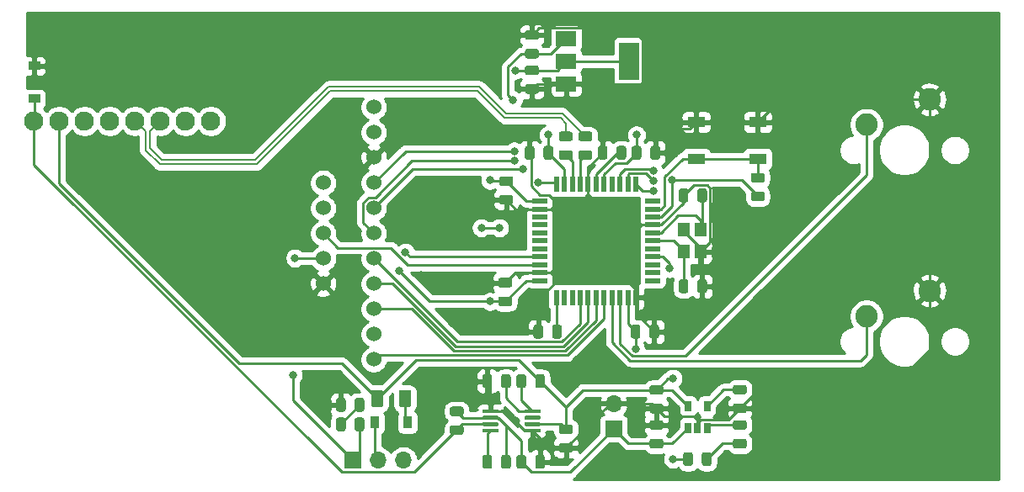
<source format=gbr>
G04 #@! TF.GenerationSoftware,KiCad,Pcbnew,(5.1.6)-1*
G04 #@! TF.CreationDate,2020-11-30T20:52:42-08:00*
G04 #@! TF.ProjectId,pcb2,70636232-2e6b-4696-9361-645f70636258,rev?*
G04 #@! TF.SameCoordinates,Original*
G04 #@! TF.FileFunction,Copper,L2,Bot*
G04 #@! TF.FilePolarity,Positive*
%FSLAX46Y46*%
G04 Gerber Fmt 4.6, Leading zero omitted, Abs format (unit mm)*
G04 Created by KiCad (PCBNEW (5.1.6)-1) date 2020-11-30 20:52:42*
%MOMM*%
%LPD*%
G01*
G04 APERTURE LIST*
G04 #@! TA.AperFunction,ComponentPad*
%ADD10C,1.524000*%
G04 #@! TD*
G04 #@! TA.AperFunction,ComponentPad*
%ADD11C,1.930000*%
G04 #@! TD*
G04 #@! TA.AperFunction,SMDPad,CuDef*
%ADD12R,0.900000X1.200000*%
G04 #@! TD*
G04 #@! TA.AperFunction,SMDPad,CuDef*
%ADD13R,1.200000X0.900000*%
G04 #@! TD*
G04 #@! TA.AperFunction,ComponentPad*
%ADD14R,1.700000X1.700000*%
G04 #@! TD*
G04 #@! TA.AperFunction,ComponentPad*
%ADD15O,1.700000X1.700000*%
G04 #@! TD*
G04 #@! TA.AperFunction,ComponentPad*
%ADD16C,2.250000*%
G04 #@! TD*
G04 #@! TA.AperFunction,SMDPad,CuDef*
%ADD17R,1.800000X1.100000*%
G04 #@! TD*
G04 #@! TA.AperFunction,SMDPad,CuDef*
%ADD18R,2.000000X3.800000*%
G04 #@! TD*
G04 #@! TA.AperFunction,SMDPad,CuDef*
%ADD19R,2.000000X1.500000*%
G04 #@! TD*
G04 #@! TA.AperFunction,SMDPad,CuDef*
%ADD20R,0.650000X1.060000*%
G04 #@! TD*
G04 #@! TA.AperFunction,SMDPad,CuDef*
%ADD21R,0.550000X1.500000*%
G04 #@! TD*
G04 #@! TA.AperFunction,SMDPad,CuDef*
%ADD22R,1.500000X0.550000*%
G04 #@! TD*
G04 #@! TA.AperFunction,SMDPad,CuDef*
%ADD23R,1.200000X1.400000*%
G04 #@! TD*
G04 #@! TA.AperFunction,ViaPad*
%ADD24C,0.800000*%
G04 #@! TD*
G04 #@! TA.AperFunction,Conductor*
%ADD25C,0.250000*%
G04 #@! TD*
G04 #@! TA.AperFunction,Conductor*
%ADD26C,0.200000*%
G04 #@! TD*
G04 #@! TA.AperFunction,Conductor*
%ADD27C,0.254000*%
G04 #@! TD*
G04 APERTURE END LIST*
G04 #@! TO.P,C14,1*
G04 #@! TO.N,Net-(C14-Pad1)*
G04 #@! TA.AperFunction,SMDPad,CuDef*
G36*
G01*
X152371880Y-67638610D02*
X152371880Y-68551110D01*
G75*
G02*
X152128130Y-68794860I-243750J0D01*
G01*
X151640630Y-68794860D01*
G75*
G02*
X151396880Y-68551110I0J243750D01*
G01*
X151396880Y-67638610D01*
G75*
G02*
X151640630Y-67394860I243750J0D01*
G01*
X152128130Y-67394860D01*
G75*
G02*
X152371880Y-67638610I0J-243750D01*
G01*
G37*
G04 #@! TD.AperFunction*
G04 #@! TO.P,C14,2*
G04 #@! TO.N,GND*
G04 #@! TA.AperFunction,SMDPad,CuDef*
G36*
G01*
X150496880Y-67638610D02*
X150496880Y-68551110D01*
G75*
G02*
X150253130Y-68794860I-243750J0D01*
G01*
X149765630Y-68794860D01*
G75*
G02*
X149521880Y-68551110I0J243750D01*
G01*
X149521880Y-67638610D01*
G75*
G02*
X149765630Y-67394860I243750J0D01*
G01*
X150253130Y-67394860D01*
G75*
G02*
X150496880Y-67638610I0J-243750D01*
G01*
G37*
G04 #@! TD.AperFunction*
G04 #@! TD*
D10*
G04 #@! TO.P,JP1,1*
G04 #@! TO.N,Net-(JP1-Pad1)*
X127000000Y-63500000D03*
G04 #@! TO.P,JP1,2*
G04 #@! TO.N,+3V3*
X127000000Y-66040000D03*
G04 #@! TO.P,JP1,3*
G04 #@! TO.N,GND*
X127000000Y-68580000D03*
G04 #@! TO.P,JP1,4*
G04 #@! TO.N,SCK*
X127000000Y-71120000D03*
G04 #@! TO.P,JP1,5*
G04 #@! TO.N,MISO*
X127000000Y-73660000D03*
G04 #@! TO.P,JP1,6*
G04 #@! TO.N,MOSI*
X127000000Y-76200000D03*
G04 #@! TO.P,JP1,7*
G04 #@! TO.N,TCS*
X127000000Y-78740000D03*
G04 #@! TO.P,JP1,8*
G04 #@! TO.N,RST*
X127000000Y-81280000D03*
G04 #@! TO.P,JP1,9*
G04 #@! TO.N,DC*
X127000000Y-83820000D03*
G04 #@! TO.P,JP1,10*
G04 #@! TO.N,CCS*
X127000000Y-86360000D03*
G04 #@! TO.P,JP1,11*
G04 #@! TO.N,LITE*
X127000000Y-88900000D03*
G04 #@! TD*
G04 #@! TO.P,C8,1*
G04 #@! TO.N,+5V*
G04 #@! TA.AperFunction,SMDPad,CuDef*
G36*
G01*
X145036600Y-67641150D02*
X145036600Y-68553650D01*
G75*
G02*
X144792850Y-68797400I-243750J0D01*
G01*
X144305350Y-68797400D01*
G75*
G02*
X144061600Y-68553650I0J243750D01*
G01*
X144061600Y-67641150D01*
G75*
G02*
X144305350Y-67397400I243750J0D01*
G01*
X144792850Y-67397400D01*
G75*
G02*
X145036600Y-67641150I0J-243750D01*
G01*
G37*
G04 #@! TD.AperFunction*
G04 #@! TO.P,C8,2*
G04 #@! TO.N,GND*
G04 #@! TA.AperFunction,SMDPad,CuDef*
G36*
G01*
X143161600Y-67641150D02*
X143161600Y-68553650D01*
G75*
G02*
X142917850Y-68797400I-243750J0D01*
G01*
X142430350Y-68797400D01*
G75*
G02*
X142186600Y-68553650I0J243750D01*
G01*
X142186600Y-67641150D01*
G75*
G02*
X142430350Y-67397400I243750J0D01*
G01*
X142917850Y-67397400D01*
G75*
G02*
X143161600Y-67641150I0J-243750D01*
G01*
G37*
G04 #@! TD.AperFunction*
G04 #@! TD*
D11*
G04 #@! TO.P,A1,8*
G04 #@! TO.N,Net-(A1-Pad8)*
X110617000Y-64897000D03*
G04 #@! TO.P,A1,7*
G04 #@! TO.N,Net-(A1-Pad7)*
X108077000Y-64897000D03*
G04 #@! TO.P,A1,6*
G04 #@! TO.N,D+*
X105537000Y-64897000D03*
G04 #@! TO.P,A1,5*
G04 #@! TO.N,D-*
X102997000Y-64897000D03*
G04 #@! TO.P,A1,4*
G04 #@! TO.N,Net-(A1-Pad4)*
X100457000Y-64897000D03*
G04 #@! TO.P,A1,3*
G04 #@! TO.N,Net-(A1-Pad3)*
X97917000Y-64897000D03*
G04 #@! TO.P,A1,2*
G04 #@! TO.N,VBUS*
X95377000Y-64897000D03*
G04 #@! TO.P,A1,1*
G04 #@! TO.N,EN*
X92837000Y-64897000D03*
G04 #@! TD*
G04 #@! TO.P,C1,1*
G04 #@! TO.N,VBUS*
G04 #@! TA.AperFunction,SMDPad,CuDef*
G36*
G01*
X154966350Y-91490500D02*
X155878850Y-91490500D01*
G75*
G02*
X156122600Y-91734250I0J-243750D01*
G01*
X156122600Y-92221750D01*
G75*
G02*
X155878850Y-92465500I-243750J0D01*
G01*
X154966350Y-92465500D01*
G75*
G02*
X154722600Y-92221750I0J243750D01*
G01*
X154722600Y-91734250D01*
G75*
G02*
X154966350Y-91490500I243750J0D01*
G01*
G37*
G04 #@! TD.AperFunction*
G04 #@! TO.P,C1,2*
G04 #@! TO.N,GND*
G04 #@! TA.AperFunction,SMDPad,CuDef*
G36*
G01*
X154966350Y-93365500D02*
X155878850Y-93365500D01*
G75*
G02*
X156122600Y-93609250I0J-243750D01*
G01*
X156122600Y-94096750D01*
G75*
G02*
X155878850Y-94340500I-243750J0D01*
G01*
X154966350Y-94340500D01*
G75*
G02*
X154722600Y-94096750I0J243750D01*
G01*
X154722600Y-93609250D01*
G75*
G02*
X154966350Y-93365500I243750J0D01*
G01*
G37*
G04 #@! TD.AperFunction*
G04 #@! TD*
G04 #@! TO.P,C2,1*
G04 #@! TO.N,+5V*
G04 #@! TA.AperFunction,SMDPad,CuDef*
G36*
G01*
X143356650Y-58602700D02*
X142444150Y-58602700D01*
G75*
G02*
X142200400Y-58358950I0J243750D01*
G01*
X142200400Y-57871450D01*
G75*
G02*
X142444150Y-57627700I243750J0D01*
G01*
X143356650Y-57627700D01*
G75*
G02*
X143600400Y-57871450I0J-243750D01*
G01*
X143600400Y-58358950D01*
G75*
G02*
X143356650Y-58602700I-243750J0D01*
G01*
G37*
G04 #@! TD.AperFunction*
G04 #@! TO.P,C2,2*
G04 #@! TO.N,GND*
G04 #@! TA.AperFunction,SMDPad,CuDef*
G36*
G01*
X143356650Y-56727700D02*
X142444150Y-56727700D01*
G75*
G02*
X142200400Y-56483950I0J243750D01*
G01*
X142200400Y-55996450D01*
G75*
G02*
X142444150Y-55752700I243750J0D01*
G01*
X143356650Y-55752700D01*
G75*
G02*
X143600400Y-55996450I0J-243750D01*
G01*
X143600400Y-56483950D01*
G75*
G02*
X143356650Y-56727700I-243750J0D01*
G01*
G37*
G04 #@! TD.AperFunction*
G04 #@! TD*
G04 #@! TO.P,C3,2*
G04 #@! TO.N,GND*
G04 #@! TA.AperFunction,SMDPad,CuDef*
G36*
G01*
X155878850Y-95991500D02*
X154966350Y-95991500D01*
G75*
G02*
X154722600Y-95747750I0J243750D01*
G01*
X154722600Y-95260250D01*
G75*
G02*
X154966350Y-95016500I243750J0D01*
G01*
X155878850Y-95016500D01*
G75*
G02*
X156122600Y-95260250I0J-243750D01*
G01*
X156122600Y-95747750D01*
G75*
G02*
X155878850Y-95991500I-243750J0D01*
G01*
G37*
G04 #@! TD.AperFunction*
G04 #@! TO.P,C3,1*
G04 #@! TO.N,VBAT*
G04 #@! TA.AperFunction,SMDPad,CuDef*
G36*
G01*
X155878850Y-97866500D02*
X154966350Y-97866500D01*
G75*
G02*
X154722600Y-97622750I0J243750D01*
G01*
X154722600Y-97135250D01*
G75*
G02*
X154966350Y-96891500I243750J0D01*
G01*
X155878850Y-96891500D01*
G75*
G02*
X156122600Y-97135250I0J-243750D01*
G01*
X156122600Y-97622750D01*
G75*
G02*
X155878850Y-97866500I-243750J0D01*
G01*
G37*
G04 #@! TD.AperFunction*
G04 #@! TD*
G04 #@! TO.P,C4,2*
G04 #@! TO.N,GND*
G04 #@! TA.AperFunction,SMDPad,CuDef*
G36*
G01*
X142444150Y-61183700D02*
X143356650Y-61183700D01*
G75*
G02*
X143600400Y-61427450I0J-243750D01*
G01*
X143600400Y-61914950D01*
G75*
G02*
X143356650Y-62158700I-243750J0D01*
G01*
X142444150Y-62158700D01*
G75*
G02*
X142200400Y-61914950I0J243750D01*
G01*
X142200400Y-61427450D01*
G75*
G02*
X142444150Y-61183700I243750J0D01*
G01*
G37*
G04 #@! TD.AperFunction*
G04 #@! TO.P,C4,1*
G04 #@! TO.N,+3V3*
G04 #@! TA.AperFunction,SMDPad,CuDef*
G36*
G01*
X142444150Y-59308700D02*
X143356650Y-59308700D01*
G75*
G02*
X143600400Y-59552450I0J-243750D01*
G01*
X143600400Y-60039950D01*
G75*
G02*
X143356650Y-60283700I-243750J0D01*
G01*
X142444150Y-60283700D01*
G75*
G02*
X142200400Y-60039950I0J243750D01*
G01*
X142200400Y-59552450D01*
G75*
G02*
X142444150Y-59308700I243750J0D01*
G01*
G37*
G04 #@! TD.AperFunction*
G04 #@! TD*
G04 #@! TO.P,C5,1*
G04 #@! TO.N,VBAT*
G04 #@! TA.AperFunction,SMDPad,CuDef*
G36*
G01*
X141350700Y-99668650D02*
X141350700Y-98756150D01*
G75*
G02*
X141594450Y-98512400I243750J0D01*
G01*
X142081950Y-98512400D01*
G75*
G02*
X142325700Y-98756150I0J-243750D01*
G01*
X142325700Y-99668650D01*
G75*
G02*
X142081950Y-99912400I-243750J0D01*
G01*
X141594450Y-99912400D01*
G75*
G02*
X141350700Y-99668650I0J243750D01*
G01*
G37*
G04 #@! TD.AperFunction*
G04 #@! TO.P,C5,2*
G04 #@! TO.N,GND*
G04 #@! TA.AperFunction,SMDPad,CuDef*
G36*
G01*
X143225700Y-99668650D02*
X143225700Y-98756150D01*
G75*
G02*
X143469450Y-98512400I243750J0D01*
G01*
X143956950Y-98512400D01*
G75*
G02*
X144200700Y-98756150I0J-243750D01*
G01*
X144200700Y-99668650D01*
G75*
G02*
X143956950Y-99912400I-243750J0D01*
G01*
X143469450Y-99912400D01*
G75*
G02*
X143225700Y-99668650I0J243750D01*
G01*
G37*
G04 #@! TD.AperFunction*
G04 #@! TD*
G04 #@! TO.P,C6,1*
G04 #@! TO.N,VBUS*
G04 #@! TA.AperFunction,SMDPad,CuDef*
G36*
G01*
X145860450Y-95437900D02*
X146772950Y-95437900D01*
G75*
G02*
X147016700Y-95681650I0J-243750D01*
G01*
X147016700Y-96169150D01*
G75*
G02*
X146772950Y-96412900I-243750J0D01*
G01*
X145860450Y-96412900D01*
G75*
G02*
X145616700Y-96169150I0J243750D01*
G01*
X145616700Y-95681650D01*
G75*
G02*
X145860450Y-95437900I243750J0D01*
G01*
G37*
G04 #@! TD.AperFunction*
G04 #@! TO.P,C6,2*
G04 #@! TO.N,GND*
G04 #@! TA.AperFunction,SMDPad,CuDef*
G36*
G01*
X145860450Y-97312900D02*
X146772950Y-97312900D01*
G75*
G02*
X147016700Y-97556650I0J-243750D01*
G01*
X147016700Y-98044150D01*
G75*
G02*
X146772950Y-98287900I-243750J0D01*
G01*
X145860450Y-98287900D01*
G75*
G02*
X145616700Y-98044150I0J243750D01*
G01*
X145616700Y-97556650D01*
G75*
G02*
X145860450Y-97312900I243750J0D01*
G01*
G37*
G04 #@! TD.AperFunction*
G04 #@! TD*
G04 #@! TO.P,C7,2*
G04 #@! TO.N,GND*
G04 #@! TA.AperFunction,SMDPad,CuDef*
G36*
G01*
X154808100Y-68553650D02*
X154808100Y-67641150D01*
G75*
G02*
X155051850Y-67397400I243750J0D01*
G01*
X155539350Y-67397400D01*
G75*
G02*
X155783100Y-67641150I0J-243750D01*
G01*
X155783100Y-68553650D01*
G75*
G02*
X155539350Y-68797400I-243750J0D01*
G01*
X155051850Y-68797400D01*
G75*
G02*
X154808100Y-68553650I0J243750D01*
G01*
G37*
G04 #@! TD.AperFunction*
G04 #@! TO.P,C7,1*
G04 #@! TO.N,+5V*
G04 #@! TA.AperFunction,SMDPad,CuDef*
G36*
G01*
X152933100Y-68553650D02*
X152933100Y-67641150D01*
G75*
G02*
X153176850Y-67397400I243750J0D01*
G01*
X153664350Y-67397400D01*
G75*
G02*
X153908100Y-67641150I0J-243750D01*
G01*
X153908100Y-68553650D01*
G75*
G02*
X153664350Y-68797400I-243750J0D01*
G01*
X153176850Y-68797400D01*
G75*
G02*
X152933100Y-68553650I0J243750D01*
G01*
G37*
G04 #@! TD.AperFunction*
G04 #@! TD*
G04 #@! TO.P,C9,2*
G04 #@! TO.N,+5V*
G04 #@! TA.AperFunction,SMDPad,CuDef*
G36*
G01*
X140765850Y-71432000D02*
X139853350Y-71432000D01*
G75*
G02*
X139609600Y-71188250I0J243750D01*
G01*
X139609600Y-70700750D01*
G75*
G02*
X139853350Y-70457000I243750J0D01*
G01*
X140765850Y-70457000D01*
G75*
G02*
X141009600Y-70700750I0J-243750D01*
G01*
X141009600Y-71188250D01*
G75*
G02*
X140765850Y-71432000I-243750J0D01*
G01*
G37*
G04 #@! TD.AperFunction*
G04 #@! TO.P,C9,1*
G04 #@! TO.N,GND*
G04 #@! TA.AperFunction,SMDPad,CuDef*
G36*
G01*
X140765850Y-73307000D02*
X139853350Y-73307000D01*
G75*
G02*
X139609600Y-73063250I0J243750D01*
G01*
X139609600Y-72575750D01*
G75*
G02*
X139853350Y-72332000I243750J0D01*
G01*
X140765850Y-72332000D01*
G75*
G02*
X141009600Y-72575750I0J-243750D01*
G01*
X141009600Y-73063250D01*
G75*
G02*
X140765850Y-73307000I-243750J0D01*
G01*
G37*
G04 #@! TD.AperFunction*
G04 #@! TD*
G04 #@! TO.P,C10,2*
G04 #@! TO.N,+5V*
G04 #@! TA.AperFunction,SMDPad,CuDef*
G36*
G01*
X139751750Y-82570500D02*
X140664250Y-82570500D01*
G75*
G02*
X140908000Y-82814250I0J-243750D01*
G01*
X140908000Y-83301750D01*
G75*
G02*
X140664250Y-83545500I-243750J0D01*
G01*
X139751750Y-83545500D01*
G75*
G02*
X139508000Y-83301750I0J243750D01*
G01*
X139508000Y-82814250D01*
G75*
G02*
X139751750Y-82570500I243750J0D01*
G01*
G37*
G04 #@! TD.AperFunction*
G04 #@! TO.P,C10,1*
G04 #@! TO.N,GND*
G04 #@! TA.AperFunction,SMDPad,CuDef*
G36*
G01*
X139751750Y-80695500D02*
X140664250Y-80695500D01*
G75*
G02*
X140908000Y-80939250I0J-243750D01*
G01*
X140908000Y-81426750D01*
G75*
G02*
X140664250Y-81670500I-243750J0D01*
G01*
X139751750Y-81670500D01*
G75*
G02*
X139508000Y-81426750I0J243750D01*
G01*
X139508000Y-80939250D01*
G75*
G02*
X139751750Y-80695500I243750J0D01*
G01*
G37*
G04 #@! TD.AperFunction*
G04 #@! TD*
G04 #@! TO.P,C11,2*
G04 #@! TO.N,GND*
G04 #@! TA.AperFunction,SMDPad,CuDef*
G36*
G01*
X154706500Y-86562250D02*
X154706500Y-85649750D01*
G75*
G02*
X154950250Y-85406000I243750J0D01*
G01*
X155437750Y-85406000D01*
G75*
G02*
X155681500Y-85649750I0J-243750D01*
G01*
X155681500Y-86562250D01*
G75*
G02*
X155437750Y-86806000I-243750J0D01*
G01*
X154950250Y-86806000D01*
G75*
G02*
X154706500Y-86562250I0J243750D01*
G01*
G37*
G04 #@! TD.AperFunction*
G04 #@! TO.P,C11,1*
G04 #@! TO.N,+5V*
G04 #@! TA.AperFunction,SMDPad,CuDef*
G36*
G01*
X152831500Y-86562250D02*
X152831500Y-85649750D01*
G75*
G02*
X153075250Y-85406000I243750J0D01*
G01*
X153562750Y-85406000D01*
G75*
G02*
X153806500Y-85649750I0J-243750D01*
G01*
X153806500Y-86562250D01*
G75*
G02*
X153562750Y-86806000I-243750J0D01*
G01*
X153075250Y-86806000D01*
G75*
G02*
X152831500Y-86562250I0J243750D01*
G01*
G37*
G04 #@! TD.AperFunction*
G04 #@! TD*
G04 #@! TO.P,C12,1*
G04 #@! TO.N,Net-(C12-Pad1)*
G04 #@! TA.AperFunction,SMDPad,CuDef*
G36*
G01*
X157657500Y-81990250D02*
X157657500Y-81077750D01*
G75*
G02*
X157901250Y-80834000I243750J0D01*
G01*
X158388750Y-80834000D01*
G75*
G02*
X158632500Y-81077750I0J-243750D01*
G01*
X158632500Y-81990250D01*
G75*
G02*
X158388750Y-82234000I-243750J0D01*
G01*
X157901250Y-82234000D01*
G75*
G02*
X157657500Y-81990250I0J243750D01*
G01*
G37*
G04 #@! TD.AperFunction*
G04 #@! TO.P,C12,2*
G04 #@! TO.N,GND*
G04 #@! TA.AperFunction,SMDPad,CuDef*
G36*
G01*
X159532500Y-81990250D02*
X159532500Y-81077750D01*
G75*
G02*
X159776250Y-80834000I243750J0D01*
G01*
X160263750Y-80834000D01*
G75*
G02*
X160507500Y-81077750I0J-243750D01*
G01*
X160507500Y-81990250D01*
G75*
G02*
X160263750Y-82234000I-243750J0D01*
G01*
X159776250Y-82234000D01*
G75*
G02*
X159532500Y-81990250I0J243750D01*
G01*
G37*
G04 #@! TD.AperFunction*
G04 #@! TD*
G04 #@! TO.P,C13,2*
G04 #@! TO.N,Net-(C13-Pad2)*
G04 #@! TA.AperFunction,SMDPad,CuDef*
G36*
G01*
X159532500Y-72846250D02*
X159532500Y-71933750D01*
G75*
G02*
X159776250Y-71690000I243750J0D01*
G01*
X160263750Y-71690000D01*
G75*
G02*
X160507500Y-71933750I0J-243750D01*
G01*
X160507500Y-72846250D01*
G75*
G02*
X160263750Y-73090000I-243750J0D01*
G01*
X159776250Y-73090000D01*
G75*
G02*
X159532500Y-72846250I0J243750D01*
G01*
G37*
G04 #@! TD.AperFunction*
G04 #@! TO.P,C13,1*
G04 #@! TO.N,GND*
G04 #@! TA.AperFunction,SMDPad,CuDef*
G36*
G01*
X157657500Y-72846250D02*
X157657500Y-71933750D01*
G75*
G02*
X157901250Y-71690000I243750J0D01*
G01*
X158388750Y-71690000D01*
G75*
G02*
X158632500Y-71933750I0J-243750D01*
G01*
X158632500Y-72846250D01*
G75*
G02*
X158388750Y-73090000I-243750J0D01*
G01*
X157901250Y-73090000D01*
G75*
G02*
X157657500Y-72846250I0J243750D01*
G01*
G37*
G04 #@! TD.AperFunction*
G04 #@! TD*
D12*
G04 #@! TO.P,D1,2*
G04 #@! TO.N,Net-(D1-Pad2)*
X130388900Y-95250000D03*
G04 #@! TO.P,D1,1*
G04 #@! TO.N,Net-(D1-Pad1)*
X127088900Y-95250000D03*
G04 #@! TD*
G04 #@! TO.P,D2,1*
G04 #@! TO.N,Net-(D2-Pad1)*
G04 #@! TA.AperFunction,SMDPad,CuDef*
G36*
G01*
X160960100Y-98476750D02*
X160960100Y-99389250D01*
G75*
G02*
X160716350Y-99633000I-243750J0D01*
G01*
X160228850Y-99633000D01*
G75*
G02*
X159985100Y-99389250I0J243750D01*
G01*
X159985100Y-98476750D01*
G75*
G02*
X160228850Y-98233000I243750J0D01*
G01*
X160716350Y-98233000D01*
G75*
G02*
X160960100Y-98476750I0J-243750D01*
G01*
G37*
G04 #@! TD.AperFunction*
G04 #@! TO.P,D2,2*
G04 #@! TO.N,VBUS*
G04 #@! TA.AperFunction,SMDPad,CuDef*
G36*
G01*
X159085100Y-98476750D02*
X159085100Y-99389250D01*
G75*
G02*
X158841350Y-99633000I-243750J0D01*
G01*
X158353850Y-99633000D01*
G75*
G02*
X158110100Y-99389250I0J243750D01*
G01*
X158110100Y-98476750D01*
G75*
G02*
X158353850Y-98233000I243750J0D01*
G01*
X158841350Y-98233000D01*
G75*
G02*
X159085100Y-98476750I0J-243750D01*
G01*
G37*
G04 #@! TD.AperFunction*
G04 #@! TD*
G04 #@! TO.P,D3,2*
G04 #@! TO.N,Net-(D3-Pad2)*
G04 #@! TA.AperFunction,SMDPad,CuDef*
G36*
G01*
X125077400Y-93928250D02*
X125077400Y-93015750D01*
G75*
G02*
X125321150Y-92772000I243750J0D01*
G01*
X125808650Y-92772000D01*
G75*
G02*
X126052400Y-93015750I0J-243750D01*
G01*
X126052400Y-93928250D01*
G75*
G02*
X125808650Y-94172000I-243750J0D01*
G01*
X125321150Y-94172000D01*
G75*
G02*
X125077400Y-93928250I0J243750D01*
G01*
G37*
G04 #@! TD.AperFunction*
G04 #@! TO.P,D3,1*
G04 #@! TO.N,GND*
G04 #@! TA.AperFunction,SMDPad,CuDef*
G36*
G01*
X123202400Y-93928250D02*
X123202400Y-93015750D01*
G75*
G02*
X123446150Y-92772000I243750J0D01*
G01*
X123933650Y-92772000D01*
G75*
G02*
X124177400Y-93015750I0J-243750D01*
G01*
X124177400Y-93928250D01*
G75*
G02*
X123933650Y-94172000I-243750J0D01*
G01*
X123446150Y-94172000D01*
G75*
G02*
X123202400Y-93928250I0J243750D01*
G01*
G37*
G04 #@! TD.AperFunction*
G04 #@! TD*
D13*
G04 #@! TO.P,D4,1*
G04 #@! TO.N,EN*
X92862400Y-62660800D03*
G04 #@! TO.P,D4,2*
G04 #@! TO.N,GND*
X92862400Y-59360800D03*
G04 #@! TD*
G04 #@! TO.P,F1,1*
G04 #@! TO.N,Net-(D1-Pad2)*
G04 #@! TA.AperFunction,SMDPad,CuDef*
G36*
G01*
X130767900Y-92212000D02*
X130767900Y-93462000D01*
G75*
G02*
X130517900Y-93712000I-250000J0D01*
G01*
X129767900Y-93712000D01*
G75*
G02*
X129517900Y-93462000I0J250000D01*
G01*
X129517900Y-92212000D01*
G75*
G02*
X129767900Y-91962000I250000J0D01*
G01*
X130517900Y-91962000D01*
G75*
G02*
X130767900Y-92212000I0J-250000D01*
G01*
G37*
G04 #@! TD.AperFunction*
G04 #@! TO.P,F1,2*
G04 #@! TO.N,VBUS*
G04 #@! TA.AperFunction,SMDPad,CuDef*
G36*
G01*
X127967900Y-92212000D02*
X127967900Y-93462000D01*
G75*
G02*
X127717900Y-93712000I-250000J0D01*
G01*
X126967900Y-93712000D01*
G75*
G02*
X126717900Y-93462000I0J250000D01*
G01*
X126717900Y-92212000D01*
G75*
G02*
X126967900Y-91962000I250000J0D01*
G01*
X127717900Y-91962000D01*
G75*
G02*
X127967900Y-92212000I0J-250000D01*
G01*
G37*
G04 #@! TD.AperFunction*
G04 #@! TD*
D14*
G04 #@! TO.P,JP2,1*
G04 #@! TO.N,VBAT*
X151104600Y-95885000D03*
D15*
G04 #@! TO.P,JP2,2*
G04 #@! TO.N,GND*
X151104600Y-93345000D03*
G04 #@! TD*
D10*
G04 #@! TO.P,JP3,5*
G04 #@! TO.N,SW*
X121920000Y-71120000D03*
G04 #@! TO.P,JP3,4*
G04 #@! TO.N,VRy*
X121920000Y-73660000D03*
G04 #@! TO.P,JP3,3*
G04 #@! TO.N,VRx*
X121920000Y-76200000D03*
G04 #@! TO.P,JP3,2*
G04 #@! TO.N,+5V*
X121920000Y-78740000D03*
G04 #@! TO.P,JP3,1*
G04 #@! TO.N,GND*
X121920000Y-81280000D03*
G04 #@! TD*
G04 #@! TO.P,L1,1*
G04 #@! TO.N,VBAT*
G04 #@! TA.AperFunction,SMDPad,CuDef*
G36*
G01*
X140771700Y-98756150D02*
X140771700Y-99668650D01*
G75*
G02*
X140527950Y-99912400I-243750J0D01*
G01*
X140040450Y-99912400D01*
G75*
G02*
X139796700Y-99668650I0J243750D01*
G01*
X139796700Y-98756150D01*
G75*
G02*
X140040450Y-98512400I243750J0D01*
G01*
X140527950Y-98512400D01*
G75*
G02*
X140771700Y-98756150I0J-243750D01*
G01*
G37*
G04 #@! TD.AperFunction*
G04 #@! TO.P,L1,2*
G04 #@! TO.N,Net-(L1-Pad2)*
G04 #@! TA.AperFunction,SMDPad,CuDef*
G36*
G01*
X138896700Y-98756150D02*
X138896700Y-99668650D01*
G75*
G02*
X138652950Y-99912400I-243750J0D01*
G01*
X138165450Y-99912400D01*
G75*
G02*
X137921700Y-99668650I0J243750D01*
G01*
X137921700Y-98756150D01*
G75*
G02*
X138165450Y-98512400I243750J0D01*
G01*
X138652950Y-98512400D01*
G75*
G02*
X138896700Y-98756150I0J-243750D01*
G01*
G37*
G04 #@! TD.AperFunction*
G04 #@! TD*
G04 #@! TO.P,R1,2*
G04 #@! TO.N,+5V*
G04 #@! TA.AperFunction,SMDPad,CuDef*
G36*
G01*
X125077400Y-95896750D02*
X125077400Y-94984250D01*
G75*
G02*
X125321150Y-94740500I243750J0D01*
G01*
X125808650Y-94740500D01*
G75*
G02*
X126052400Y-94984250I0J-243750D01*
G01*
X126052400Y-95896750D01*
G75*
G02*
X125808650Y-96140500I-243750J0D01*
G01*
X125321150Y-96140500D01*
G75*
G02*
X125077400Y-95896750I0J243750D01*
G01*
G37*
G04 #@! TD.AperFunction*
G04 #@! TO.P,R1,1*
G04 #@! TO.N,Net-(D3-Pad2)*
G04 #@! TA.AperFunction,SMDPad,CuDef*
G36*
G01*
X123202400Y-95896750D02*
X123202400Y-94984250D01*
G75*
G02*
X123446150Y-94740500I243750J0D01*
G01*
X123933650Y-94740500D01*
G75*
G02*
X124177400Y-94984250I0J-243750D01*
G01*
X124177400Y-95896750D01*
G75*
G02*
X123933650Y-96140500I-243750J0D01*
G01*
X123446150Y-96140500D01*
G75*
G02*
X123202400Y-95896750I0J243750D01*
G01*
G37*
G04 #@! TD.AperFunction*
G04 #@! TD*
G04 #@! TO.P,R2,1*
G04 #@! TO.N,Net-(R2-Pad1)*
G04 #@! TA.AperFunction,SMDPad,CuDef*
G36*
G01*
X163348350Y-91460500D02*
X164260850Y-91460500D01*
G75*
G02*
X164504600Y-91704250I0J-243750D01*
G01*
X164504600Y-92191750D01*
G75*
G02*
X164260850Y-92435500I-243750J0D01*
G01*
X163348350Y-92435500D01*
G75*
G02*
X163104600Y-92191750I0J243750D01*
G01*
X163104600Y-91704250D01*
G75*
G02*
X163348350Y-91460500I243750J0D01*
G01*
G37*
G04 #@! TD.AperFunction*
G04 #@! TO.P,R2,2*
G04 #@! TO.N,GND*
G04 #@! TA.AperFunction,SMDPad,CuDef*
G36*
G01*
X163348350Y-93335500D02*
X164260850Y-93335500D01*
G75*
G02*
X164504600Y-93579250I0J-243750D01*
G01*
X164504600Y-94066750D01*
G75*
G02*
X164260850Y-94310500I-243750J0D01*
G01*
X163348350Y-94310500D01*
G75*
G02*
X163104600Y-94066750I0J243750D01*
G01*
X163104600Y-93579250D01*
G75*
G02*
X163348350Y-93335500I243750J0D01*
G01*
G37*
G04 #@! TD.AperFunction*
G04 #@! TD*
G04 #@! TO.P,R3,1*
G04 #@! TO.N,Net-(D2-Pad1)*
G04 #@! TA.AperFunction,SMDPad,CuDef*
G36*
G01*
X164260850Y-97866500D02*
X163348350Y-97866500D01*
G75*
G02*
X163104600Y-97622750I0J243750D01*
G01*
X163104600Y-97135250D01*
G75*
G02*
X163348350Y-96891500I243750J0D01*
G01*
X164260850Y-96891500D01*
G75*
G02*
X164504600Y-97135250I0J-243750D01*
G01*
X164504600Y-97622750D01*
G75*
G02*
X164260850Y-97866500I-243750J0D01*
G01*
G37*
G04 #@! TD.AperFunction*
G04 #@! TO.P,R3,2*
G04 #@! TO.N,Net-(R3-Pad2)*
G04 #@! TA.AperFunction,SMDPad,CuDef*
G36*
G01*
X164260850Y-95991500D02*
X163348350Y-95991500D01*
G75*
G02*
X163104600Y-95747750I0J243750D01*
G01*
X163104600Y-95260250D01*
G75*
G02*
X163348350Y-95016500I243750J0D01*
G01*
X164260850Y-95016500D01*
G75*
G02*
X164504600Y-95260250I0J-243750D01*
G01*
X164504600Y-95747750D01*
G75*
G02*
X164260850Y-95991500I-243750J0D01*
G01*
G37*
G04 #@! TD.AperFunction*
G04 #@! TD*
G04 #@! TO.P,R4,1*
G04 #@! TO.N,VBUS*
G04 #@! TA.AperFunction,SMDPad,CuDef*
G36*
G01*
X144200700Y-90628150D02*
X144200700Y-91540650D01*
G75*
G02*
X143956950Y-91784400I-243750J0D01*
G01*
X143469450Y-91784400D01*
G75*
G02*
X143225700Y-91540650I0J243750D01*
G01*
X143225700Y-90628150D01*
G75*
G02*
X143469450Y-90384400I243750J0D01*
G01*
X143956950Y-90384400D01*
G75*
G02*
X144200700Y-90628150I0J-243750D01*
G01*
G37*
G04 #@! TD.AperFunction*
G04 #@! TO.P,R4,2*
G04 #@! TO.N,Net-(R4-Pad2)*
G04 #@! TA.AperFunction,SMDPad,CuDef*
G36*
G01*
X142325700Y-90628150D02*
X142325700Y-91540650D01*
G75*
G02*
X142081950Y-91784400I-243750J0D01*
G01*
X141594450Y-91784400D01*
G75*
G02*
X141350700Y-91540650I0J243750D01*
G01*
X141350700Y-90628150D01*
G75*
G02*
X141594450Y-90384400I243750J0D01*
G01*
X142081950Y-90384400D01*
G75*
G02*
X142325700Y-90628150I0J-243750D01*
G01*
G37*
G04 #@! TD.AperFunction*
G04 #@! TD*
G04 #@! TO.P,R5,2*
G04 #@! TO.N,GND*
G04 #@! TA.AperFunction,SMDPad,CuDef*
G36*
G01*
X138896700Y-90628150D02*
X138896700Y-91540650D01*
G75*
G02*
X138652950Y-91784400I-243750J0D01*
G01*
X138165450Y-91784400D01*
G75*
G02*
X137921700Y-91540650I0J243750D01*
G01*
X137921700Y-90628150D01*
G75*
G02*
X138165450Y-90384400I243750J0D01*
G01*
X138652950Y-90384400D01*
G75*
G02*
X138896700Y-90628150I0J-243750D01*
G01*
G37*
G04 #@! TD.AperFunction*
G04 #@! TO.P,R5,1*
G04 #@! TO.N,Net-(R4-Pad2)*
G04 #@! TA.AperFunction,SMDPad,CuDef*
G36*
G01*
X140771700Y-90628150D02*
X140771700Y-91540650D01*
G75*
G02*
X140527950Y-91784400I-243750J0D01*
G01*
X140040450Y-91784400D01*
G75*
G02*
X139796700Y-91540650I0J243750D01*
G01*
X139796700Y-90628150D01*
G75*
G02*
X140040450Y-90384400I243750J0D01*
G01*
X140527950Y-90384400D01*
G75*
G02*
X140771700Y-90628150I0J-243750D01*
G01*
G37*
G04 #@! TD.AperFunction*
G04 #@! TD*
G04 #@! TO.P,R6,2*
G04 #@! TO.N,D-*
G04 #@! TA.AperFunction,SMDPad,CuDef*
G36*
G01*
X146760250Y-66938500D02*
X145847750Y-66938500D01*
G75*
G02*
X145604000Y-66694750I0J243750D01*
G01*
X145604000Y-66207250D01*
G75*
G02*
X145847750Y-65963500I243750J0D01*
G01*
X146760250Y-65963500D01*
G75*
G02*
X147004000Y-66207250I0J-243750D01*
G01*
X147004000Y-66694750D01*
G75*
G02*
X146760250Y-66938500I-243750J0D01*
G01*
G37*
G04 #@! TD.AperFunction*
G04 #@! TO.P,R6,1*
G04 #@! TO.N,Net-(R6-Pad1)*
G04 #@! TA.AperFunction,SMDPad,CuDef*
G36*
G01*
X146760250Y-68813500D02*
X145847750Y-68813500D01*
G75*
G02*
X145604000Y-68569750I0J243750D01*
G01*
X145604000Y-68082250D01*
G75*
G02*
X145847750Y-67838500I243750J0D01*
G01*
X146760250Y-67838500D01*
G75*
G02*
X147004000Y-68082250I0J-243750D01*
G01*
X147004000Y-68569750D01*
G75*
G02*
X146760250Y-68813500I-243750J0D01*
G01*
G37*
G04 #@! TD.AperFunction*
G04 #@! TD*
G04 #@! TO.P,R7,1*
G04 #@! TO.N,Net-(R7-Pad1)*
G04 #@! TA.AperFunction,SMDPad,CuDef*
G36*
G01*
X148721130Y-68813500D02*
X147808630Y-68813500D01*
G75*
G02*
X147564880Y-68569750I0J243750D01*
G01*
X147564880Y-68082250D01*
G75*
G02*
X147808630Y-67838500I243750J0D01*
G01*
X148721130Y-67838500D01*
G75*
G02*
X148964880Y-68082250I0J-243750D01*
G01*
X148964880Y-68569750D01*
G75*
G02*
X148721130Y-68813500I-243750J0D01*
G01*
G37*
G04 #@! TD.AperFunction*
G04 #@! TO.P,R7,2*
G04 #@! TO.N,D+*
G04 #@! TA.AperFunction,SMDPad,CuDef*
G36*
G01*
X148721130Y-66938500D02*
X147808630Y-66938500D01*
G75*
G02*
X147564880Y-66694750I0J243750D01*
G01*
X147564880Y-66207250D01*
G75*
G02*
X147808630Y-65963500I243750J0D01*
G01*
X148721130Y-65963500D01*
G75*
G02*
X148964880Y-66207250I0J-243750D01*
G01*
X148964880Y-66694750D01*
G75*
G02*
X148721130Y-66938500I-243750J0D01*
G01*
G37*
G04 #@! TD.AperFunction*
G04 #@! TD*
G04 #@! TO.P,R8,2*
G04 #@! TO.N,Net-(R8-Pad2)*
G04 #@! TA.AperFunction,SMDPad,CuDef*
G36*
G01*
X166064250Y-71099500D02*
X165151750Y-71099500D01*
G75*
G02*
X164908000Y-70855750I0J243750D01*
G01*
X164908000Y-70368250D01*
G75*
G02*
X165151750Y-70124500I243750J0D01*
G01*
X166064250Y-70124500D01*
G75*
G02*
X166308000Y-70368250I0J-243750D01*
G01*
X166308000Y-70855750D01*
G75*
G02*
X166064250Y-71099500I-243750J0D01*
G01*
G37*
G04 #@! TD.AperFunction*
G04 #@! TO.P,R8,1*
G04 #@! TO.N,+5V*
G04 #@! TA.AperFunction,SMDPad,CuDef*
G36*
G01*
X166064250Y-72974500D02*
X165151750Y-72974500D01*
G75*
G02*
X164908000Y-72730750I0J243750D01*
G01*
X164908000Y-72243250D01*
G75*
G02*
X165151750Y-71999500I243750J0D01*
G01*
X166064250Y-71999500D01*
G75*
G02*
X166308000Y-72243250I0J-243750D01*
G01*
X166308000Y-72730750D01*
G75*
G02*
X166064250Y-72974500I-243750J0D01*
G01*
G37*
G04 #@! TD.AperFunction*
G04 #@! TD*
G04 #@! TO.P,R9,2*
G04 #@! TO.N,Net-(R9-Pad2)*
G04 #@! TA.AperFunction,SMDPad,CuDef*
G36*
G01*
X144927500Y-86562250D02*
X144927500Y-85649750D01*
G75*
G02*
X145171250Y-85406000I243750J0D01*
G01*
X145658750Y-85406000D01*
G75*
G02*
X145902500Y-85649750I0J-243750D01*
G01*
X145902500Y-86562250D01*
G75*
G02*
X145658750Y-86806000I-243750J0D01*
G01*
X145171250Y-86806000D01*
G75*
G02*
X144927500Y-86562250I0J243750D01*
G01*
G37*
G04 #@! TD.AperFunction*
G04 #@! TO.P,R9,1*
G04 #@! TO.N,GND*
G04 #@! TA.AperFunction,SMDPad,CuDef*
G36*
G01*
X143052500Y-86562250D02*
X143052500Y-85649750D01*
G75*
G02*
X143296250Y-85406000I243750J0D01*
G01*
X143783750Y-85406000D01*
G75*
G02*
X144027500Y-85649750I0J-243750D01*
G01*
X144027500Y-86562250D01*
G75*
G02*
X143783750Y-86806000I-243750J0D01*
G01*
X143296250Y-86806000D01*
G75*
G02*
X143052500Y-86562250I0J243750D01*
G01*
G37*
G04 #@! TD.AperFunction*
G04 #@! TD*
G04 #@! TO.P,R10,1*
G04 #@! TO.N,EN*
G04 #@! TA.AperFunction,SMDPad,CuDef*
G36*
G01*
X135787450Y-96494900D02*
X134874950Y-96494900D01*
G75*
G02*
X134631200Y-96251150I0J243750D01*
G01*
X134631200Y-95763650D01*
G75*
G02*
X134874950Y-95519900I243750J0D01*
G01*
X135787450Y-95519900D01*
G75*
G02*
X136031200Y-95763650I0J-243750D01*
G01*
X136031200Y-96251150D01*
G75*
G02*
X135787450Y-96494900I-243750J0D01*
G01*
G37*
G04 #@! TD.AperFunction*
G04 #@! TO.P,R10,2*
G04 #@! TO.N,VBAT*
G04 #@! TA.AperFunction,SMDPad,CuDef*
G36*
G01*
X135787450Y-94619900D02*
X134874950Y-94619900D01*
G75*
G02*
X134631200Y-94376150I0J243750D01*
G01*
X134631200Y-93888650D01*
G75*
G02*
X134874950Y-93644900I243750J0D01*
G01*
X135787450Y-93644900D01*
G75*
G02*
X136031200Y-93888650I0J-243750D01*
G01*
X136031200Y-94376150D01*
G75*
G02*
X135787450Y-94619900I-243750J0D01*
G01*
G37*
G04 #@! TD.AperFunction*
G04 #@! TD*
D16*
G04 #@! TO.P,SW1,1*
G04 #@! TO.N,B1*
X176530000Y-65278000D03*
G04 #@! TO.P,SW1,2*
G04 #@! TO.N,GND*
X182880000Y-62738000D03*
G04 #@! TD*
D14*
G04 #@! TO.P,SW2,1*
G04 #@! TO.N,+5V*
X124885401Y-99061001D03*
D15*
G04 #@! TO.P,SW2,2*
G04 #@! TO.N,Net-(D1-Pad1)*
X127425401Y-99061001D03*
G04 #@! TO.P,SW2,3*
G04 #@! TO.N,N/C*
X129965401Y-99061001D03*
G04 #@! TD*
D16*
G04 #@! TO.P,SW3,2*
G04 #@! TO.N,GND*
X182880000Y-81991200D03*
G04 #@! TO.P,SW3,1*
G04 #@! TO.N,B2*
X176530000Y-84531200D03*
G04 #@! TD*
D17*
G04 #@! TO.P,SW4,1*
G04 #@! TO.N,GND*
X165609200Y-65002800D03*
X159409200Y-65002800D03*
G04 #@! TO.P,SW4,2*
G04 #@! TO.N,Net-(R8-Pad2)*
X165609200Y-68702800D03*
X159409200Y-68702800D03*
G04 #@! TD*
D18*
G04 #@! TO.P,U1,2*
G04 #@! TO.N,+3V3*
X152654400Y-58877200D03*
D19*
X146354400Y-58877200D03*
G04 #@! TO.P,U1,3*
G04 #@! TO.N,+5V*
X146354400Y-56577200D03*
G04 #@! TO.P,U1,1*
G04 #@! TO.N,GND*
X146354400Y-61177200D03*
G04 #@! TD*
D20*
G04 #@! TO.P,U2,1*
G04 #@! TO.N,Net-(R3-Pad2)*
X160502600Y-95799000D03*
G04 #@! TO.P,U2,2*
G04 #@! TO.N,GND*
X159552600Y-95799000D03*
G04 #@! TO.P,U2,3*
G04 #@! TO.N,VBAT*
X158602600Y-95799000D03*
G04 #@! TO.P,U2,4*
G04 #@! TO.N,VBUS*
X158602600Y-93599000D03*
G04 #@! TO.P,U2,5*
G04 #@! TO.N,Net-(R2-Pad1)*
X160502600Y-93599000D03*
G04 #@! TD*
G04 #@! TO.P,U3,1*
G04 #@! TO.N,Net-(L1-Pad2)*
G04 #@! TA.AperFunction,SMDPad,CuDef*
G36*
G01*
X137913700Y-96167400D02*
X137913700Y-95967400D01*
G75*
G02*
X138013700Y-95867400I100000J0D01*
G01*
X139438700Y-95867400D01*
G75*
G02*
X139538700Y-95967400I0J-100000D01*
G01*
X139538700Y-96167400D01*
G75*
G02*
X139438700Y-96267400I-100000J0D01*
G01*
X138013700Y-96267400D01*
G75*
G02*
X137913700Y-96167400I0J100000D01*
G01*
G37*
G04 #@! TD.AperFunction*
G04 #@! TO.P,U3,2*
G04 #@! TO.N,EN*
G04 #@! TA.AperFunction,SMDPad,CuDef*
G36*
G01*
X137913700Y-95517400D02*
X137913700Y-95317400D01*
G75*
G02*
X138013700Y-95217400I100000J0D01*
G01*
X139438700Y-95217400D01*
G75*
G02*
X139538700Y-95317400I0J-100000D01*
G01*
X139538700Y-95517400D01*
G75*
G02*
X139438700Y-95617400I-100000J0D01*
G01*
X138013700Y-95617400D01*
G75*
G02*
X137913700Y-95517400I0J100000D01*
G01*
G37*
G04 #@! TD.AperFunction*
G04 #@! TO.P,U3,3*
G04 #@! TO.N,VBAT*
G04 #@! TA.AperFunction,SMDPad,CuDef*
G36*
G01*
X137913700Y-94867400D02*
X137913700Y-94667400D01*
G75*
G02*
X138013700Y-94567400I100000J0D01*
G01*
X139438700Y-94567400D01*
G75*
G02*
X139538700Y-94667400I0J-100000D01*
G01*
X139538700Y-94867400D01*
G75*
G02*
X139438700Y-94967400I-100000J0D01*
G01*
X138013700Y-94967400D01*
G75*
G02*
X137913700Y-94867400I0J100000D01*
G01*
G37*
G04 #@! TD.AperFunction*
G04 #@! TO.P,U3,4*
G04 #@! TO.N,GND*
G04 #@! TA.AperFunction,SMDPad,CuDef*
G36*
G01*
X137913700Y-94217400D02*
X137913700Y-94017400D01*
G75*
G02*
X138013700Y-93917400I100000J0D01*
G01*
X139438700Y-93917400D01*
G75*
G02*
X139538700Y-94017400I0J-100000D01*
G01*
X139538700Y-94217400D01*
G75*
G02*
X139438700Y-94317400I-100000J0D01*
G01*
X138013700Y-94317400D01*
G75*
G02*
X137913700Y-94217400I0J100000D01*
G01*
G37*
G04 #@! TD.AperFunction*
G04 #@! TO.P,U3,5*
G04 #@! TO.N,Net-(R4-Pad2)*
G04 #@! TA.AperFunction,SMDPad,CuDef*
G36*
G01*
X142138700Y-94217400D02*
X142138700Y-94017400D01*
G75*
G02*
X142238700Y-93917400I100000J0D01*
G01*
X143663700Y-93917400D01*
G75*
G02*
X143763700Y-94017400I0J-100000D01*
G01*
X143763700Y-94217400D01*
G75*
G02*
X143663700Y-94317400I-100000J0D01*
G01*
X142238700Y-94317400D01*
G75*
G02*
X142138700Y-94217400I0J100000D01*
G01*
G37*
G04 #@! TD.AperFunction*
G04 #@! TO.P,U3,6*
G04 #@! TO.N,Net-(U3-Pad6)*
G04 #@! TA.AperFunction,SMDPad,CuDef*
G36*
G01*
X142138700Y-94867400D02*
X142138700Y-94667400D01*
G75*
G02*
X142238700Y-94567400I100000J0D01*
G01*
X143663700Y-94567400D01*
G75*
G02*
X143763700Y-94667400I0J-100000D01*
G01*
X143763700Y-94867400D01*
G75*
G02*
X143663700Y-94967400I-100000J0D01*
G01*
X142238700Y-94967400D01*
G75*
G02*
X142138700Y-94867400I0J100000D01*
G01*
G37*
G04 #@! TD.AperFunction*
G04 #@! TO.P,U3,7*
G04 #@! TO.N,VBUS*
G04 #@! TA.AperFunction,SMDPad,CuDef*
G36*
G01*
X142138700Y-95517400D02*
X142138700Y-95317400D01*
G75*
G02*
X142238700Y-95217400I100000J0D01*
G01*
X143663700Y-95217400D01*
G75*
G02*
X143763700Y-95317400I0J-100000D01*
G01*
X143763700Y-95517400D01*
G75*
G02*
X143663700Y-95617400I-100000J0D01*
G01*
X142238700Y-95617400D01*
G75*
G02*
X142138700Y-95517400I0J100000D01*
G01*
G37*
G04 #@! TD.AperFunction*
G04 #@! TO.P,U3,8*
G04 #@! TO.N,GND*
G04 #@! TA.AperFunction,SMDPad,CuDef*
G36*
G01*
X142138700Y-96167400D02*
X142138700Y-95967400D01*
G75*
G02*
X142238700Y-95867400I100000J0D01*
G01*
X143663700Y-95867400D01*
G75*
G02*
X143763700Y-95967400I0J-100000D01*
G01*
X143763700Y-96167400D01*
G75*
G02*
X143663700Y-96267400I-100000J0D01*
G01*
X142238700Y-96267400D01*
G75*
G02*
X142138700Y-96167400I0J100000D01*
G01*
G37*
G04 #@! TD.AperFunction*
G04 #@! TD*
D21*
G04 #@! TO.P,U4,1*
G04 #@! TO.N,CCS*
X145352000Y-71262000D03*
G04 #@! TO.P,U4,2*
G04 #@! TO.N,+5V*
X146152000Y-71262000D03*
G04 #@! TO.P,U4,3*
G04 #@! TO.N,Net-(R6-Pad1)*
X146952000Y-71262000D03*
G04 #@! TO.P,U4,4*
G04 #@! TO.N,Net-(R7-Pad1)*
X147752000Y-71262000D03*
G04 #@! TO.P,U4,5*
G04 #@! TO.N,GND*
X148552000Y-71262000D03*
G04 #@! TO.P,U4,6*
G04 #@! TO.N,Net-(C14-Pad1)*
X149352000Y-71262000D03*
G04 #@! TO.P,U4,7*
G04 #@! TO.N,+5V*
X150152000Y-71262000D03*
G04 #@! TO.P,U4,8*
G04 #@! TO.N,Net-(U4-Pad8)*
X150952000Y-71262000D03*
G04 #@! TO.P,U4,9*
G04 #@! TO.N,SCK*
X151752000Y-71262000D03*
G04 #@! TO.P,U4,10*
G04 #@! TO.N,MOSI*
X152552000Y-71262000D03*
G04 #@! TO.P,U4,11*
G04 #@! TO.N,MISO*
X153352000Y-71262000D03*
D22*
G04 #@! TO.P,U4,12*
G04 #@! TO.N,Net-(U4-Pad12)*
X155052000Y-72962000D03*
G04 #@! TO.P,U4,13*
G04 #@! TO.N,Net-(R8-Pad2)*
X155052000Y-73762000D03*
G04 #@! TO.P,U4,14*
G04 #@! TO.N,+5V*
X155052000Y-74562000D03*
G04 #@! TO.P,U4,15*
G04 #@! TO.N,GND*
X155052000Y-75362000D03*
G04 #@! TO.P,U4,16*
G04 #@! TO.N,Net-(C13-Pad2)*
X155052000Y-76162000D03*
G04 #@! TO.P,U4,17*
G04 #@! TO.N,Net-(C12-Pad1)*
X155052000Y-76962000D03*
G04 #@! TO.P,U4,18*
G04 #@! TO.N,Net-(U4-Pad18)*
X155052000Y-77762000D03*
G04 #@! TO.P,U4,19*
G04 #@! TO.N,SW*
X155052000Y-78562000D03*
G04 #@! TO.P,U4,20*
G04 #@! TO.N,Net-(U4-Pad20)*
X155052000Y-79362000D03*
G04 #@! TO.P,U4,21*
G04 #@! TO.N,Net-(U4-Pad21)*
X155052000Y-80162000D03*
G04 #@! TO.P,U4,22*
G04 #@! TO.N,Net-(U4-Pad22)*
X155052000Y-80962000D03*
D21*
G04 #@! TO.P,U4,23*
G04 #@! TO.N,GND*
X153352000Y-82662000D03*
G04 #@! TO.P,U4,24*
G04 #@! TO.N,+5V*
X152552000Y-82662000D03*
G04 #@! TO.P,U4,25*
G04 #@! TO.N,B1*
X151752000Y-82662000D03*
G04 #@! TO.P,U4,26*
G04 #@! TO.N,B2*
X150952000Y-82662000D03*
G04 #@! TO.P,U4,27*
G04 #@! TO.N,LITE*
X150152000Y-82662000D03*
G04 #@! TO.P,U4,28*
G04 #@! TO.N,DC*
X149352000Y-82662000D03*
G04 #@! TO.P,U4,29*
G04 #@! TO.N,RST*
X148552000Y-82662000D03*
G04 #@! TO.P,U4,30*
G04 #@! TO.N,TCS*
X147752000Y-82662000D03*
G04 #@! TO.P,U4,31*
G04 #@! TO.N,Net-(U4-Pad31)*
X146952000Y-82662000D03*
G04 #@! TO.P,U4,32*
G04 #@! TO.N,Net-(U4-Pad32)*
X146152000Y-82662000D03*
G04 #@! TO.P,U4,33*
G04 #@! TO.N,Net-(R9-Pad2)*
X145352000Y-82662000D03*
D22*
G04 #@! TO.P,U4,34*
G04 #@! TO.N,+5V*
X143652000Y-80962000D03*
G04 #@! TO.P,U4,35*
G04 #@! TO.N,GND*
X143652000Y-80162000D03*
G04 #@! TO.P,U4,36*
G04 #@! TO.N,VRx*
X143652000Y-79362000D03*
G04 #@! TO.P,U4,37*
G04 #@! TO.N,VRy*
X143652000Y-78562000D03*
G04 #@! TO.P,U4,38*
G04 #@! TO.N,Net-(U4-Pad38)*
X143652000Y-77762000D03*
G04 #@! TO.P,U4,39*
G04 #@! TO.N,Net-(U4-Pad39)*
X143652000Y-76962000D03*
G04 #@! TO.P,U4,40*
G04 #@! TO.N,Net-(U4-Pad40)*
X143652000Y-76162000D03*
G04 #@! TO.P,U4,41*
G04 #@! TO.N,Net-(U4-Pad41)*
X143652000Y-75362000D03*
G04 #@! TO.P,U4,42*
G04 #@! TO.N,Net-(U4-Pad42)*
X143652000Y-74562000D03*
G04 #@! TO.P,U4,43*
G04 #@! TO.N,GND*
X143652000Y-73762000D03*
G04 #@! TO.P,U4,44*
G04 #@! TO.N,+5V*
X143652000Y-72962000D03*
G04 #@! TD*
D23*
G04 #@! TO.P,Y1,1*
G04 #@! TO.N,Net-(C12-Pad1)*
X158154000Y-78062000D03*
G04 #@! TO.P,Y1,2*
G04 #@! TO.N,GND*
X158154000Y-75862000D03*
G04 #@! TO.P,Y1,3*
G04 #@! TO.N,Net-(C13-Pad2)*
X159854000Y-75862000D03*
G04 #@! TO.P,Y1,4*
G04 #@! TO.N,GND*
X159854000Y-78062000D03*
G04 #@! TD*
D24*
G04 #@! TO.N,GND*
X121056400Y-93319600D03*
X136702800Y-90982800D03*
X131724400Y-80416400D03*
X117043200Y-64262000D03*
G04 #@! TO.N,+5V*
X138684000Y-70866000D03*
X138684000Y-83058000D03*
X144526000Y-66294000D03*
X153416000Y-66294000D03*
X156972000Y-70866000D03*
X153314400Y-87833200D03*
X141020800Y-62788800D03*
X118872000Y-90474800D03*
X119075200Y-78689200D03*
X129540000Y-79959200D03*
G04 #@! TO.N,+3V3*
X141224000Y-59791600D03*
G04 #@! TO.N,VBUS*
X157073600Y-98933000D03*
X157073600Y-90805000D03*
G04 #@! TO.N,SCK*
X155105051Y-69920143D03*
X141122400Y-67919600D03*
G04 #@! TO.N,MISO*
X155092400Y-71932800D03*
X141986000Y-69748400D03*
G04 #@! TO.N,MOSI*
X155092400Y-70932797D03*
X141122400Y-68919603D03*
G04 #@! TO.N,CCS*
X137820400Y-75641200D03*
X139649200Y-75641200D03*
X143560800Y-71120000D03*
G04 #@! TO.N,SW*
X156718000Y-79756000D03*
G04 #@! TO.N,VRy*
X130179653Y-78100347D03*
G04 #@! TD*
D25*
G04 #@! TO.N,GND*
X159854000Y-77662000D02*
X159854000Y-78062000D01*
X158154000Y-75962000D02*
X159854000Y-77662000D01*
X158154000Y-75862000D02*
X158154000Y-75962000D01*
X160020000Y-78228000D02*
X159854000Y-78062000D01*
X160020000Y-81534000D02*
X160020000Y-78228000D01*
X159170010Y-71364990D02*
X158145000Y-72390000D01*
X160499340Y-71364990D02*
X159170010Y-71364990D01*
X160832510Y-71698160D02*
X160499340Y-71364990D01*
X160832510Y-77083490D02*
X160832510Y-71698160D01*
X159854000Y-78062000D02*
X160832510Y-77083490D01*
X155873000Y-75362000D02*
X155052000Y-75362000D01*
X158145000Y-73090000D02*
X155873000Y-75362000D01*
X158145000Y-72390000D02*
X158145000Y-73090000D01*
X148552000Y-72262000D02*
X147052000Y-73762000D01*
X148552000Y-72262000D02*
X148552000Y-71262000D01*
X151652000Y-75362000D02*
X148552000Y-72262000D01*
X153352000Y-81851998D02*
X153352000Y-82662000D01*
X151662002Y-80162000D02*
X153352000Y-81851998D01*
X151662002Y-75540998D02*
X151841000Y-75362000D01*
X151662002Y-80162000D02*
X151662002Y-75540998D01*
X155052000Y-75362000D02*
X151841000Y-75362000D01*
X151841000Y-75362000D02*
X151652000Y-75362000D01*
X148552000Y-69552240D02*
X150009380Y-68094860D01*
X148552000Y-71262000D02*
X148552000Y-69552240D01*
X155295600Y-68097400D02*
X155295600Y-65633600D01*
X155295600Y-65633600D02*
X154686000Y-65024000D01*
X150009380Y-68094860D02*
X150009380Y-65636620D01*
X150622000Y-65024000D02*
X154686000Y-65024000D01*
X150009380Y-65636620D02*
X150622000Y-65024000D01*
X141252100Y-73762000D02*
X140309600Y-72819500D01*
X143652000Y-73762000D02*
X141252100Y-73762000D01*
X141229000Y-80162000D02*
X140208000Y-81183000D01*
X143652000Y-80162000D02*
X141229000Y-80162000D01*
X153352000Y-84264000D02*
X155194000Y-86106000D01*
X153352000Y-82662000D02*
X153352000Y-84264000D01*
X143394400Y-61177200D02*
X142900400Y-61671200D01*
X146354400Y-61177200D02*
X143394400Y-61177200D01*
X153979401Y-56717199D02*
X153979401Y-61037201D01*
X153979401Y-61037201D02*
X153839402Y-61177200D01*
X143638401Y-55502199D02*
X152764401Y-55502199D01*
X152764401Y-55502199D02*
X153979401Y-56717199D01*
X142900400Y-56240200D02*
X143638401Y-55502199D01*
X155422600Y-95504000D02*
X155422600Y-93853000D01*
X155422600Y-93853000D02*
X156184600Y-94615000D01*
X159552600Y-95019000D02*
X159552600Y-95799000D01*
X159148600Y-94615000D02*
X159552600Y-95019000D01*
X156184600Y-94615000D02*
X159148600Y-94615000D01*
X154914600Y-93345000D02*
X155422600Y-93853000D01*
X151104600Y-93345000D02*
X154914600Y-93345000D01*
X159552600Y-95308998D02*
X159552600Y-95799000D01*
X159917599Y-94943999D02*
X159552600Y-95308998D01*
X162683601Y-94943999D02*
X159917599Y-94943999D01*
X163804600Y-93823000D02*
X162683601Y-94943999D01*
X143713200Y-96829400D02*
X142951200Y-96067400D01*
X143713200Y-99212400D02*
X143713200Y-96829400D01*
X144684200Y-97800400D02*
X142951200Y-96067400D01*
X146316700Y-97800400D02*
X144684200Y-97800400D01*
X138726200Y-91401400D02*
X138409200Y-91084400D01*
X138726200Y-94117400D02*
X138726200Y-91401400D01*
X145694000Y-80709998D02*
X145694000Y-80162000D01*
X143540000Y-82863998D02*
X145694000Y-80709998D01*
X143652000Y-80162000D02*
X145694000Y-80162000D01*
X143540000Y-86106000D02*
X143540000Y-82863998D01*
X145694000Y-80162000D02*
X151662002Y-80162000D01*
X159409200Y-65002800D02*
X165609200Y-65002800D01*
X150772100Y-93345000D02*
X151104600Y-93345000D01*
X146316700Y-97800400D02*
X150772100Y-93345000D01*
X142187642Y-96067400D02*
X142951200Y-96067400D01*
X140237642Y-94117400D02*
X142187642Y-96067400D01*
X138726200Y-94117400D02*
X140237642Y-94117400D01*
X150557200Y-64959200D02*
X150622000Y-65024000D01*
X150557200Y-61177200D02*
X150557200Y-64959200D01*
X150557200Y-61177200D02*
X146354400Y-61177200D01*
X153839402Y-61177200D02*
X150557200Y-61177200D01*
X158778400Y-65633600D02*
X159409200Y-65002800D01*
X155295600Y-65633600D02*
X158778400Y-65633600D01*
X165476400Y-92151200D02*
X163804600Y-93823000D01*
X123689900Y-93472000D02*
X121208800Y-93472000D01*
X121208800Y-93472000D02*
X121056400Y-93319600D01*
X138307600Y-90982800D02*
X138409200Y-91084400D01*
X136702800Y-90982800D02*
X138307600Y-90982800D01*
X132491000Y-81183000D02*
X140208000Y-81183000D01*
X131724400Y-80416400D02*
X132491000Y-81183000D01*
X145847200Y-73547198D02*
X145847200Y-73762000D01*
X144637003Y-72337001D02*
X145847200Y-73547198D01*
X142835799Y-71468001D02*
X143704799Y-72337001D01*
X142835799Y-68259099D02*
X142835799Y-71468001D01*
X142674100Y-68097400D02*
X142835799Y-68259099D01*
X145847200Y-73762000D02*
X143652000Y-73762000D01*
X143704799Y-72337001D02*
X144637003Y-72337001D01*
X147052000Y-73762000D02*
X145847200Y-73762000D01*
X92862400Y-59360800D02*
X112142000Y-59360800D01*
X112142000Y-59360800D02*
X117043200Y-64262000D01*
X178691974Y-92151200D02*
X182880000Y-87963174D01*
X182880000Y-87963174D02*
X182880000Y-81991200D01*
X165476400Y-92151200D02*
X178691974Y-92151200D01*
X182880000Y-62738000D02*
X182880000Y-81991200D01*
X167874000Y-62738000D02*
X165609200Y-65002800D01*
X182880000Y-62738000D02*
X167874000Y-62738000D01*
G04 #@! TO.N,+5V*
X146152000Y-69700300D02*
X146152000Y-71262000D01*
X144549100Y-68097400D02*
X146152000Y-69700300D01*
X142327100Y-72962000D02*
X140309600Y-70944500D01*
X143652000Y-72962000D02*
X142327100Y-72962000D01*
X142304000Y-80962000D02*
X140208000Y-83058000D01*
X143652000Y-80962000D02*
X142304000Y-80962000D01*
X152552000Y-85339000D02*
X152552000Y-82662000D01*
X153319000Y-86106000D02*
X152552000Y-85339000D01*
X140309600Y-70944500D02*
X138762500Y-70944500D01*
X138762500Y-70944500D02*
X138684000Y-70866000D01*
X138684000Y-83058000D02*
X140208000Y-83058000D01*
X144526000Y-68074300D02*
X144549100Y-68097400D01*
X144526000Y-66294000D02*
X144526000Y-68074300D01*
X153416000Y-68092800D02*
X153420600Y-68097400D01*
X153416000Y-66294000D02*
X153416000Y-68092800D01*
X155862002Y-74562000D02*
X155052000Y-74562000D01*
X156972000Y-73452002D02*
X155862002Y-74562000D01*
X156972000Y-70866000D02*
X156972000Y-73452002D01*
X144816400Y-58115200D02*
X146354400Y-56577200D01*
X142900400Y-58115200D02*
X144816400Y-58115200D01*
X125564900Y-98381502D02*
X124885401Y-99061001D01*
X125564900Y-95440500D02*
X125564900Y-98381502D01*
X163987000Y-70866000D02*
X156972000Y-70866000D01*
X165608000Y-72487000D02*
X163987000Y-70866000D01*
X153319000Y-86106000D02*
X153319000Y-87828600D01*
X153319000Y-87828600D02*
X153314400Y-87833200D01*
X151294130Y-69119870D02*
X152398130Y-69119870D01*
X150152000Y-70262000D02*
X151294130Y-69119870D01*
X152398130Y-69119870D02*
X153420600Y-68097400D01*
X150152000Y-71262000D02*
X150152000Y-70262000D01*
X140498999Y-59443599D02*
X140498999Y-62266999D01*
X140498999Y-62266999D02*
X141020800Y-62788800D01*
X142900400Y-58115200D02*
X141827398Y-58115200D01*
X141827398Y-58115200D02*
X140498999Y-59443599D01*
X124885401Y-99061001D02*
X118872000Y-93047600D01*
X118872000Y-93047600D02*
X118872000Y-90474800D01*
X121869200Y-78689200D02*
X121920000Y-78740000D01*
X119075200Y-78689200D02*
X121869200Y-78689200D01*
X138684000Y-83058000D02*
X132638800Y-83058000D01*
X132638800Y-83058000D02*
X129540000Y-79959200D01*
G04 #@! TO.N,+3V3*
X145435400Y-59796200D02*
X146354400Y-58877200D01*
X142900400Y-59796200D02*
X145435400Y-59796200D01*
X146354400Y-58877200D02*
X152654400Y-58877200D01*
X142895800Y-59791600D02*
X142900400Y-59796200D01*
X141224000Y-59791600D02*
X142895800Y-59791600D01*
G04 #@! TO.N,Net-(D3-Pad2)*
X123689900Y-95380500D02*
X123689900Y-95440500D01*
X125598400Y-93472000D02*
X123689900Y-95380500D01*
D26*
G04 #@! TO.N,D+*
X105537000Y-64897000D02*
X104492000Y-65942000D01*
X104492000Y-65942000D02*
X104492000Y-67648600D01*
X104492000Y-67648600D02*
X105655600Y-68812200D01*
X105655600Y-68812200D02*
X115070400Y-68812200D01*
X115070400Y-68812200D02*
X122436400Y-61446200D01*
X122436400Y-61446200D02*
X137608800Y-61446200D01*
X137608800Y-61446200D02*
X140301200Y-64138600D01*
X145952480Y-64138600D02*
X148264880Y-66451000D01*
X140301200Y-64138600D02*
X145952480Y-64138600D01*
G04 #@! TO.N,D-*
X104042000Y-65942000D02*
X104042000Y-67835000D01*
X102997000Y-64897000D02*
X104042000Y-65942000D01*
X104042000Y-67835000D02*
X105469200Y-69262200D01*
X105469200Y-69262200D02*
X115256800Y-69262200D01*
X115256800Y-69262200D02*
X122622800Y-61896200D01*
X122622800Y-61896200D02*
X137422400Y-61896200D01*
X137422400Y-61896200D02*
X140114800Y-64588600D01*
X146304000Y-65126517D02*
X146304000Y-66451000D01*
X145766083Y-64588600D02*
X146304000Y-65126517D01*
X140114800Y-64588600D02*
X145766083Y-64588600D01*
D25*
G04 #@! TO.N,VBUS*
X156981600Y-91978000D02*
X158602600Y-93599000D01*
X155422600Y-91978000D02*
X156981600Y-91978000D01*
X158597600Y-98933000D02*
X157073600Y-98933000D01*
X156595600Y-90805000D02*
X155422600Y-91978000D01*
X157073600Y-90805000D02*
X156595600Y-90805000D01*
X145808700Y-95417400D02*
X142951200Y-95417400D01*
X146316700Y-95925400D02*
X145808700Y-95417400D01*
X146316700Y-93687900D02*
X143713200Y-91084400D01*
X146316700Y-95925400D02*
X146316700Y-93687900D01*
X148026600Y-91978000D02*
X146316700Y-93687900D01*
X155422600Y-91978000D02*
X148026600Y-91978000D01*
X127342900Y-92837000D02*
X131248854Y-88931047D01*
X141559847Y-88931047D02*
X143713200Y-91084400D01*
X131248854Y-88931047D02*
X141559847Y-88931047D01*
X95377000Y-64897000D02*
X95377000Y-71201192D01*
X95377000Y-71201192D02*
X113482208Y-89306400D01*
X123812300Y-89306400D02*
X127342900Y-92837000D01*
X113482208Y-89306400D02*
X123812300Y-89306400D01*
G04 #@! TO.N,VBAT*
X157022600Y-97379000D02*
X158602600Y-95799000D01*
X155422600Y-97379000D02*
X157022600Y-97379000D01*
X152598600Y-97379000D02*
X151104600Y-95885000D01*
X155422600Y-97379000D02*
X152598600Y-97379000D01*
X139489758Y-94767400D02*
X138726200Y-94767400D01*
X140284200Y-95561842D02*
X139489758Y-94767400D01*
X140284200Y-99212400D02*
X140284200Y-95561842D01*
X139538700Y-94767400D02*
X138726200Y-94767400D01*
X141838200Y-97066900D02*
X139538700Y-94767400D01*
X141838200Y-99212400D02*
X141838200Y-97066900D01*
X135966200Y-94767400D02*
X135331200Y-94132400D01*
X138726200Y-94767400D02*
X135966200Y-94767400D01*
X142863210Y-100237410D02*
X141838200Y-99212400D01*
X146752190Y-100237410D02*
X142863210Y-100237410D01*
X151104600Y-95885000D02*
X146752190Y-100237410D01*
G04 #@! TO.N,Net-(C12-Pad1)*
X158154000Y-77962000D02*
X157154000Y-76962000D01*
X157154000Y-76962000D02*
X155052000Y-76962000D01*
X158154000Y-78062000D02*
X158154000Y-77962000D01*
X158145000Y-78071000D02*
X158154000Y-78062000D01*
X158145000Y-81534000D02*
X158145000Y-78071000D01*
G04 #@! TO.N,Net-(C14-Pad1)*
X151513730Y-68094860D02*
X151884380Y-68094860D01*
X149352000Y-70256590D02*
X151513730Y-68094860D01*
X149352000Y-71262000D02*
X149352000Y-70256590D01*
G04 #@! TO.N,Net-(D1-Pad1)*
X127088900Y-98724500D02*
X127425401Y-99061001D01*
X127088900Y-95250000D02*
X127088900Y-98724500D01*
G04 #@! TO.N,Net-(D1-Pad2)*
X130142900Y-95004000D02*
X130388900Y-95250000D01*
X130142900Y-92837000D02*
X130142900Y-95004000D01*
G04 #@! TO.N,Net-(D2-Pad1)*
X162026600Y-97379000D02*
X160472600Y-98933000D01*
X163804600Y-97379000D02*
X162026600Y-97379000D01*
G04 #@! TO.N,SCK*
X154921897Y-69736989D02*
X155105051Y-69920143D01*
X152277011Y-69736989D02*
X154921897Y-69736989D01*
X151752000Y-71262000D02*
X151752000Y-70262000D01*
X151752000Y-70262000D02*
X152277011Y-69736989D01*
X130200400Y-67919600D02*
X127000000Y-71120000D01*
X141122400Y-67919600D02*
X130200400Y-67919600D01*
G04 #@! TO.N,MISO*
X153352000Y-71262000D02*
X153354800Y-71262000D01*
X153354800Y-71262000D02*
X154025600Y-71932800D01*
X154025600Y-71932800D02*
X155092400Y-71932800D01*
X130911600Y-69748400D02*
X127000000Y-73660000D01*
X141986000Y-69748400D02*
X130911600Y-69748400D01*
G04 #@! TO.N,MOSI*
X154346602Y-70186999D02*
X155092400Y-70932797D01*
X152552000Y-71262000D02*
X152552000Y-70262000D01*
X152627001Y-70186999D02*
X154346602Y-70186999D01*
X152552000Y-70262000D02*
X152627001Y-70186999D01*
X125912999Y-75112999D02*
X127000000Y-76200000D01*
X125912999Y-73138239D02*
X125912999Y-75112999D01*
X126478239Y-72572999D02*
X125912999Y-73138239D01*
X127155763Y-72572999D02*
X126478239Y-72572999D01*
X130809159Y-68919603D02*
X127155763Y-72572999D01*
X141122400Y-68919603D02*
X130809159Y-68919603D01*
G04 #@! TO.N,TCS*
X135391010Y-87131010D02*
X127000000Y-78740000D01*
X145894340Y-87131010D02*
X135391010Y-87131010D01*
X147752000Y-85273350D02*
X145894340Y-87131010D01*
X147752000Y-82662000D02*
X147752000Y-85273350D01*
G04 #@! TO.N,RST*
X146080740Y-87581020D02*
X135204609Y-87581019D01*
X148552000Y-82662000D02*
X148552000Y-85109760D01*
X148552000Y-85109760D02*
X146080740Y-87581020D01*
X128903590Y-81280000D02*
X127000000Y-81280000D01*
X135204609Y-87581019D02*
X128903590Y-81280000D01*
G04 #@! TO.N,DC*
X146267139Y-88031029D02*
X135018208Y-88031028D01*
X149352000Y-82662000D02*
X149352000Y-84946168D01*
X149352000Y-84946168D02*
X146267139Y-88031029D01*
X130807180Y-83820000D02*
X127000000Y-83820000D01*
X135018208Y-88031028D02*
X130807180Y-83820000D01*
G04 #@! TO.N,CCS*
X137820400Y-75641200D02*
X139649200Y-75641200D01*
X145210000Y-71120000D02*
X145352000Y-71262000D01*
X143560800Y-71120000D02*
X145210000Y-71120000D01*
G04 #@! TO.N,LITE*
X127418963Y-88481037D02*
X127000000Y-88900000D01*
X146453538Y-88481038D02*
X127418963Y-88481037D01*
X150152000Y-82662000D02*
X150152000Y-84782578D01*
X150152000Y-84782578D02*
X146453538Y-88481038D01*
G04 #@! TO.N,SW*
X156718000Y-79190315D02*
X156089685Y-78562000D01*
X156089685Y-78562000D02*
X155052000Y-78562000D01*
X156718000Y-79756000D02*
X156718000Y-79190315D01*
G04 #@! TO.N,VRy*
X130641306Y-78562000D02*
X143652000Y-78562000D01*
X130179653Y-78100347D02*
X130641306Y-78562000D01*
G04 #@! TO.N,VRx*
X123372999Y-77652999D02*
X128706999Y-77652999D01*
X121920000Y-76200000D02*
X123372999Y-77652999D01*
X130416000Y-79362000D02*
X143652000Y-79362000D01*
X128706999Y-77652999D02*
X130416000Y-79362000D01*
G04 #@! TO.N,Net-(L1-Pad2)*
X138409200Y-96384400D02*
X138726200Y-96067400D01*
X138409200Y-99212400D02*
X138409200Y-96384400D01*
G04 #@! TO.N,Net-(R2-Pad1)*
X162153600Y-91948000D02*
X160502600Y-93599000D01*
X163804600Y-91948000D02*
X162153600Y-91948000D01*
G04 #@! TO.N,Net-(R4-Pad2)*
X141838200Y-93004400D02*
X142951200Y-94117400D01*
X141838200Y-91084400D02*
X141838200Y-93004400D01*
X142951200Y-94117400D02*
X141602700Y-94117400D01*
X140284200Y-92798900D02*
X140284200Y-91084400D01*
X141602700Y-94117400D02*
X140284200Y-92798900D01*
G04 #@! TO.N,Net-(R6-Pad1)*
X146952000Y-68974000D02*
X146304000Y-68326000D01*
X146952000Y-71262000D02*
X146952000Y-68974000D01*
G04 #@! TO.N,Net-(R7-Pad1)*
X147752000Y-68838880D02*
X147752000Y-71262000D01*
X148264880Y-68326000D02*
X147752000Y-68838880D01*
G04 #@! TO.N,Net-(R8-Pad2)*
X158062198Y-68702800D02*
X159409200Y-68702800D01*
X156246999Y-73377003D02*
X156246999Y-70517999D01*
X155862002Y-73762000D02*
X156246999Y-73377003D01*
X156246999Y-70517999D02*
X158062198Y-68702800D01*
X155052000Y-73762000D02*
X155862002Y-73762000D01*
X159409200Y-68702800D02*
X165609200Y-68702800D01*
X165608000Y-68704000D02*
X165609200Y-68702800D01*
X165608000Y-70612000D02*
X165608000Y-68704000D01*
G04 #@! TO.N,Net-(R9-Pad2)*
X145352000Y-86043000D02*
X145415000Y-86106000D01*
X145352000Y-82662000D02*
X145352000Y-86043000D01*
G04 #@! TO.N,B1*
X151752000Y-87343802D02*
X151752000Y-82662000D01*
X158329799Y-88558201D02*
X152966399Y-88558201D01*
X176530000Y-65278000D02*
X176530000Y-70358000D01*
X152966399Y-88558201D02*
X151752000Y-87343802D01*
X176530000Y-70358000D02*
X158329799Y-88558201D01*
G04 #@! TO.N,B2*
X150952000Y-87180212D02*
X152779999Y-89008211D01*
X150952000Y-82662000D02*
X150952000Y-87180212D01*
X152779999Y-89008211D02*
X175927011Y-89008211D01*
X176530000Y-88405222D02*
X176530000Y-84531200D01*
X175927011Y-89008211D02*
X176530000Y-88405222D01*
G04 #@! TO.N,Net-(C13-Pad2)*
X160020000Y-75696000D02*
X159854000Y-75862000D01*
X160020000Y-72390000D02*
X160020000Y-75696000D01*
X159854000Y-74912000D02*
X159364000Y-74422000D01*
X159854000Y-75862000D02*
X159854000Y-74912000D01*
X155862002Y-76162000D02*
X155052000Y-76162000D01*
X157602002Y-74422000D02*
X155862002Y-76162000D01*
X159364000Y-74422000D02*
X157602002Y-74422000D01*
G04 #@! TO.N,Net-(R3-Pad2)*
X160797600Y-95504000D02*
X160502600Y-95799000D01*
X163804600Y-95504000D02*
X160797600Y-95504000D01*
G04 #@! TO.N,EN*
X135921200Y-95417400D02*
X135331200Y-96007400D01*
X138726200Y-95417400D02*
X135921200Y-95417400D01*
X92862400Y-64871600D02*
X92837000Y-64897000D01*
X92862400Y-62660800D02*
X92862400Y-64871600D01*
X131102598Y-100236002D02*
X135331200Y-96007400D01*
X123775400Y-100236002D02*
X131102598Y-100236002D01*
X92837000Y-69297602D02*
X123775400Y-100236002D01*
X92837000Y-64897000D02*
X92837000Y-69297602D01*
G04 #@! TD*
D27*
G04 #@! TO.N,GND*
G36*
X189840001Y-100940000D02*
G01*
X147049967Y-100940000D01*
X147176466Y-100872384D01*
X147292191Y-100777411D01*
X147315994Y-100748407D01*
X150691330Y-97373072D01*
X151517870Y-97373072D01*
X152034801Y-97890003D01*
X152058599Y-97919001D01*
X152087597Y-97942799D01*
X152174323Y-98013974D01*
X152262704Y-98061215D01*
X152306353Y-98084546D01*
X152449614Y-98128003D01*
X152561267Y-98139000D01*
X152561276Y-98139000D01*
X152598599Y-98142676D01*
X152635922Y-98139000D01*
X154254755Y-98139000D01*
X154342808Y-98246292D01*
X154476436Y-98355958D01*
X154628891Y-98437447D01*
X154794315Y-98487628D01*
X154966350Y-98504572D01*
X155878850Y-98504572D01*
X156050885Y-98487628D01*
X156150294Y-98457472D01*
X156078374Y-98631102D01*
X156038600Y-98831061D01*
X156038600Y-99034939D01*
X156078374Y-99234898D01*
X156156395Y-99423256D01*
X156269663Y-99592774D01*
X156413826Y-99736937D01*
X156583344Y-99850205D01*
X156771702Y-99928226D01*
X156971661Y-99968000D01*
X157175539Y-99968000D01*
X157375498Y-99928226D01*
X157563856Y-99850205D01*
X157594293Y-99829868D01*
X157620642Y-99879164D01*
X157730308Y-100012792D01*
X157863936Y-100122458D01*
X158016391Y-100203947D01*
X158181815Y-100254128D01*
X158353850Y-100271072D01*
X158841350Y-100271072D01*
X159013385Y-100254128D01*
X159178809Y-100203947D01*
X159331264Y-100122458D01*
X159464892Y-100012792D01*
X159535100Y-99927244D01*
X159605308Y-100012792D01*
X159738936Y-100122458D01*
X159891391Y-100203947D01*
X160056815Y-100254128D01*
X160228850Y-100271072D01*
X160716350Y-100271072D01*
X160888385Y-100254128D01*
X161053809Y-100203947D01*
X161206264Y-100122458D01*
X161339892Y-100012792D01*
X161449558Y-99879164D01*
X161531047Y-99726709D01*
X161581228Y-99561285D01*
X161598172Y-99389250D01*
X161598172Y-98882229D01*
X162341402Y-98139000D01*
X162636755Y-98139000D01*
X162724808Y-98246292D01*
X162858436Y-98355958D01*
X163010891Y-98437447D01*
X163176315Y-98487628D01*
X163348350Y-98504572D01*
X164260850Y-98504572D01*
X164432885Y-98487628D01*
X164598309Y-98437447D01*
X164750764Y-98355958D01*
X164884392Y-98246292D01*
X164994058Y-98112664D01*
X165075547Y-97960209D01*
X165125728Y-97794785D01*
X165142672Y-97622750D01*
X165142672Y-97135250D01*
X165125728Y-96963215D01*
X165075547Y-96797791D01*
X164994058Y-96645336D01*
X164884392Y-96511708D01*
X164798844Y-96441500D01*
X164884392Y-96371292D01*
X164994058Y-96237664D01*
X165075547Y-96085209D01*
X165125728Y-95919785D01*
X165142672Y-95747750D01*
X165142672Y-95260250D01*
X165125728Y-95088215D01*
X165075547Y-94922791D01*
X164994058Y-94770336D01*
X164971372Y-94742693D01*
X165035137Y-94664994D01*
X165094102Y-94554680D01*
X165130412Y-94434982D01*
X165142672Y-94310500D01*
X165139600Y-94108750D01*
X164980850Y-93950000D01*
X163931600Y-93950000D01*
X163931600Y-93970000D01*
X163677600Y-93970000D01*
X163677600Y-93950000D01*
X162628350Y-93950000D01*
X162469600Y-94108750D01*
X162466528Y-94310500D01*
X162478788Y-94434982D01*
X162515098Y-94554680D01*
X162574063Y-94664994D01*
X162637828Y-94742693D01*
X162636755Y-94744000D01*
X161188841Y-94744000D01*
X161182094Y-94738463D01*
X161108265Y-94699000D01*
X161182094Y-94659537D01*
X161278785Y-94580185D01*
X161358137Y-94483494D01*
X161417102Y-94373180D01*
X161453412Y-94253482D01*
X161465672Y-94129000D01*
X161465672Y-93710729D01*
X162468402Y-92708000D01*
X162636755Y-92708000D01*
X162724808Y-92815292D01*
X162731164Y-92820508D01*
X162653415Y-92884315D01*
X162574063Y-92981006D01*
X162515098Y-93091320D01*
X162478788Y-93211018D01*
X162466528Y-93335500D01*
X162469600Y-93537250D01*
X162628350Y-93696000D01*
X163677600Y-93696000D01*
X163677600Y-93676000D01*
X163931600Y-93676000D01*
X163931600Y-93696000D01*
X164980850Y-93696000D01*
X165139600Y-93537250D01*
X165142672Y-93335500D01*
X165130412Y-93211018D01*
X165094102Y-93091320D01*
X165035137Y-92981006D01*
X164955785Y-92884315D01*
X164878036Y-92820508D01*
X164884392Y-92815292D01*
X164994058Y-92681664D01*
X165075547Y-92529209D01*
X165125728Y-92363785D01*
X165142672Y-92191750D01*
X165142672Y-91704250D01*
X165125728Y-91532215D01*
X165075547Y-91366791D01*
X164994058Y-91214336D01*
X164884392Y-91080708D01*
X164750764Y-90971042D01*
X164598309Y-90889553D01*
X164432885Y-90839372D01*
X164260850Y-90822428D01*
X163348350Y-90822428D01*
X163176315Y-90839372D01*
X163010891Y-90889553D01*
X162858436Y-90971042D01*
X162724808Y-91080708D01*
X162636755Y-91188000D01*
X162190933Y-91188000D01*
X162153600Y-91184323D01*
X162116267Y-91188000D01*
X162004614Y-91198997D01*
X161861353Y-91242454D01*
X161729324Y-91313026D01*
X161613599Y-91407999D01*
X161589801Y-91436997D01*
X160595871Y-92430928D01*
X160177600Y-92430928D01*
X160053118Y-92443188D01*
X159933420Y-92479498D01*
X159823106Y-92538463D01*
X159726415Y-92617815D01*
X159647063Y-92714506D01*
X159588098Y-92824820D01*
X159552600Y-92941841D01*
X159517102Y-92824820D01*
X159458137Y-92714506D01*
X159378785Y-92617815D01*
X159282094Y-92538463D01*
X159171780Y-92479498D01*
X159052082Y-92443188D01*
X158927600Y-92430928D01*
X158509330Y-92430928D01*
X157705777Y-91627376D01*
X157733374Y-91608937D01*
X157877537Y-91464774D01*
X157990805Y-91295256D01*
X158068826Y-91106898D01*
X158108600Y-90906939D01*
X158108600Y-90703061D01*
X158068826Y-90503102D01*
X157990805Y-90314744D01*
X157877537Y-90145226D01*
X157733374Y-90001063D01*
X157563856Y-89887795D01*
X157375498Y-89809774D01*
X157175539Y-89770000D01*
X156971661Y-89770000D01*
X156771702Y-89809774D01*
X156583344Y-89887795D01*
X156413826Y-90001063D01*
X156320696Y-90094193D01*
X156303353Y-90099454D01*
X156171324Y-90170026D01*
X156055599Y-90264999D01*
X156031801Y-90293997D01*
X155473370Y-90852428D01*
X154966350Y-90852428D01*
X154794315Y-90869372D01*
X154628891Y-90919553D01*
X154476436Y-91001042D01*
X154342808Y-91110708D01*
X154254755Y-91218000D01*
X148063925Y-91218000D01*
X148026600Y-91214324D01*
X147989275Y-91218000D01*
X147989267Y-91218000D01*
X147877614Y-91228997D01*
X147734353Y-91272454D01*
X147602324Y-91343026D01*
X147486599Y-91437999D01*
X147462801Y-91466997D01*
X146316700Y-92613098D01*
X144838772Y-91135171D01*
X144838772Y-90628150D01*
X144821828Y-90456115D01*
X144771647Y-90290691D01*
X144690158Y-90138236D01*
X144580492Y-90004608D01*
X144446864Y-89894942D01*
X144294409Y-89813453D01*
X144128985Y-89763272D01*
X143956950Y-89746328D01*
X143469450Y-89746328D01*
X143451680Y-89748078D01*
X142944639Y-89241038D01*
X146416215Y-89241038D01*
X146453538Y-89244714D01*
X146490860Y-89241038D01*
X146490870Y-89241038D01*
X146602523Y-89230041D01*
X146745784Y-89186584D01*
X146877813Y-89116012D01*
X146993538Y-89021039D01*
X147017338Y-88992039D01*
X150192001Y-85817379D01*
X150192001Y-87142880D01*
X150188324Y-87180212D01*
X150202998Y-87329197D01*
X150246454Y-87472458D01*
X150317026Y-87604488D01*
X150371621Y-87671011D01*
X150412000Y-87720213D01*
X150440998Y-87744011D01*
X152216200Y-89519214D01*
X152239998Y-89548212D01*
X152268996Y-89572010D01*
X152355722Y-89643185D01*
X152445265Y-89691047D01*
X152487752Y-89713757D01*
X152631013Y-89757214D01*
X152742666Y-89768211D01*
X152742676Y-89768211D01*
X152779999Y-89771887D01*
X152817322Y-89768211D01*
X175889689Y-89768211D01*
X175927011Y-89771887D01*
X175964333Y-89768211D01*
X175964344Y-89768211D01*
X176075997Y-89757214D01*
X176219258Y-89713757D01*
X176351287Y-89643185D01*
X176467012Y-89548212D01*
X176490814Y-89519209D01*
X177041004Y-88969020D01*
X177070001Y-88945223D01*
X177164974Y-88829498D01*
X177235546Y-88697469D01*
X177279003Y-88554208D01*
X177290000Y-88442555D01*
X177290000Y-88442546D01*
X177293676Y-88405223D01*
X177290000Y-88367900D01*
X177290000Y-86812276D01*
X177711100Y-86812276D01*
X177711100Y-87330124D01*
X177812127Y-87838022D01*
X178010299Y-88316451D01*
X178298000Y-88747026D01*
X178664174Y-89113200D01*
X179094749Y-89400901D01*
X179573178Y-89599073D01*
X180081076Y-89700100D01*
X180598924Y-89700100D01*
X181106822Y-89599073D01*
X181585251Y-89400901D01*
X182015826Y-89113200D01*
X182382000Y-88747026D01*
X182669701Y-88316451D01*
X182867873Y-87838022D01*
X182968900Y-87330124D01*
X182968900Y-86922478D01*
X183910000Y-86922478D01*
X183910000Y-87219922D01*
X183968029Y-87511651D01*
X184081856Y-87786453D01*
X184247107Y-88033769D01*
X184457431Y-88244093D01*
X184704747Y-88409344D01*
X184979549Y-88523171D01*
X185271278Y-88581200D01*
X185568722Y-88581200D01*
X185860451Y-88523171D01*
X186135253Y-88409344D01*
X186382569Y-88244093D01*
X186592893Y-88033769D01*
X186758144Y-87786453D01*
X186871971Y-87511651D01*
X186930000Y-87219922D01*
X186930000Y-86922478D01*
X186871971Y-86630749D01*
X186758144Y-86355947D01*
X186592893Y-86108631D01*
X186382569Y-85898307D01*
X186135253Y-85733056D01*
X185860451Y-85619229D01*
X185568722Y-85561200D01*
X185271278Y-85561200D01*
X184979549Y-85619229D01*
X184704747Y-85733056D01*
X184457431Y-85898307D01*
X184247107Y-86108631D01*
X184081856Y-86355947D01*
X183968029Y-86630749D01*
X183910000Y-86922478D01*
X182968900Y-86922478D01*
X182968900Y-86812276D01*
X182867873Y-86304378D01*
X182669701Y-85825949D01*
X182382000Y-85395374D01*
X182015826Y-85029200D01*
X181585251Y-84741499D01*
X181106822Y-84543327D01*
X180598924Y-84442300D01*
X180081076Y-84442300D01*
X179573178Y-84543327D01*
X179094749Y-84741499D01*
X178664174Y-85029200D01*
X178298000Y-85395374D01*
X178010299Y-85825949D01*
X177812127Y-86304378D01*
X177711100Y-86812276D01*
X177290000Y-86812276D01*
X177290000Y-86121408D01*
X177363673Y-86090892D01*
X177651935Y-85898281D01*
X177897081Y-85653135D01*
X178089692Y-85364873D01*
X178222364Y-85044573D01*
X178290000Y-84704545D01*
X178290000Y-84357855D01*
X178222364Y-84017827D01*
X178089692Y-83697527D01*
X177897081Y-83409265D01*
X177703547Y-83215731D01*
X181835074Y-83215731D01*
X181945921Y-83492914D01*
X182256840Y-83646289D01*
X182591705Y-83736060D01*
X182937650Y-83758776D01*
X183281380Y-83713566D01*
X183609685Y-83602166D01*
X183814079Y-83492914D01*
X183924926Y-83215731D01*
X182880000Y-82170805D01*
X181835074Y-83215731D01*
X177703547Y-83215731D01*
X177651935Y-83164119D01*
X177363673Y-82971508D01*
X177043373Y-82838836D01*
X176703345Y-82771200D01*
X176356655Y-82771200D01*
X176016627Y-82838836D01*
X175696327Y-82971508D01*
X175408065Y-83164119D01*
X175162919Y-83409265D01*
X174970308Y-83697527D01*
X174837636Y-84017827D01*
X174770000Y-84357855D01*
X174770000Y-84704545D01*
X174837636Y-85044573D01*
X174970308Y-85364873D01*
X175102638Y-85562919D01*
X174819549Y-85619229D01*
X174544747Y-85733056D01*
X174297431Y-85898307D01*
X174087107Y-86108631D01*
X173921856Y-86355947D01*
X173808029Y-86630749D01*
X173750000Y-86922478D01*
X173750000Y-87219922D01*
X173808029Y-87511651D01*
X173921856Y-87786453D01*
X174087107Y-88033769D01*
X174297431Y-88244093D01*
X174303594Y-88248211D01*
X159714590Y-88248211D01*
X165913951Y-82048850D01*
X181112424Y-82048850D01*
X181157634Y-82392580D01*
X181269034Y-82720885D01*
X181378286Y-82925279D01*
X181655469Y-83036126D01*
X182700395Y-81991200D01*
X183059605Y-81991200D01*
X184104531Y-83036126D01*
X184381714Y-82925279D01*
X184535089Y-82614360D01*
X184624860Y-82279495D01*
X184647576Y-81933550D01*
X184602366Y-81589820D01*
X184490966Y-81261515D01*
X184381714Y-81057121D01*
X184104531Y-80946274D01*
X183059605Y-81991200D01*
X182700395Y-81991200D01*
X181655469Y-80946274D01*
X181378286Y-81057121D01*
X181224911Y-81368040D01*
X181135140Y-81702905D01*
X181112424Y-82048850D01*
X165913951Y-82048850D01*
X167196132Y-80766669D01*
X181835074Y-80766669D01*
X182880000Y-81811595D01*
X183924926Y-80766669D01*
X183814079Y-80489486D01*
X183503160Y-80336111D01*
X183168295Y-80246340D01*
X182822350Y-80223624D01*
X182478620Y-80268834D01*
X182150315Y-80380234D01*
X181945921Y-80489486D01*
X181835074Y-80766669D01*
X167196132Y-80766669D01*
X177041003Y-70921799D01*
X177070001Y-70898001D01*
X177096332Y-70865917D01*
X177164974Y-70782277D01*
X177235546Y-70650247D01*
X177235824Y-70649332D01*
X177279003Y-70506986D01*
X177290000Y-70395333D01*
X177290000Y-70395324D01*
X177293676Y-70358001D01*
X177290000Y-70320678D01*
X177290000Y-67559076D01*
X177711100Y-67559076D01*
X177711100Y-68076924D01*
X177812127Y-68584822D01*
X178010299Y-69063251D01*
X178298000Y-69493826D01*
X178664174Y-69860000D01*
X179094749Y-70147701D01*
X179573178Y-70345873D01*
X180081076Y-70446900D01*
X180598924Y-70446900D01*
X181106822Y-70345873D01*
X181585251Y-70147701D01*
X182015826Y-69860000D01*
X182382000Y-69493826D01*
X182669701Y-69063251D01*
X182867873Y-68584822D01*
X182968900Y-68076924D01*
X182968900Y-67669278D01*
X183910000Y-67669278D01*
X183910000Y-67966722D01*
X183968029Y-68258451D01*
X184081856Y-68533253D01*
X184247107Y-68780569D01*
X184457431Y-68990893D01*
X184704747Y-69156144D01*
X184979549Y-69269971D01*
X185271278Y-69328000D01*
X185568722Y-69328000D01*
X185860451Y-69269971D01*
X186135253Y-69156144D01*
X186382569Y-68990893D01*
X186592893Y-68780569D01*
X186758144Y-68533253D01*
X186871971Y-68258451D01*
X186930000Y-67966722D01*
X186930000Y-67669278D01*
X186871971Y-67377549D01*
X186758144Y-67102747D01*
X186592893Y-66855431D01*
X186382569Y-66645107D01*
X186135253Y-66479856D01*
X185860451Y-66366029D01*
X185568722Y-66308000D01*
X185271278Y-66308000D01*
X184979549Y-66366029D01*
X184704747Y-66479856D01*
X184457431Y-66645107D01*
X184247107Y-66855431D01*
X184081856Y-67102747D01*
X183968029Y-67377549D01*
X183910000Y-67669278D01*
X182968900Y-67669278D01*
X182968900Y-67559076D01*
X182867873Y-67051178D01*
X182669701Y-66572749D01*
X182382000Y-66142174D01*
X182015826Y-65776000D01*
X181585251Y-65488299D01*
X181106822Y-65290127D01*
X180598924Y-65189100D01*
X180081076Y-65189100D01*
X179573178Y-65290127D01*
X179094749Y-65488299D01*
X178664174Y-65776000D01*
X178298000Y-66142174D01*
X178010299Y-66572749D01*
X177812127Y-67051178D01*
X177711100Y-67559076D01*
X177290000Y-67559076D01*
X177290000Y-66868208D01*
X177363673Y-66837692D01*
X177651935Y-66645081D01*
X177897081Y-66399935D01*
X178089692Y-66111673D01*
X178222364Y-65791373D01*
X178290000Y-65451345D01*
X178290000Y-65104655D01*
X178222364Y-64764627D01*
X178089692Y-64444327D01*
X177897081Y-64156065D01*
X177703547Y-63962531D01*
X181835074Y-63962531D01*
X181945921Y-64239714D01*
X182256840Y-64393089D01*
X182591705Y-64482860D01*
X182937650Y-64505576D01*
X183281380Y-64460366D01*
X183609685Y-64348966D01*
X183814079Y-64239714D01*
X183924926Y-63962531D01*
X182880000Y-62917605D01*
X181835074Y-63962531D01*
X177703547Y-63962531D01*
X177651935Y-63910919D01*
X177363673Y-63718308D01*
X177043373Y-63585636D01*
X176703345Y-63518000D01*
X176356655Y-63518000D01*
X176016627Y-63585636D01*
X175696327Y-63718308D01*
X175408065Y-63910919D01*
X175162919Y-64156065D01*
X174970308Y-64444327D01*
X174837636Y-64764627D01*
X174770000Y-65104655D01*
X174770000Y-65451345D01*
X174837636Y-65791373D01*
X174970308Y-66111673D01*
X175102638Y-66309719D01*
X174819549Y-66366029D01*
X174544747Y-66479856D01*
X174297431Y-66645107D01*
X174087107Y-66855431D01*
X173921856Y-67102747D01*
X173808029Y-67377549D01*
X173750000Y-67669278D01*
X173750000Y-67966722D01*
X173808029Y-68258451D01*
X173921856Y-68533253D01*
X174087107Y-68780569D01*
X174297431Y-68990893D01*
X174544747Y-69156144D01*
X174819549Y-69269971D01*
X175111278Y-69328000D01*
X175408722Y-69328000D01*
X175700451Y-69269971D01*
X175770001Y-69241162D01*
X175770001Y-70043197D01*
X158014998Y-87798201D01*
X154349400Y-87798201D01*
X154349400Y-87731261D01*
X154309626Y-87531302D01*
X154231605Y-87342944D01*
X154147740Y-87217431D01*
X154186292Y-87185792D01*
X154191508Y-87179436D01*
X154255315Y-87257185D01*
X154352006Y-87336537D01*
X154462320Y-87395502D01*
X154582018Y-87431812D01*
X154706500Y-87444072D01*
X154908250Y-87441000D01*
X155067000Y-87282250D01*
X155067000Y-86233000D01*
X155321000Y-86233000D01*
X155321000Y-87282250D01*
X155479750Y-87441000D01*
X155681500Y-87444072D01*
X155805982Y-87431812D01*
X155925680Y-87395502D01*
X156035994Y-87336537D01*
X156132685Y-87257185D01*
X156212037Y-87160494D01*
X156271002Y-87050180D01*
X156307312Y-86930482D01*
X156319572Y-86806000D01*
X156316500Y-86391750D01*
X156157750Y-86233000D01*
X155321000Y-86233000D01*
X155067000Y-86233000D01*
X155047000Y-86233000D01*
X155047000Y-85979000D01*
X155067000Y-85979000D01*
X155067000Y-84929750D01*
X155321000Y-84929750D01*
X155321000Y-85979000D01*
X156157750Y-85979000D01*
X156316500Y-85820250D01*
X156319572Y-85406000D01*
X156307312Y-85281518D01*
X156271002Y-85161820D01*
X156212037Y-85051506D01*
X156132685Y-84954815D01*
X156035994Y-84875463D01*
X155925680Y-84816498D01*
X155805982Y-84780188D01*
X155681500Y-84767928D01*
X155479750Y-84771000D01*
X155321000Y-84929750D01*
X155067000Y-84929750D01*
X154908250Y-84771000D01*
X154706500Y-84767928D01*
X154582018Y-84780188D01*
X154462320Y-84816498D01*
X154352006Y-84875463D01*
X154255315Y-84954815D01*
X154191508Y-85032564D01*
X154186292Y-85026208D01*
X154052664Y-84916542D01*
X153900209Y-84835053D01*
X153734785Y-84784872D01*
X153562750Y-84767928D01*
X153312000Y-84767928D01*
X153312000Y-83821981D01*
X153357537Y-83766494D01*
X153416502Y-83656180D01*
X153452812Y-83536482D01*
X153465072Y-83412000D01*
X153465072Y-82789000D01*
X153479000Y-82789000D01*
X153479000Y-83888250D01*
X153637750Y-84047000D01*
X153754631Y-84037177D01*
X153874145Y-84000265D01*
X153984161Y-83940746D01*
X154080451Y-83860908D01*
X154159316Y-83763818D01*
X154217724Y-83653208D01*
X154253430Y-83533329D01*
X154265064Y-83408787D01*
X154262000Y-82947750D01*
X154103250Y-82789000D01*
X153479000Y-82789000D01*
X153465072Y-82789000D01*
X153465072Y-81912000D01*
X153452812Y-81787518D01*
X153416502Y-81667820D01*
X153357537Y-81557506D01*
X153278185Y-81460815D01*
X153181494Y-81381463D01*
X153158333Y-81369083D01*
X153066250Y-81277000D01*
X152952663Y-81286546D01*
X152951482Y-81286188D01*
X152827000Y-81273928D01*
X152277000Y-81273928D01*
X152152518Y-81286188D01*
X152152000Y-81286345D01*
X152151482Y-81286188D01*
X152027000Y-81273928D01*
X151477000Y-81273928D01*
X151352518Y-81286188D01*
X151352000Y-81286345D01*
X151351482Y-81286188D01*
X151227000Y-81273928D01*
X150677000Y-81273928D01*
X150552518Y-81286188D01*
X150552000Y-81286345D01*
X150551482Y-81286188D01*
X150427000Y-81273928D01*
X149877000Y-81273928D01*
X149752518Y-81286188D01*
X149752000Y-81286345D01*
X149751482Y-81286188D01*
X149627000Y-81273928D01*
X149077000Y-81273928D01*
X148952518Y-81286188D01*
X148952000Y-81286345D01*
X148951482Y-81286188D01*
X148827000Y-81273928D01*
X148277000Y-81273928D01*
X148152518Y-81286188D01*
X148152000Y-81286345D01*
X148151482Y-81286188D01*
X148027000Y-81273928D01*
X147477000Y-81273928D01*
X147352518Y-81286188D01*
X147352000Y-81286345D01*
X147351482Y-81286188D01*
X147227000Y-81273928D01*
X146677000Y-81273928D01*
X146552518Y-81286188D01*
X146552000Y-81286345D01*
X146551482Y-81286188D01*
X146427000Y-81273928D01*
X145877000Y-81273928D01*
X145752518Y-81286188D01*
X145752000Y-81286345D01*
X145751482Y-81286188D01*
X145627000Y-81273928D01*
X145077000Y-81273928D01*
X145036038Y-81277962D01*
X145040072Y-81237000D01*
X145040072Y-80687000D01*
X145027812Y-80562518D01*
X145027454Y-80561337D01*
X145037000Y-80447750D01*
X144944917Y-80355667D01*
X144932537Y-80332506D01*
X144853185Y-80235815D01*
X144763241Y-80162000D01*
X144853185Y-80088185D01*
X144932537Y-79991494D01*
X144944917Y-79968333D01*
X145037000Y-79876250D01*
X145027454Y-79762663D01*
X145027812Y-79761482D01*
X145040072Y-79637000D01*
X145040072Y-79087000D01*
X145027812Y-78962518D01*
X145027655Y-78962000D01*
X145027812Y-78961482D01*
X145040072Y-78837000D01*
X145040072Y-78287000D01*
X145027812Y-78162518D01*
X145027655Y-78162000D01*
X145027812Y-78161482D01*
X145040072Y-78037000D01*
X145040072Y-77487000D01*
X145027812Y-77362518D01*
X145027655Y-77362000D01*
X145027812Y-77361482D01*
X145040072Y-77237000D01*
X145040072Y-76687000D01*
X145027812Y-76562518D01*
X145027655Y-76562000D01*
X145027812Y-76561482D01*
X145040072Y-76437000D01*
X145040072Y-75887000D01*
X145027812Y-75762518D01*
X145027655Y-75762000D01*
X145027812Y-75761482D01*
X145040072Y-75637000D01*
X145040072Y-75087000D01*
X145027812Y-74962518D01*
X145027655Y-74962000D01*
X145027812Y-74961482D01*
X145040072Y-74837000D01*
X145040072Y-74287000D01*
X145027812Y-74162518D01*
X145027454Y-74161337D01*
X145037000Y-74047750D01*
X144944917Y-73955667D01*
X144932537Y-73932506D01*
X144853185Y-73835815D01*
X144763241Y-73762000D01*
X144853185Y-73688185D01*
X144932537Y-73591494D01*
X144944917Y-73568333D01*
X145037000Y-73476250D01*
X145027454Y-73362663D01*
X145027812Y-73361482D01*
X145040072Y-73237000D01*
X145040072Y-72687000D01*
X145036038Y-72646038D01*
X145077000Y-72650072D01*
X145627000Y-72650072D01*
X145751482Y-72637812D01*
X145752000Y-72637655D01*
X145752518Y-72637812D01*
X145877000Y-72650072D01*
X146427000Y-72650072D01*
X146551482Y-72637812D01*
X146552000Y-72637655D01*
X146552518Y-72637812D01*
X146677000Y-72650072D01*
X147227000Y-72650072D01*
X147351482Y-72637812D01*
X147352000Y-72637655D01*
X147352518Y-72637812D01*
X147477000Y-72650072D01*
X148027000Y-72650072D01*
X148151482Y-72637812D01*
X148152663Y-72637454D01*
X148266250Y-72647000D01*
X148358333Y-72554917D01*
X148381494Y-72542537D01*
X148478185Y-72463185D01*
X148552000Y-72373241D01*
X148625815Y-72463185D01*
X148722506Y-72542537D01*
X148745667Y-72554917D01*
X148837750Y-72647000D01*
X148951337Y-72637454D01*
X148952518Y-72637812D01*
X149077000Y-72650072D01*
X149627000Y-72650072D01*
X149751482Y-72637812D01*
X149752000Y-72637655D01*
X149752518Y-72637812D01*
X149877000Y-72650072D01*
X150427000Y-72650072D01*
X150551482Y-72637812D01*
X150552000Y-72637655D01*
X150552518Y-72637812D01*
X150677000Y-72650072D01*
X151227000Y-72650072D01*
X151351482Y-72637812D01*
X151352000Y-72637655D01*
X151352518Y-72637812D01*
X151477000Y-72650072D01*
X152027000Y-72650072D01*
X152151482Y-72637812D01*
X152152000Y-72637655D01*
X152152518Y-72637812D01*
X152277000Y-72650072D01*
X152827000Y-72650072D01*
X152951482Y-72637812D01*
X152952000Y-72637655D01*
X152952518Y-72637812D01*
X153077000Y-72650072D01*
X153627000Y-72650072D01*
X153667962Y-72646038D01*
X153663928Y-72687000D01*
X153663928Y-73237000D01*
X153676188Y-73361482D01*
X153676345Y-73362000D01*
X153676188Y-73362518D01*
X153663928Y-73487000D01*
X153663928Y-74037000D01*
X153676188Y-74161482D01*
X153676345Y-74162000D01*
X153676188Y-74162518D01*
X153663928Y-74287000D01*
X153663928Y-74837000D01*
X153676188Y-74961482D01*
X153676546Y-74962663D01*
X153667000Y-75076250D01*
X153759083Y-75168333D01*
X153771463Y-75191494D01*
X153850815Y-75288185D01*
X153940759Y-75362000D01*
X153850815Y-75435815D01*
X153771463Y-75532506D01*
X153759083Y-75555667D01*
X153667000Y-75647750D01*
X153676546Y-75761337D01*
X153676188Y-75762518D01*
X153663928Y-75887000D01*
X153663928Y-76437000D01*
X153676188Y-76561482D01*
X153676345Y-76562000D01*
X153676188Y-76562518D01*
X153663928Y-76687000D01*
X153663928Y-77237000D01*
X153676188Y-77361482D01*
X153676345Y-77362000D01*
X153676188Y-77362518D01*
X153663928Y-77487000D01*
X153663928Y-78037000D01*
X153676188Y-78161482D01*
X153676345Y-78162000D01*
X153676188Y-78162518D01*
X153663928Y-78287000D01*
X153663928Y-78837000D01*
X153676188Y-78961482D01*
X153676345Y-78962000D01*
X153676188Y-78962518D01*
X153663928Y-79087000D01*
X153663928Y-79637000D01*
X153676188Y-79761482D01*
X153676345Y-79762000D01*
X153676188Y-79762518D01*
X153663928Y-79887000D01*
X153663928Y-80437000D01*
X153676188Y-80561482D01*
X153676345Y-80562000D01*
X153676188Y-80562518D01*
X153663928Y-80687000D01*
X153663928Y-81237000D01*
X153668119Y-81279552D01*
X153637750Y-81277000D01*
X153479000Y-81435750D01*
X153479000Y-82535000D01*
X154103250Y-82535000D01*
X154262000Y-82376250D01*
X154265064Y-81915213D01*
X154260936Y-81871028D01*
X154302000Y-81875072D01*
X155802000Y-81875072D01*
X155926482Y-81862812D01*
X156046180Y-81826502D01*
X156156494Y-81767537D01*
X156253185Y-81688185D01*
X156332537Y-81591494D01*
X156391502Y-81481180D01*
X156427812Y-81361482D01*
X156440072Y-81237000D01*
X156440072Y-80755994D01*
X156616061Y-80791000D01*
X156819939Y-80791000D01*
X157019898Y-80751226D01*
X157098000Y-80718875D01*
X157086553Y-80740291D01*
X157036372Y-80905715D01*
X157019428Y-81077750D01*
X157019428Y-81990250D01*
X157036372Y-82162285D01*
X157086553Y-82327709D01*
X157168042Y-82480164D01*
X157277708Y-82613792D01*
X157411336Y-82723458D01*
X157563791Y-82804947D01*
X157729215Y-82855128D01*
X157901250Y-82872072D01*
X158388750Y-82872072D01*
X158560785Y-82855128D01*
X158726209Y-82804947D01*
X158878664Y-82723458D01*
X159012292Y-82613792D01*
X159017508Y-82607436D01*
X159081315Y-82685185D01*
X159178006Y-82764537D01*
X159288320Y-82823502D01*
X159408018Y-82859812D01*
X159532500Y-82872072D01*
X159734250Y-82869000D01*
X159893000Y-82710250D01*
X159893000Y-81661000D01*
X160147000Y-81661000D01*
X160147000Y-82710250D01*
X160305750Y-82869000D01*
X160507500Y-82872072D01*
X160631982Y-82859812D01*
X160751680Y-82823502D01*
X160861994Y-82764537D01*
X160958685Y-82685185D01*
X161038037Y-82588494D01*
X161097002Y-82478180D01*
X161133312Y-82358482D01*
X161145572Y-82234000D01*
X161142500Y-81819750D01*
X160983750Y-81661000D01*
X160147000Y-81661000D01*
X159893000Y-81661000D01*
X159873000Y-81661000D01*
X159873000Y-81407000D01*
X159893000Y-81407000D01*
X159893000Y-80357750D01*
X160147000Y-80357750D01*
X160147000Y-81407000D01*
X160983750Y-81407000D01*
X161142500Y-81248250D01*
X161145572Y-80834000D01*
X161133312Y-80709518D01*
X161097002Y-80589820D01*
X161038037Y-80479506D01*
X160958685Y-80382815D01*
X160861994Y-80303463D01*
X160751680Y-80244498D01*
X160631982Y-80208188D01*
X160507500Y-80195928D01*
X160305750Y-80199000D01*
X160147000Y-80357750D01*
X159893000Y-80357750D01*
X159734250Y-80199000D01*
X159532500Y-80195928D01*
X159408018Y-80208188D01*
X159288320Y-80244498D01*
X159178006Y-80303463D01*
X159081315Y-80382815D01*
X159017508Y-80460564D01*
X159012292Y-80454208D01*
X158905000Y-80366155D01*
X158905000Y-79379768D01*
X158998180Y-79351502D01*
X159004000Y-79348391D01*
X159009820Y-79351502D01*
X159129518Y-79387812D01*
X159254000Y-79400072D01*
X159568250Y-79397000D01*
X159727000Y-79238250D01*
X159727000Y-78189000D01*
X159981000Y-78189000D01*
X159981000Y-79238250D01*
X160139750Y-79397000D01*
X160454000Y-79400072D01*
X160578482Y-79387812D01*
X160698180Y-79351502D01*
X160808494Y-79292537D01*
X160905185Y-79213185D01*
X160984537Y-79116494D01*
X161043502Y-79006180D01*
X161079812Y-78886482D01*
X161092072Y-78762000D01*
X161089000Y-78347750D01*
X160930250Y-78189000D01*
X159981000Y-78189000D01*
X159727000Y-78189000D01*
X159707000Y-78189000D01*
X159707000Y-77935000D01*
X159727000Y-77935000D01*
X159727000Y-77915000D01*
X159981000Y-77915000D01*
X159981000Y-77935000D01*
X160930250Y-77935000D01*
X161089000Y-77776250D01*
X161092072Y-77362000D01*
X161079812Y-77237518D01*
X161043502Y-77117820D01*
X160984537Y-77007506D01*
X160947191Y-76962000D01*
X160984537Y-76916494D01*
X161043502Y-76806180D01*
X161079812Y-76686482D01*
X161092072Y-76562000D01*
X161092072Y-75162000D01*
X161079812Y-75037518D01*
X161043502Y-74917820D01*
X160984537Y-74807506D01*
X160905185Y-74710815D01*
X160808494Y-74631463D01*
X160780000Y-74616232D01*
X160780000Y-73557845D01*
X160887292Y-73469792D01*
X160996958Y-73336164D01*
X161078447Y-73183709D01*
X161128628Y-73018285D01*
X161145572Y-72846250D01*
X161145572Y-71933750D01*
X161128628Y-71761715D01*
X161087459Y-71626000D01*
X163672199Y-71626000D01*
X164271678Y-72225480D01*
X164269928Y-72243250D01*
X164269928Y-72730750D01*
X164286872Y-72902785D01*
X164337053Y-73068209D01*
X164418542Y-73220664D01*
X164528208Y-73354292D01*
X164661836Y-73463958D01*
X164814291Y-73545447D01*
X164979715Y-73595628D01*
X165151750Y-73612572D01*
X166064250Y-73612572D01*
X166236285Y-73595628D01*
X166401709Y-73545447D01*
X166554164Y-73463958D01*
X166687792Y-73354292D01*
X166797458Y-73220664D01*
X166878947Y-73068209D01*
X166929128Y-72902785D01*
X166946072Y-72730750D01*
X166946072Y-72243250D01*
X166929128Y-72071215D01*
X166878947Y-71905791D01*
X166797458Y-71753336D01*
X166687792Y-71619708D01*
X166602244Y-71549500D01*
X166687792Y-71479292D01*
X166797458Y-71345664D01*
X166878947Y-71193209D01*
X166929128Y-71027785D01*
X166946072Y-70855750D01*
X166946072Y-70368250D01*
X166929128Y-70196215D01*
X166878947Y-70030791D01*
X166797458Y-69878336D01*
X166763463Y-69836913D01*
X166863694Y-69783337D01*
X166960385Y-69703985D01*
X167039737Y-69607294D01*
X167098702Y-69496980D01*
X167135012Y-69377282D01*
X167147272Y-69252800D01*
X167147272Y-68152800D01*
X167135012Y-68028318D01*
X167098702Y-67908620D01*
X167039737Y-67798306D01*
X166960385Y-67701615D01*
X166863694Y-67622263D01*
X166753380Y-67563298D01*
X166633682Y-67526988D01*
X166509200Y-67514728D01*
X164709200Y-67514728D01*
X164584718Y-67526988D01*
X164465020Y-67563298D01*
X164354706Y-67622263D01*
X164258015Y-67701615D01*
X164178663Y-67798306D01*
X164119698Y-67908620D01*
X164109330Y-67942800D01*
X160909070Y-67942800D01*
X160898702Y-67908620D01*
X160839737Y-67798306D01*
X160760385Y-67701615D01*
X160663694Y-67622263D01*
X160553380Y-67563298D01*
X160433682Y-67526988D01*
X160309200Y-67514728D01*
X158509200Y-67514728D01*
X158384718Y-67526988D01*
X158265020Y-67563298D01*
X158154706Y-67622263D01*
X158058015Y-67701615D01*
X157978663Y-67798306D01*
X157919698Y-67908620D01*
X157905262Y-67956209D01*
X157769951Y-67997254D01*
X157637921Y-68067826D01*
X157577232Y-68117633D01*
X157522197Y-68162799D01*
X157498399Y-68191797D01*
X156091981Y-69598216D01*
X156022256Y-69429887D01*
X155999222Y-69395413D01*
X156027280Y-69386902D01*
X156137594Y-69327937D01*
X156234285Y-69248585D01*
X156313637Y-69151894D01*
X156372602Y-69041580D01*
X156408912Y-68921882D01*
X156421172Y-68797400D01*
X156418100Y-68383150D01*
X156259350Y-68224400D01*
X155422600Y-68224400D01*
X155422600Y-68244400D01*
X155168600Y-68244400D01*
X155168600Y-68224400D01*
X155148600Y-68224400D01*
X155148600Y-67970400D01*
X155168600Y-67970400D01*
X155168600Y-66921150D01*
X155422600Y-66921150D01*
X155422600Y-67970400D01*
X156259350Y-67970400D01*
X156418100Y-67811650D01*
X156421172Y-67397400D01*
X156408912Y-67272918D01*
X156372602Y-67153220D01*
X156313637Y-67042906D01*
X156234285Y-66946215D01*
X156137594Y-66866863D01*
X156027280Y-66807898D01*
X155907582Y-66771588D01*
X155783100Y-66759328D01*
X155581350Y-66762400D01*
X155422600Y-66921150D01*
X155168600Y-66921150D01*
X155009850Y-66762400D01*
X154808100Y-66759328D01*
X154683618Y-66771588D01*
X154563920Y-66807898D01*
X154453606Y-66866863D01*
X154356915Y-66946215D01*
X154293108Y-67023964D01*
X154287892Y-67017608D01*
X154215508Y-66958203D01*
X154219937Y-66953774D01*
X154333205Y-66784256D01*
X154411226Y-66595898D01*
X154451000Y-66395939D01*
X154451000Y-66192061D01*
X154411226Y-65992102D01*
X154333205Y-65803744D01*
X154219937Y-65634226D01*
X154138511Y-65552800D01*
X157871128Y-65552800D01*
X157883388Y-65677282D01*
X157919698Y-65796980D01*
X157978663Y-65907294D01*
X158058015Y-66003985D01*
X158154706Y-66083337D01*
X158265020Y-66142302D01*
X158384718Y-66178612D01*
X158509200Y-66190872D01*
X159123450Y-66187800D01*
X159282200Y-66029050D01*
X159282200Y-65129800D01*
X159536200Y-65129800D01*
X159536200Y-66029050D01*
X159694950Y-66187800D01*
X160309200Y-66190872D01*
X160433682Y-66178612D01*
X160553380Y-66142302D01*
X160663694Y-66083337D01*
X160760385Y-66003985D01*
X160839737Y-65907294D01*
X160898702Y-65796980D01*
X160935012Y-65677282D01*
X160947272Y-65552800D01*
X164071128Y-65552800D01*
X164083388Y-65677282D01*
X164119698Y-65796980D01*
X164178663Y-65907294D01*
X164258015Y-66003985D01*
X164354706Y-66083337D01*
X164465020Y-66142302D01*
X164584718Y-66178612D01*
X164709200Y-66190872D01*
X165323450Y-66187800D01*
X165482200Y-66029050D01*
X165482200Y-65129800D01*
X165736200Y-65129800D01*
X165736200Y-66029050D01*
X165894950Y-66187800D01*
X166509200Y-66190872D01*
X166633682Y-66178612D01*
X166753380Y-66142302D01*
X166863694Y-66083337D01*
X166960385Y-66003985D01*
X167039737Y-65907294D01*
X167098702Y-65796980D01*
X167135012Y-65677282D01*
X167147272Y-65552800D01*
X167144200Y-65288550D01*
X166985450Y-65129800D01*
X165736200Y-65129800D01*
X165482200Y-65129800D01*
X164232950Y-65129800D01*
X164074200Y-65288550D01*
X164071128Y-65552800D01*
X160947272Y-65552800D01*
X160944200Y-65288550D01*
X160785450Y-65129800D01*
X159536200Y-65129800D01*
X159282200Y-65129800D01*
X158032950Y-65129800D01*
X157874200Y-65288550D01*
X157871128Y-65552800D01*
X154138511Y-65552800D01*
X154075774Y-65490063D01*
X153906256Y-65376795D01*
X153717898Y-65298774D01*
X153517939Y-65259000D01*
X153314061Y-65259000D01*
X153114102Y-65298774D01*
X152925744Y-65376795D01*
X152756226Y-65490063D01*
X152612063Y-65634226D01*
X152498795Y-65803744D01*
X152420774Y-65992102D01*
X152381000Y-66192061D01*
X152381000Y-66395939D01*
X152420774Y-66595898D01*
X152498795Y-66784256D01*
X152558463Y-66873555D01*
X152465589Y-66823913D01*
X152300165Y-66773732D01*
X152128130Y-66756788D01*
X151640630Y-66756788D01*
X151468595Y-66773732D01*
X151303171Y-66823913D01*
X151150716Y-66905402D01*
X151017088Y-67015068D01*
X151011872Y-67021424D01*
X150948065Y-66943675D01*
X150851374Y-66864323D01*
X150741060Y-66805358D01*
X150621362Y-66769048D01*
X150496880Y-66756788D01*
X150295130Y-66759860D01*
X150136380Y-66918610D01*
X150136380Y-67967860D01*
X150156380Y-67967860D01*
X150156380Y-68221860D01*
X150136380Y-68221860D01*
X150136380Y-68241860D01*
X149882380Y-68241860D01*
X149882380Y-68221860D01*
X149862380Y-68221860D01*
X149862380Y-67967860D01*
X149882380Y-67967860D01*
X149882380Y-66918610D01*
X149723630Y-66759860D01*
X149596730Y-66757928D01*
X149602952Y-66694750D01*
X149602952Y-66207250D01*
X149586008Y-66035215D01*
X149535827Y-65869791D01*
X149454338Y-65717336D01*
X149344672Y-65583708D01*
X149211044Y-65474042D01*
X149058589Y-65392553D01*
X148893165Y-65342372D01*
X148721130Y-65325428D01*
X148178755Y-65325428D01*
X147306127Y-64452800D01*
X157871128Y-64452800D01*
X157874200Y-64717050D01*
X158032950Y-64875800D01*
X159282200Y-64875800D01*
X159282200Y-63976550D01*
X159536200Y-63976550D01*
X159536200Y-64875800D01*
X160785450Y-64875800D01*
X160944200Y-64717050D01*
X160947272Y-64452800D01*
X164071128Y-64452800D01*
X164074200Y-64717050D01*
X164232950Y-64875800D01*
X165482200Y-64875800D01*
X165482200Y-63976550D01*
X165736200Y-63976550D01*
X165736200Y-64875800D01*
X166985450Y-64875800D01*
X167144200Y-64717050D01*
X167147272Y-64452800D01*
X167135012Y-64328318D01*
X167098702Y-64208620D01*
X167039737Y-64098306D01*
X166960385Y-64001615D01*
X166863694Y-63922263D01*
X166753380Y-63863298D01*
X166633682Y-63826988D01*
X166509200Y-63814728D01*
X165894950Y-63817800D01*
X165736200Y-63976550D01*
X165482200Y-63976550D01*
X165323450Y-63817800D01*
X164709200Y-63814728D01*
X164584718Y-63826988D01*
X164465020Y-63863298D01*
X164354706Y-63922263D01*
X164258015Y-64001615D01*
X164178663Y-64098306D01*
X164119698Y-64208620D01*
X164083388Y-64328318D01*
X164071128Y-64452800D01*
X160947272Y-64452800D01*
X160935012Y-64328318D01*
X160898702Y-64208620D01*
X160839737Y-64098306D01*
X160760385Y-64001615D01*
X160663694Y-63922263D01*
X160553380Y-63863298D01*
X160433682Y-63826988D01*
X160309200Y-63814728D01*
X159694950Y-63817800D01*
X159536200Y-63976550D01*
X159282200Y-63976550D01*
X159123450Y-63817800D01*
X158509200Y-63814728D01*
X158384718Y-63826988D01*
X158265020Y-63863298D01*
X158154706Y-63922263D01*
X158058015Y-64001615D01*
X157978663Y-64098306D01*
X157919698Y-64208620D01*
X157883388Y-64328318D01*
X157871128Y-64452800D01*
X147306127Y-64452800D01*
X146497739Y-63644412D01*
X146474718Y-63616362D01*
X146362800Y-63524513D01*
X146235113Y-63456263D01*
X146096565Y-63414235D01*
X145988585Y-63403600D01*
X145952480Y-63400044D01*
X145916375Y-63403600D01*
X141854788Y-63403600D01*
X141938005Y-63279056D01*
X142016026Y-63090698D01*
X142055800Y-62890739D01*
X142055800Y-62778409D01*
X142075918Y-62784512D01*
X142200400Y-62796772D01*
X142614650Y-62793700D01*
X142773400Y-62634950D01*
X142773400Y-61798200D01*
X143027400Y-61798200D01*
X143027400Y-62634950D01*
X143186150Y-62793700D01*
X143600400Y-62796772D01*
X143611792Y-62795650D01*
X181112424Y-62795650D01*
X181157634Y-63139380D01*
X181269034Y-63467685D01*
X181378286Y-63672079D01*
X181655469Y-63782926D01*
X182700395Y-62738000D01*
X183059605Y-62738000D01*
X184104531Y-63782926D01*
X184381714Y-63672079D01*
X184535089Y-63361160D01*
X184624860Y-63026295D01*
X184647576Y-62680350D01*
X184602366Y-62336620D01*
X184490966Y-62008315D01*
X184381714Y-61803921D01*
X184104531Y-61693074D01*
X183059605Y-62738000D01*
X182700395Y-62738000D01*
X181655469Y-61693074D01*
X181378286Y-61803921D01*
X181224911Y-62114840D01*
X181135140Y-62449705D01*
X181112424Y-62795650D01*
X143611792Y-62795650D01*
X143724882Y-62784512D01*
X143844580Y-62748202D01*
X143954894Y-62689237D01*
X144051585Y-62609885D01*
X144130937Y-62513194D01*
X144189902Y-62402880D01*
X144226212Y-62283182D01*
X144238472Y-62158700D01*
X144235400Y-61956950D01*
X144205650Y-61927200D01*
X144716328Y-61927200D01*
X144728588Y-62051682D01*
X144764898Y-62171380D01*
X144823863Y-62281694D01*
X144903215Y-62378385D01*
X144999906Y-62457737D01*
X145110220Y-62516702D01*
X145229918Y-62553012D01*
X145354400Y-62565272D01*
X146068650Y-62562200D01*
X146227400Y-62403450D01*
X146227400Y-61304200D01*
X146481400Y-61304200D01*
X146481400Y-62403450D01*
X146640150Y-62562200D01*
X147354400Y-62565272D01*
X147478882Y-62553012D01*
X147598580Y-62516702D01*
X147708894Y-62457737D01*
X147805585Y-62378385D01*
X147884937Y-62281694D01*
X147943902Y-62171380D01*
X147980212Y-62051682D01*
X147992472Y-61927200D01*
X147989735Y-61513469D01*
X181835074Y-61513469D01*
X182880000Y-62558395D01*
X183924926Y-61513469D01*
X183814079Y-61236286D01*
X183503160Y-61082911D01*
X183168295Y-60993140D01*
X182822350Y-60970424D01*
X182478620Y-61015634D01*
X182150315Y-61127034D01*
X181945921Y-61236286D01*
X181835074Y-61513469D01*
X147989735Y-61513469D01*
X147989400Y-61462950D01*
X147830650Y-61304200D01*
X146481400Y-61304200D01*
X146227400Y-61304200D01*
X144878150Y-61304200D01*
X144719400Y-61462950D01*
X144716328Y-61927200D01*
X144205650Y-61927200D01*
X144076650Y-61798200D01*
X143027400Y-61798200D01*
X142773400Y-61798200D01*
X141724150Y-61798200D01*
X141594800Y-61927550D01*
X141511056Y-61871595D01*
X141322698Y-61793574D01*
X141258999Y-61780904D01*
X141258999Y-60826600D01*
X141325939Y-60826600D01*
X141525898Y-60786826D01*
X141714256Y-60708805D01*
X141806960Y-60646862D01*
X141820608Y-60663492D01*
X141826964Y-60668708D01*
X141749215Y-60732515D01*
X141669863Y-60829206D01*
X141610898Y-60939520D01*
X141574588Y-61059218D01*
X141562328Y-61183700D01*
X141565400Y-61385450D01*
X141724150Y-61544200D01*
X142773400Y-61544200D01*
X142773400Y-61524200D01*
X143027400Y-61524200D01*
X143027400Y-61544200D01*
X144076650Y-61544200D01*
X144235400Y-61385450D01*
X144238472Y-61183700D01*
X144226212Y-61059218D01*
X144189902Y-60939520D01*
X144130937Y-60829206D01*
X144051585Y-60732515D01*
X143973836Y-60668708D01*
X143980192Y-60663492D01*
X144068245Y-60556200D01*
X144717182Y-60556200D01*
X144719400Y-60891450D01*
X144878150Y-61050200D01*
X146227400Y-61050200D01*
X146227400Y-61030200D01*
X146481400Y-61030200D01*
X146481400Y-61050200D01*
X147830650Y-61050200D01*
X147989400Y-60891450D01*
X147992472Y-60427200D01*
X147980212Y-60302718D01*
X147943902Y-60183020D01*
X147884937Y-60072706D01*
X147847591Y-60027200D01*
X147884937Y-59981694D01*
X147943902Y-59871380D01*
X147980212Y-59751682D01*
X147991487Y-59637200D01*
X151016328Y-59637200D01*
X151016328Y-60777200D01*
X151028588Y-60901682D01*
X151064898Y-61021380D01*
X151123863Y-61131694D01*
X151203215Y-61228385D01*
X151299906Y-61307737D01*
X151410220Y-61366702D01*
X151529918Y-61403012D01*
X151654400Y-61415272D01*
X153654400Y-61415272D01*
X153778882Y-61403012D01*
X153898580Y-61366702D01*
X154008894Y-61307737D01*
X154105585Y-61228385D01*
X154184937Y-61131694D01*
X154243902Y-61021380D01*
X154280212Y-60901682D01*
X154292472Y-60777200D01*
X154292472Y-56977200D01*
X154280212Y-56852718D01*
X154243902Y-56733020D01*
X154184937Y-56622706D01*
X154105585Y-56526015D01*
X154008894Y-56446663D01*
X153898580Y-56387698D01*
X153778882Y-56351388D01*
X153654400Y-56339128D01*
X151654400Y-56339128D01*
X151529918Y-56351388D01*
X151410220Y-56387698D01*
X151299906Y-56446663D01*
X151203215Y-56526015D01*
X151123863Y-56622706D01*
X151064898Y-56733020D01*
X151028588Y-56852718D01*
X151016328Y-56977200D01*
X151016328Y-58117200D01*
X147991487Y-58117200D01*
X147980212Y-58002718D01*
X147943902Y-57883020D01*
X147884937Y-57772706D01*
X147847591Y-57727200D01*
X147884937Y-57681694D01*
X147943902Y-57571380D01*
X147980212Y-57451682D01*
X147992472Y-57327200D01*
X147992472Y-55827200D01*
X147980212Y-55702718D01*
X147943902Y-55583020D01*
X147884937Y-55472706D01*
X147805585Y-55376015D01*
X147708894Y-55296663D01*
X147598580Y-55237698D01*
X147478882Y-55201388D01*
X147354400Y-55189128D01*
X145354400Y-55189128D01*
X145229918Y-55201388D01*
X145110220Y-55237698D01*
X144999906Y-55296663D01*
X144903215Y-55376015D01*
X144823863Y-55472706D01*
X144764898Y-55583020D01*
X144728588Y-55702718D01*
X144716328Y-55827200D01*
X144716328Y-57140470D01*
X144501599Y-57355200D01*
X144068245Y-57355200D01*
X143980192Y-57247908D01*
X143973836Y-57242692D01*
X144051585Y-57178885D01*
X144130937Y-57082194D01*
X144189902Y-56971880D01*
X144226212Y-56852182D01*
X144238472Y-56727700D01*
X144235400Y-56525950D01*
X144076650Y-56367200D01*
X143027400Y-56367200D01*
X143027400Y-56387200D01*
X142773400Y-56387200D01*
X142773400Y-56367200D01*
X141724150Y-56367200D01*
X141565400Y-56525950D01*
X141562328Y-56727700D01*
X141574588Y-56852182D01*
X141610898Y-56971880D01*
X141669863Y-57082194D01*
X141749215Y-57178885D01*
X141826964Y-57242692D01*
X141820608Y-57247908D01*
X141727498Y-57361362D01*
X141678412Y-57366197D01*
X141535151Y-57409654D01*
X141403121Y-57480226D01*
X141337609Y-57533991D01*
X141287397Y-57575199D01*
X141263599Y-57604197D01*
X139988002Y-58879795D01*
X139958998Y-58903598D01*
X139903870Y-58970773D01*
X139864025Y-59019323D01*
X139793454Y-59151352D01*
X139793453Y-59151353D01*
X139749996Y-59294614D01*
X139738999Y-59406267D01*
X139738999Y-59406277D01*
X139735323Y-59443599D01*
X139738999Y-59480922D01*
X139739000Y-62229667D01*
X139735323Y-62266999D01*
X139739000Y-62304332D01*
X139747477Y-62390394D01*
X139749997Y-62415984D01*
X139793453Y-62559245D01*
X139830384Y-62628337D01*
X138154059Y-60952012D01*
X138131038Y-60923962D01*
X138019120Y-60832113D01*
X137891433Y-60763863D01*
X137752885Y-60721835D01*
X137644905Y-60711200D01*
X137608800Y-60707644D01*
X137572695Y-60711200D01*
X122472496Y-60711200D01*
X122436399Y-60707645D01*
X122400302Y-60711200D01*
X122400295Y-60711200D01*
X122306532Y-60720435D01*
X122292314Y-60721835D01*
X122257108Y-60732515D01*
X122153767Y-60763863D01*
X122026080Y-60832113D01*
X121914162Y-60923962D01*
X121891146Y-60952007D01*
X114765954Y-68077200D01*
X105960047Y-68077200D01*
X105227000Y-67344154D01*
X105227000Y-66466683D01*
X105379414Y-66497000D01*
X105694586Y-66497000D01*
X106003703Y-66435513D01*
X106294884Y-66314902D01*
X106556941Y-66139801D01*
X106779801Y-65916941D01*
X106807000Y-65876235D01*
X106834199Y-65916941D01*
X107057059Y-66139801D01*
X107319116Y-66314902D01*
X107610297Y-66435513D01*
X107919414Y-66497000D01*
X108234586Y-66497000D01*
X108543703Y-66435513D01*
X108834884Y-66314902D01*
X109096941Y-66139801D01*
X109319801Y-65916941D01*
X109347000Y-65876235D01*
X109374199Y-65916941D01*
X109597059Y-66139801D01*
X109859116Y-66314902D01*
X110150297Y-66435513D01*
X110459414Y-66497000D01*
X110774586Y-66497000D01*
X111083703Y-66435513D01*
X111374884Y-66314902D01*
X111636941Y-66139801D01*
X111859801Y-65916941D01*
X112034902Y-65654884D01*
X112155513Y-65363703D01*
X112217000Y-65054586D01*
X112217000Y-64739414D01*
X112155513Y-64430297D01*
X112034902Y-64139116D01*
X111859801Y-63877059D01*
X111636941Y-63654199D01*
X111374884Y-63479098D01*
X111083703Y-63358487D01*
X110774586Y-63297000D01*
X110459414Y-63297000D01*
X110150297Y-63358487D01*
X109859116Y-63479098D01*
X109597059Y-63654199D01*
X109374199Y-63877059D01*
X109347000Y-63917765D01*
X109319801Y-63877059D01*
X109096941Y-63654199D01*
X108834884Y-63479098D01*
X108543703Y-63358487D01*
X108234586Y-63297000D01*
X107919414Y-63297000D01*
X107610297Y-63358487D01*
X107319116Y-63479098D01*
X107057059Y-63654199D01*
X106834199Y-63877059D01*
X106807000Y-63917765D01*
X106779801Y-63877059D01*
X106556941Y-63654199D01*
X106294884Y-63479098D01*
X106003703Y-63358487D01*
X105694586Y-63297000D01*
X105379414Y-63297000D01*
X105070297Y-63358487D01*
X104779116Y-63479098D01*
X104517059Y-63654199D01*
X104294199Y-63877059D01*
X104267000Y-63917765D01*
X104239801Y-63877059D01*
X104016941Y-63654199D01*
X103754884Y-63479098D01*
X103463703Y-63358487D01*
X103154586Y-63297000D01*
X102839414Y-63297000D01*
X102530297Y-63358487D01*
X102239116Y-63479098D01*
X101977059Y-63654199D01*
X101754199Y-63877059D01*
X101727000Y-63917765D01*
X101699801Y-63877059D01*
X101476941Y-63654199D01*
X101214884Y-63479098D01*
X100923703Y-63358487D01*
X100614586Y-63297000D01*
X100299414Y-63297000D01*
X99990297Y-63358487D01*
X99699116Y-63479098D01*
X99437059Y-63654199D01*
X99214199Y-63877059D01*
X99187000Y-63917765D01*
X99159801Y-63877059D01*
X98936941Y-63654199D01*
X98674884Y-63479098D01*
X98383703Y-63358487D01*
X98074586Y-63297000D01*
X97759414Y-63297000D01*
X97450297Y-63358487D01*
X97159116Y-63479098D01*
X96897059Y-63654199D01*
X96674199Y-63877059D01*
X96647000Y-63917765D01*
X96619801Y-63877059D01*
X96396941Y-63654199D01*
X96134884Y-63479098D01*
X95843703Y-63358487D01*
X95534586Y-63297000D01*
X95219414Y-63297000D01*
X94910297Y-63358487D01*
X94619116Y-63479098D01*
X94357059Y-63654199D01*
X94134199Y-63877059D01*
X94107000Y-63917765D01*
X94079801Y-63877059D01*
X93856941Y-63654199D01*
X93826228Y-63633677D01*
X93913585Y-63561985D01*
X93992937Y-63465294D01*
X94051902Y-63354980D01*
X94088212Y-63235282D01*
X94100472Y-63110800D01*
X94100472Y-62210800D01*
X94088212Y-62086318D01*
X94051902Y-61966620D01*
X93992937Y-61856306D01*
X93913585Y-61759615D01*
X93816894Y-61680263D01*
X93706580Y-61621298D01*
X93586882Y-61584988D01*
X93462400Y-61572728D01*
X92262400Y-61572728D01*
X92137918Y-61584988D01*
X92100000Y-61596490D01*
X92100000Y-60425110D01*
X92137918Y-60436612D01*
X92262400Y-60448872D01*
X92576650Y-60445800D01*
X92735400Y-60287050D01*
X92735400Y-59487800D01*
X92989400Y-59487800D01*
X92989400Y-60287050D01*
X93148150Y-60445800D01*
X93462400Y-60448872D01*
X93586882Y-60436612D01*
X93706580Y-60400302D01*
X93816894Y-60341337D01*
X93913585Y-60261985D01*
X93992937Y-60165294D01*
X94051902Y-60054980D01*
X94088212Y-59935282D01*
X94100472Y-59810800D01*
X94097400Y-59646550D01*
X93938650Y-59487800D01*
X92989400Y-59487800D01*
X92735400Y-59487800D01*
X92715400Y-59487800D01*
X92715400Y-59233800D01*
X92735400Y-59233800D01*
X92735400Y-58434550D01*
X92989400Y-58434550D01*
X92989400Y-59233800D01*
X93938650Y-59233800D01*
X94097400Y-59075050D01*
X94100472Y-58910800D01*
X94088212Y-58786318D01*
X94051902Y-58666620D01*
X93992937Y-58556306D01*
X93913585Y-58459615D01*
X93816894Y-58380263D01*
X93706580Y-58321298D01*
X93586882Y-58284988D01*
X93462400Y-58272728D01*
X93148150Y-58275800D01*
X92989400Y-58434550D01*
X92735400Y-58434550D01*
X92576650Y-58275800D01*
X92262400Y-58272728D01*
X92137918Y-58284988D01*
X92100000Y-58296490D01*
X92100000Y-55752700D01*
X141562328Y-55752700D01*
X141565400Y-55954450D01*
X141724150Y-56113200D01*
X142773400Y-56113200D01*
X142773400Y-55276450D01*
X143027400Y-55276450D01*
X143027400Y-56113200D01*
X144076650Y-56113200D01*
X144235400Y-55954450D01*
X144238472Y-55752700D01*
X144226212Y-55628218D01*
X144189902Y-55508520D01*
X144130937Y-55398206D01*
X144051585Y-55301515D01*
X143954894Y-55222163D01*
X143844580Y-55163198D01*
X143724882Y-55126888D01*
X143600400Y-55114628D01*
X143186150Y-55117700D01*
X143027400Y-55276450D01*
X142773400Y-55276450D01*
X142614650Y-55117700D01*
X142200400Y-55114628D01*
X142075918Y-55126888D01*
X141956220Y-55163198D01*
X141845906Y-55222163D01*
X141749215Y-55301515D01*
X141669863Y-55398206D01*
X141610898Y-55508520D01*
X141574588Y-55628218D01*
X141562328Y-55752700D01*
X92100000Y-55752700D01*
X92100000Y-54000000D01*
X189840000Y-54000000D01*
X189840001Y-100940000D01*
G37*
X189840001Y-100940000D02*
X147049967Y-100940000D01*
X147176466Y-100872384D01*
X147292191Y-100777411D01*
X147315994Y-100748407D01*
X150691330Y-97373072D01*
X151517870Y-97373072D01*
X152034801Y-97890003D01*
X152058599Y-97919001D01*
X152087597Y-97942799D01*
X152174323Y-98013974D01*
X152262704Y-98061215D01*
X152306353Y-98084546D01*
X152449614Y-98128003D01*
X152561267Y-98139000D01*
X152561276Y-98139000D01*
X152598599Y-98142676D01*
X152635922Y-98139000D01*
X154254755Y-98139000D01*
X154342808Y-98246292D01*
X154476436Y-98355958D01*
X154628891Y-98437447D01*
X154794315Y-98487628D01*
X154966350Y-98504572D01*
X155878850Y-98504572D01*
X156050885Y-98487628D01*
X156150294Y-98457472D01*
X156078374Y-98631102D01*
X156038600Y-98831061D01*
X156038600Y-99034939D01*
X156078374Y-99234898D01*
X156156395Y-99423256D01*
X156269663Y-99592774D01*
X156413826Y-99736937D01*
X156583344Y-99850205D01*
X156771702Y-99928226D01*
X156971661Y-99968000D01*
X157175539Y-99968000D01*
X157375498Y-99928226D01*
X157563856Y-99850205D01*
X157594293Y-99829868D01*
X157620642Y-99879164D01*
X157730308Y-100012792D01*
X157863936Y-100122458D01*
X158016391Y-100203947D01*
X158181815Y-100254128D01*
X158353850Y-100271072D01*
X158841350Y-100271072D01*
X159013385Y-100254128D01*
X159178809Y-100203947D01*
X159331264Y-100122458D01*
X159464892Y-100012792D01*
X159535100Y-99927244D01*
X159605308Y-100012792D01*
X159738936Y-100122458D01*
X159891391Y-100203947D01*
X160056815Y-100254128D01*
X160228850Y-100271072D01*
X160716350Y-100271072D01*
X160888385Y-100254128D01*
X161053809Y-100203947D01*
X161206264Y-100122458D01*
X161339892Y-100012792D01*
X161449558Y-99879164D01*
X161531047Y-99726709D01*
X161581228Y-99561285D01*
X161598172Y-99389250D01*
X161598172Y-98882229D01*
X162341402Y-98139000D01*
X162636755Y-98139000D01*
X162724808Y-98246292D01*
X162858436Y-98355958D01*
X163010891Y-98437447D01*
X163176315Y-98487628D01*
X163348350Y-98504572D01*
X164260850Y-98504572D01*
X164432885Y-98487628D01*
X164598309Y-98437447D01*
X164750764Y-98355958D01*
X164884392Y-98246292D01*
X164994058Y-98112664D01*
X165075547Y-97960209D01*
X165125728Y-97794785D01*
X165142672Y-97622750D01*
X165142672Y-97135250D01*
X165125728Y-96963215D01*
X165075547Y-96797791D01*
X164994058Y-96645336D01*
X164884392Y-96511708D01*
X164798844Y-96441500D01*
X164884392Y-96371292D01*
X164994058Y-96237664D01*
X165075547Y-96085209D01*
X165125728Y-95919785D01*
X165142672Y-95747750D01*
X165142672Y-95260250D01*
X165125728Y-95088215D01*
X165075547Y-94922791D01*
X164994058Y-94770336D01*
X164971372Y-94742693D01*
X165035137Y-94664994D01*
X165094102Y-94554680D01*
X165130412Y-94434982D01*
X165142672Y-94310500D01*
X165139600Y-94108750D01*
X164980850Y-93950000D01*
X163931600Y-93950000D01*
X163931600Y-93970000D01*
X163677600Y-93970000D01*
X163677600Y-93950000D01*
X162628350Y-93950000D01*
X162469600Y-94108750D01*
X162466528Y-94310500D01*
X162478788Y-94434982D01*
X162515098Y-94554680D01*
X162574063Y-94664994D01*
X162637828Y-94742693D01*
X162636755Y-94744000D01*
X161188841Y-94744000D01*
X161182094Y-94738463D01*
X161108265Y-94699000D01*
X161182094Y-94659537D01*
X161278785Y-94580185D01*
X161358137Y-94483494D01*
X161417102Y-94373180D01*
X161453412Y-94253482D01*
X161465672Y-94129000D01*
X161465672Y-93710729D01*
X162468402Y-92708000D01*
X162636755Y-92708000D01*
X162724808Y-92815292D01*
X162731164Y-92820508D01*
X162653415Y-92884315D01*
X162574063Y-92981006D01*
X162515098Y-93091320D01*
X162478788Y-93211018D01*
X162466528Y-93335500D01*
X162469600Y-93537250D01*
X162628350Y-93696000D01*
X163677600Y-93696000D01*
X163677600Y-93676000D01*
X163931600Y-93676000D01*
X163931600Y-93696000D01*
X164980850Y-93696000D01*
X165139600Y-93537250D01*
X165142672Y-93335500D01*
X165130412Y-93211018D01*
X165094102Y-93091320D01*
X165035137Y-92981006D01*
X164955785Y-92884315D01*
X164878036Y-92820508D01*
X164884392Y-92815292D01*
X164994058Y-92681664D01*
X165075547Y-92529209D01*
X165125728Y-92363785D01*
X165142672Y-92191750D01*
X165142672Y-91704250D01*
X165125728Y-91532215D01*
X165075547Y-91366791D01*
X164994058Y-91214336D01*
X164884392Y-91080708D01*
X164750764Y-90971042D01*
X164598309Y-90889553D01*
X164432885Y-90839372D01*
X164260850Y-90822428D01*
X163348350Y-90822428D01*
X163176315Y-90839372D01*
X163010891Y-90889553D01*
X162858436Y-90971042D01*
X162724808Y-91080708D01*
X162636755Y-91188000D01*
X162190933Y-91188000D01*
X162153600Y-91184323D01*
X162116267Y-91188000D01*
X162004614Y-91198997D01*
X161861353Y-91242454D01*
X161729324Y-91313026D01*
X161613599Y-91407999D01*
X161589801Y-91436997D01*
X160595871Y-92430928D01*
X160177600Y-92430928D01*
X160053118Y-92443188D01*
X159933420Y-92479498D01*
X159823106Y-92538463D01*
X159726415Y-92617815D01*
X159647063Y-92714506D01*
X159588098Y-92824820D01*
X159552600Y-92941841D01*
X159517102Y-92824820D01*
X159458137Y-92714506D01*
X159378785Y-92617815D01*
X159282094Y-92538463D01*
X159171780Y-92479498D01*
X159052082Y-92443188D01*
X158927600Y-92430928D01*
X158509330Y-92430928D01*
X157705777Y-91627376D01*
X157733374Y-91608937D01*
X157877537Y-91464774D01*
X157990805Y-91295256D01*
X158068826Y-91106898D01*
X158108600Y-90906939D01*
X158108600Y-90703061D01*
X158068826Y-90503102D01*
X157990805Y-90314744D01*
X157877537Y-90145226D01*
X157733374Y-90001063D01*
X157563856Y-89887795D01*
X157375498Y-89809774D01*
X157175539Y-89770000D01*
X156971661Y-89770000D01*
X156771702Y-89809774D01*
X156583344Y-89887795D01*
X156413826Y-90001063D01*
X156320696Y-90094193D01*
X156303353Y-90099454D01*
X156171324Y-90170026D01*
X156055599Y-90264999D01*
X156031801Y-90293997D01*
X155473370Y-90852428D01*
X154966350Y-90852428D01*
X154794315Y-90869372D01*
X154628891Y-90919553D01*
X154476436Y-91001042D01*
X154342808Y-91110708D01*
X154254755Y-91218000D01*
X148063925Y-91218000D01*
X148026600Y-91214324D01*
X147989275Y-91218000D01*
X147989267Y-91218000D01*
X147877614Y-91228997D01*
X147734353Y-91272454D01*
X147602324Y-91343026D01*
X147486599Y-91437999D01*
X147462801Y-91466997D01*
X146316700Y-92613098D01*
X144838772Y-91135171D01*
X144838772Y-90628150D01*
X144821828Y-90456115D01*
X144771647Y-90290691D01*
X144690158Y-90138236D01*
X144580492Y-90004608D01*
X144446864Y-89894942D01*
X144294409Y-89813453D01*
X144128985Y-89763272D01*
X143956950Y-89746328D01*
X143469450Y-89746328D01*
X143451680Y-89748078D01*
X142944639Y-89241038D01*
X146416215Y-89241038D01*
X146453538Y-89244714D01*
X146490860Y-89241038D01*
X146490870Y-89241038D01*
X146602523Y-89230041D01*
X146745784Y-89186584D01*
X146877813Y-89116012D01*
X146993538Y-89021039D01*
X147017338Y-88992039D01*
X150192001Y-85817379D01*
X150192001Y-87142880D01*
X150188324Y-87180212D01*
X150202998Y-87329197D01*
X150246454Y-87472458D01*
X150317026Y-87604488D01*
X150371621Y-87671011D01*
X150412000Y-87720213D01*
X150440998Y-87744011D01*
X152216200Y-89519214D01*
X152239998Y-89548212D01*
X152268996Y-89572010D01*
X152355722Y-89643185D01*
X152445265Y-89691047D01*
X152487752Y-89713757D01*
X152631013Y-89757214D01*
X152742666Y-89768211D01*
X152742676Y-89768211D01*
X152779999Y-89771887D01*
X152817322Y-89768211D01*
X175889689Y-89768211D01*
X175927011Y-89771887D01*
X175964333Y-89768211D01*
X175964344Y-89768211D01*
X176075997Y-89757214D01*
X176219258Y-89713757D01*
X176351287Y-89643185D01*
X176467012Y-89548212D01*
X176490814Y-89519209D01*
X177041004Y-88969020D01*
X177070001Y-88945223D01*
X177164974Y-88829498D01*
X177235546Y-88697469D01*
X177279003Y-88554208D01*
X177290000Y-88442555D01*
X177290000Y-88442546D01*
X177293676Y-88405223D01*
X177290000Y-88367900D01*
X177290000Y-86812276D01*
X177711100Y-86812276D01*
X177711100Y-87330124D01*
X177812127Y-87838022D01*
X178010299Y-88316451D01*
X178298000Y-88747026D01*
X178664174Y-89113200D01*
X179094749Y-89400901D01*
X179573178Y-89599073D01*
X180081076Y-89700100D01*
X180598924Y-89700100D01*
X181106822Y-89599073D01*
X181585251Y-89400901D01*
X182015826Y-89113200D01*
X182382000Y-88747026D01*
X182669701Y-88316451D01*
X182867873Y-87838022D01*
X182968900Y-87330124D01*
X182968900Y-86922478D01*
X183910000Y-86922478D01*
X183910000Y-87219922D01*
X183968029Y-87511651D01*
X184081856Y-87786453D01*
X184247107Y-88033769D01*
X184457431Y-88244093D01*
X184704747Y-88409344D01*
X184979549Y-88523171D01*
X185271278Y-88581200D01*
X185568722Y-88581200D01*
X185860451Y-88523171D01*
X186135253Y-88409344D01*
X186382569Y-88244093D01*
X186592893Y-88033769D01*
X186758144Y-87786453D01*
X186871971Y-87511651D01*
X186930000Y-87219922D01*
X186930000Y-86922478D01*
X186871971Y-86630749D01*
X186758144Y-86355947D01*
X186592893Y-86108631D01*
X186382569Y-85898307D01*
X186135253Y-85733056D01*
X185860451Y-85619229D01*
X185568722Y-85561200D01*
X185271278Y-85561200D01*
X184979549Y-85619229D01*
X184704747Y-85733056D01*
X184457431Y-85898307D01*
X184247107Y-86108631D01*
X184081856Y-86355947D01*
X183968029Y-86630749D01*
X183910000Y-86922478D01*
X182968900Y-86922478D01*
X182968900Y-86812276D01*
X182867873Y-86304378D01*
X182669701Y-85825949D01*
X182382000Y-85395374D01*
X182015826Y-85029200D01*
X181585251Y-84741499D01*
X181106822Y-84543327D01*
X180598924Y-84442300D01*
X180081076Y-84442300D01*
X179573178Y-84543327D01*
X179094749Y-84741499D01*
X178664174Y-85029200D01*
X178298000Y-85395374D01*
X178010299Y-85825949D01*
X177812127Y-86304378D01*
X177711100Y-86812276D01*
X177290000Y-86812276D01*
X177290000Y-86121408D01*
X177363673Y-86090892D01*
X177651935Y-85898281D01*
X177897081Y-85653135D01*
X178089692Y-85364873D01*
X178222364Y-85044573D01*
X178290000Y-84704545D01*
X178290000Y-84357855D01*
X178222364Y-84017827D01*
X178089692Y-83697527D01*
X177897081Y-83409265D01*
X177703547Y-83215731D01*
X181835074Y-83215731D01*
X181945921Y-83492914D01*
X182256840Y-83646289D01*
X182591705Y-83736060D01*
X182937650Y-83758776D01*
X183281380Y-83713566D01*
X183609685Y-83602166D01*
X183814079Y-83492914D01*
X183924926Y-83215731D01*
X182880000Y-82170805D01*
X181835074Y-83215731D01*
X177703547Y-83215731D01*
X177651935Y-83164119D01*
X177363673Y-82971508D01*
X177043373Y-82838836D01*
X176703345Y-82771200D01*
X176356655Y-82771200D01*
X176016627Y-82838836D01*
X175696327Y-82971508D01*
X175408065Y-83164119D01*
X175162919Y-83409265D01*
X174970308Y-83697527D01*
X174837636Y-84017827D01*
X174770000Y-84357855D01*
X174770000Y-84704545D01*
X174837636Y-85044573D01*
X174970308Y-85364873D01*
X175102638Y-85562919D01*
X174819549Y-85619229D01*
X174544747Y-85733056D01*
X174297431Y-85898307D01*
X174087107Y-86108631D01*
X173921856Y-86355947D01*
X173808029Y-86630749D01*
X173750000Y-86922478D01*
X173750000Y-87219922D01*
X173808029Y-87511651D01*
X173921856Y-87786453D01*
X174087107Y-88033769D01*
X174297431Y-88244093D01*
X174303594Y-88248211D01*
X159714590Y-88248211D01*
X165913951Y-82048850D01*
X181112424Y-82048850D01*
X181157634Y-82392580D01*
X181269034Y-82720885D01*
X181378286Y-82925279D01*
X181655469Y-83036126D01*
X182700395Y-81991200D01*
X183059605Y-81991200D01*
X184104531Y-83036126D01*
X184381714Y-82925279D01*
X184535089Y-82614360D01*
X184624860Y-82279495D01*
X184647576Y-81933550D01*
X184602366Y-81589820D01*
X184490966Y-81261515D01*
X184381714Y-81057121D01*
X184104531Y-80946274D01*
X183059605Y-81991200D01*
X182700395Y-81991200D01*
X181655469Y-80946274D01*
X181378286Y-81057121D01*
X181224911Y-81368040D01*
X181135140Y-81702905D01*
X181112424Y-82048850D01*
X165913951Y-82048850D01*
X167196132Y-80766669D01*
X181835074Y-80766669D01*
X182880000Y-81811595D01*
X183924926Y-80766669D01*
X183814079Y-80489486D01*
X183503160Y-80336111D01*
X183168295Y-80246340D01*
X182822350Y-80223624D01*
X182478620Y-80268834D01*
X182150315Y-80380234D01*
X181945921Y-80489486D01*
X181835074Y-80766669D01*
X167196132Y-80766669D01*
X177041003Y-70921799D01*
X177070001Y-70898001D01*
X177096332Y-70865917D01*
X177164974Y-70782277D01*
X177235546Y-70650247D01*
X177235824Y-70649332D01*
X177279003Y-70506986D01*
X177290000Y-70395333D01*
X177290000Y-70395324D01*
X177293676Y-70358001D01*
X177290000Y-70320678D01*
X177290000Y-67559076D01*
X177711100Y-67559076D01*
X177711100Y-68076924D01*
X177812127Y-68584822D01*
X178010299Y-69063251D01*
X178298000Y-69493826D01*
X178664174Y-69860000D01*
X179094749Y-70147701D01*
X179573178Y-70345873D01*
X180081076Y-70446900D01*
X180598924Y-70446900D01*
X181106822Y-70345873D01*
X181585251Y-70147701D01*
X182015826Y-69860000D01*
X182382000Y-69493826D01*
X182669701Y-69063251D01*
X182867873Y-68584822D01*
X182968900Y-68076924D01*
X182968900Y-67669278D01*
X183910000Y-67669278D01*
X183910000Y-67966722D01*
X183968029Y-68258451D01*
X184081856Y-68533253D01*
X184247107Y-68780569D01*
X184457431Y-68990893D01*
X184704747Y-69156144D01*
X184979549Y-69269971D01*
X185271278Y-69328000D01*
X185568722Y-69328000D01*
X185860451Y-69269971D01*
X186135253Y-69156144D01*
X186382569Y-68990893D01*
X186592893Y-68780569D01*
X186758144Y-68533253D01*
X186871971Y-68258451D01*
X186930000Y-67966722D01*
X186930000Y-67669278D01*
X186871971Y-67377549D01*
X186758144Y-67102747D01*
X186592893Y-66855431D01*
X186382569Y-66645107D01*
X186135253Y-66479856D01*
X185860451Y-66366029D01*
X185568722Y-66308000D01*
X185271278Y-66308000D01*
X184979549Y-66366029D01*
X184704747Y-66479856D01*
X184457431Y-66645107D01*
X184247107Y-66855431D01*
X184081856Y-67102747D01*
X183968029Y-67377549D01*
X183910000Y-67669278D01*
X182968900Y-67669278D01*
X182968900Y-67559076D01*
X182867873Y-67051178D01*
X182669701Y-66572749D01*
X182382000Y-66142174D01*
X182015826Y-65776000D01*
X181585251Y-65488299D01*
X181106822Y-65290127D01*
X180598924Y-65189100D01*
X180081076Y-65189100D01*
X179573178Y-65290127D01*
X179094749Y-65488299D01*
X178664174Y-65776000D01*
X178298000Y-66142174D01*
X178010299Y-66572749D01*
X177812127Y-67051178D01*
X177711100Y-67559076D01*
X177290000Y-67559076D01*
X177290000Y-66868208D01*
X177363673Y-66837692D01*
X177651935Y-66645081D01*
X177897081Y-66399935D01*
X178089692Y-66111673D01*
X178222364Y-65791373D01*
X178290000Y-65451345D01*
X178290000Y-65104655D01*
X178222364Y-64764627D01*
X178089692Y-64444327D01*
X177897081Y-64156065D01*
X177703547Y-63962531D01*
X181835074Y-63962531D01*
X181945921Y-64239714D01*
X182256840Y-64393089D01*
X182591705Y-64482860D01*
X182937650Y-64505576D01*
X183281380Y-64460366D01*
X183609685Y-64348966D01*
X183814079Y-64239714D01*
X183924926Y-63962531D01*
X182880000Y-62917605D01*
X181835074Y-63962531D01*
X177703547Y-63962531D01*
X177651935Y-63910919D01*
X177363673Y-63718308D01*
X177043373Y-63585636D01*
X176703345Y-63518000D01*
X176356655Y-63518000D01*
X176016627Y-63585636D01*
X175696327Y-63718308D01*
X175408065Y-63910919D01*
X175162919Y-64156065D01*
X174970308Y-64444327D01*
X174837636Y-64764627D01*
X174770000Y-65104655D01*
X174770000Y-65451345D01*
X174837636Y-65791373D01*
X174970308Y-66111673D01*
X175102638Y-66309719D01*
X174819549Y-66366029D01*
X174544747Y-66479856D01*
X174297431Y-66645107D01*
X174087107Y-66855431D01*
X173921856Y-67102747D01*
X173808029Y-67377549D01*
X173750000Y-67669278D01*
X173750000Y-67966722D01*
X173808029Y-68258451D01*
X173921856Y-68533253D01*
X174087107Y-68780569D01*
X174297431Y-68990893D01*
X174544747Y-69156144D01*
X174819549Y-69269971D01*
X175111278Y-69328000D01*
X175408722Y-69328000D01*
X175700451Y-69269971D01*
X175770001Y-69241162D01*
X175770001Y-70043197D01*
X158014998Y-87798201D01*
X154349400Y-87798201D01*
X154349400Y-87731261D01*
X154309626Y-87531302D01*
X154231605Y-87342944D01*
X154147740Y-87217431D01*
X154186292Y-87185792D01*
X154191508Y-87179436D01*
X154255315Y-87257185D01*
X154352006Y-87336537D01*
X154462320Y-87395502D01*
X154582018Y-87431812D01*
X154706500Y-87444072D01*
X154908250Y-87441000D01*
X155067000Y-87282250D01*
X155067000Y-86233000D01*
X155321000Y-86233000D01*
X155321000Y-87282250D01*
X155479750Y-87441000D01*
X155681500Y-87444072D01*
X155805982Y-87431812D01*
X155925680Y-87395502D01*
X156035994Y-87336537D01*
X156132685Y-87257185D01*
X156212037Y-87160494D01*
X156271002Y-87050180D01*
X156307312Y-86930482D01*
X156319572Y-86806000D01*
X156316500Y-86391750D01*
X156157750Y-86233000D01*
X155321000Y-86233000D01*
X155067000Y-86233000D01*
X155047000Y-86233000D01*
X155047000Y-85979000D01*
X155067000Y-85979000D01*
X155067000Y-84929750D01*
X155321000Y-84929750D01*
X155321000Y-85979000D01*
X156157750Y-85979000D01*
X156316500Y-85820250D01*
X156319572Y-85406000D01*
X156307312Y-85281518D01*
X156271002Y-85161820D01*
X156212037Y-85051506D01*
X156132685Y-84954815D01*
X156035994Y-84875463D01*
X155925680Y-84816498D01*
X155805982Y-84780188D01*
X155681500Y-84767928D01*
X155479750Y-84771000D01*
X155321000Y-84929750D01*
X155067000Y-84929750D01*
X154908250Y-84771000D01*
X154706500Y-84767928D01*
X154582018Y-84780188D01*
X154462320Y-84816498D01*
X154352006Y-84875463D01*
X154255315Y-84954815D01*
X154191508Y-85032564D01*
X154186292Y-85026208D01*
X154052664Y-84916542D01*
X153900209Y-84835053D01*
X153734785Y-84784872D01*
X153562750Y-84767928D01*
X153312000Y-84767928D01*
X153312000Y-83821981D01*
X153357537Y-83766494D01*
X153416502Y-83656180D01*
X153452812Y-83536482D01*
X153465072Y-83412000D01*
X153465072Y-82789000D01*
X153479000Y-82789000D01*
X153479000Y-83888250D01*
X153637750Y-84047000D01*
X153754631Y-84037177D01*
X153874145Y-84000265D01*
X153984161Y-83940746D01*
X154080451Y-83860908D01*
X154159316Y-83763818D01*
X154217724Y-83653208D01*
X154253430Y-83533329D01*
X154265064Y-83408787D01*
X154262000Y-82947750D01*
X154103250Y-82789000D01*
X153479000Y-82789000D01*
X153465072Y-82789000D01*
X153465072Y-81912000D01*
X153452812Y-81787518D01*
X153416502Y-81667820D01*
X153357537Y-81557506D01*
X153278185Y-81460815D01*
X153181494Y-81381463D01*
X153158333Y-81369083D01*
X153066250Y-81277000D01*
X152952663Y-81286546D01*
X152951482Y-81286188D01*
X152827000Y-81273928D01*
X152277000Y-81273928D01*
X152152518Y-81286188D01*
X152152000Y-81286345D01*
X152151482Y-81286188D01*
X152027000Y-81273928D01*
X151477000Y-81273928D01*
X151352518Y-81286188D01*
X151352000Y-81286345D01*
X151351482Y-81286188D01*
X151227000Y-81273928D01*
X150677000Y-81273928D01*
X150552518Y-81286188D01*
X150552000Y-81286345D01*
X150551482Y-81286188D01*
X150427000Y-81273928D01*
X149877000Y-81273928D01*
X149752518Y-81286188D01*
X149752000Y-81286345D01*
X149751482Y-81286188D01*
X149627000Y-81273928D01*
X149077000Y-81273928D01*
X148952518Y-81286188D01*
X148952000Y-81286345D01*
X148951482Y-81286188D01*
X148827000Y-81273928D01*
X148277000Y-81273928D01*
X148152518Y-81286188D01*
X148152000Y-81286345D01*
X148151482Y-81286188D01*
X148027000Y-81273928D01*
X147477000Y-81273928D01*
X147352518Y-81286188D01*
X147352000Y-81286345D01*
X147351482Y-81286188D01*
X147227000Y-81273928D01*
X146677000Y-81273928D01*
X146552518Y-81286188D01*
X146552000Y-81286345D01*
X146551482Y-81286188D01*
X146427000Y-81273928D01*
X145877000Y-81273928D01*
X145752518Y-81286188D01*
X145752000Y-81286345D01*
X145751482Y-81286188D01*
X145627000Y-81273928D01*
X145077000Y-81273928D01*
X145036038Y-81277962D01*
X145040072Y-81237000D01*
X145040072Y-80687000D01*
X145027812Y-80562518D01*
X145027454Y-80561337D01*
X145037000Y-80447750D01*
X144944917Y-80355667D01*
X144932537Y-80332506D01*
X144853185Y-80235815D01*
X144763241Y-80162000D01*
X144853185Y-80088185D01*
X144932537Y-79991494D01*
X144944917Y-79968333D01*
X145037000Y-79876250D01*
X145027454Y-79762663D01*
X145027812Y-79761482D01*
X145040072Y-79637000D01*
X145040072Y-79087000D01*
X145027812Y-78962518D01*
X145027655Y-78962000D01*
X145027812Y-78961482D01*
X145040072Y-78837000D01*
X145040072Y-78287000D01*
X145027812Y-78162518D01*
X145027655Y-78162000D01*
X145027812Y-78161482D01*
X145040072Y-78037000D01*
X145040072Y-77487000D01*
X145027812Y-77362518D01*
X145027655Y-77362000D01*
X145027812Y-77361482D01*
X145040072Y-77237000D01*
X145040072Y-76687000D01*
X145027812Y-76562518D01*
X145027655Y-76562000D01*
X145027812Y-76561482D01*
X145040072Y-76437000D01*
X145040072Y-75887000D01*
X145027812Y-75762518D01*
X145027655Y-75762000D01*
X145027812Y-75761482D01*
X145040072Y-75637000D01*
X145040072Y-75087000D01*
X145027812Y-74962518D01*
X145027655Y-74962000D01*
X145027812Y-74961482D01*
X145040072Y-74837000D01*
X145040072Y-74287000D01*
X145027812Y-74162518D01*
X145027454Y-74161337D01*
X145037000Y-74047750D01*
X144944917Y-73955667D01*
X144932537Y-73932506D01*
X144853185Y-73835815D01*
X144763241Y-73762000D01*
X144853185Y-73688185D01*
X144932537Y-73591494D01*
X144944917Y-73568333D01*
X145037000Y-73476250D01*
X145027454Y-73362663D01*
X145027812Y-73361482D01*
X145040072Y-73237000D01*
X145040072Y-72687000D01*
X145036038Y-72646038D01*
X145077000Y-72650072D01*
X145627000Y-72650072D01*
X145751482Y-72637812D01*
X145752000Y-72637655D01*
X145752518Y-72637812D01*
X145877000Y-72650072D01*
X146427000Y-72650072D01*
X146551482Y-72637812D01*
X146552000Y-72637655D01*
X146552518Y-72637812D01*
X146677000Y-72650072D01*
X147227000Y-72650072D01*
X147351482Y-72637812D01*
X147352000Y-72637655D01*
X147352518Y-72637812D01*
X147477000Y-72650072D01*
X148027000Y-72650072D01*
X148151482Y-72637812D01*
X148152663Y-72637454D01*
X148266250Y-72647000D01*
X148358333Y-72554917D01*
X148381494Y-72542537D01*
X148478185Y-72463185D01*
X148552000Y-72373241D01*
X148625815Y-72463185D01*
X148722506Y-72542537D01*
X148745667Y-72554917D01*
X148837750Y-72647000D01*
X148951337Y-72637454D01*
X148952518Y-72637812D01*
X149077000Y-72650072D01*
X149627000Y-72650072D01*
X149751482Y-72637812D01*
X149752000Y-72637655D01*
X149752518Y-72637812D01*
X149877000Y-72650072D01*
X150427000Y-72650072D01*
X150551482Y-72637812D01*
X150552000Y-72637655D01*
X150552518Y-72637812D01*
X150677000Y-72650072D01*
X151227000Y-72650072D01*
X151351482Y-72637812D01*
X151352000Y-72637655D01*
X151352518Y-72637812D01*
X151477000Y-72650072D01*
X152027000Y-72650072D01*
X152151482Y-72637812D01*
X152152000Y-72637655D01*
X152152518Y-72637812D01*
X152277000Y-72650072D01*
X152827000Y-72650072D01*
X152951482Y-72637812D01*
X152952000Y-72637655D01*
X152952518Y-72637812D01*
X153077000Y-72650072D01*
X153627000Y-72650072D01*
X153667962Y-72646038D01*
X153663928Y-72687000D01*
X153663928Y-73237000D01*
X153676188Y-73361482D01*
X153676345Y-73362000D01*
X153676188Y-73362518D01*
X153663928Y-73487000D01*
X153663928Y-74037000D01*
X153676188Y-74161482D01*
X153676345Y-74162000D01*
X153676188Y-74162518D01*
X153663928Y-74287000D01*
X153663928Y-74837000D01*
X153676188Y-74961482D01*
X153676546Y-74962663D01*
X153667000Y-75076250D01*
X153759083Y-75168333D01*
X153771463Y-75191494D01*
X153850815Y-75288185D01*
X153940759Y-75362000D01*
X153850815Y-75435815D01*
X153771463Y-75532506D01*
X153759083Y-75555667D01*
X153667000Y-75647750D01*
X153676546Y-75761337D01*
X153676188Y-75762518D01*
X153663928Y-75887000D01*
X153663928Y-76437000D01*
X153676188Y-76561482D01*
X153676345Y-76562000D01*
X153676188Y-76562518D01*
X153663928Y-76687000D01*
X153663928Y-77237000D01*
X153676188Y-77361482D01*
X153676345Y-77362000D01*
X153676188Y-77362518D01*
X153663928Y-77487000D01*
X153663928Y-78037000D01*
X153676188Y-78161482D01*
X153676345Y-78162000D01*
X153676188Y-78162518D01*
X153663928Y-78287000D01*
X153663928Y-78837000D01*
X153676188Y-78961482D01*
X153676345Y-78962000D01*
X153676188Y-78962518D01*
X153663928Y-79087000D01*
X153663928Y-79637000D01*
X153676188Y-79761482D01*
X153676345Y-79762000D01*
X153676188Y-79762518D01*
X153663928Y-79887000D01*
X153663928Y-80437000D01*
X153676188Y-80561482D01*
X153676345Y-80562000D01*
X153676188Y-80562518D01*
X153663928Y-80687000D01*
X153663928Y-81237000D01*
X153668119Y-81279552D01*
X153637750Y-81277000D01*
X153479000Y-81435750D01*
X153479000Y-82535000D01*
X154103250Y-82535000D01*
X154262000Y-82376250D01*
X154265064Y-81915213D01*
X154260936Y-81871028D01*
X154302000Y-81875072D01*
X155802000Y-81875072D01*
X155926482Y-81862812D01*
X156046180Y-81826502D01*
X156156494Y-81767537D01*
X156253185Y-81688185D01*
X156332537Y-81591494D01*
X156391502Y-81481180D01*
X156427812Y-81361482D01*
X156440072Y-81237000D01*
X156440072Y-80755994D01*
X156616061Y-80791000D01*
X156819939Y-80791000D01*
X157019898Y-80751226D01*
X157098000Y-80718875D01*
X157086553Y-80740291D01*
X157036372Y-80905715D01*
X157019428Y-81077750D01*
X157019428Y-81990250D01*
X157036372Y-82162285D01*
X157086553Y-82327709D01*
X157168042Y-82480164D01*
X157277708Y-82613792D01*
X157411336Y-82723458D01*
X157563791Y-82804947D01*
X157729215Y-82855128D01*
X157901250Y-82872072D01*
X158388750Y-82872072D01*
X158560785Y-82855128D01*
X158726209Y-82804947D01*
X158878664Y-82723458D01*
X159012292Y-82613792D01*
X159017508Y-82607436D01*
X159081315Y-82685185D01*
X159178006Y-82764537D01*
X159288320Y-82823502D01*
X159408018Y-82859812D01*
X159532500Y-82872072D01*
X159734250Y-82869000D01*
X159893000Y-82710250D01*
X159893000Y-81661000D01*
X160147000Y-81661000D01*
X160147000Y-82710250D01*
X160305750Y-82869000D01*
X160507500Y-82872072D01*
X160631982Y-82859812D01*
X160751680Y-82823502D01*
X160861994Y-82764537D01*
X160958685Y-82685185D01*
X161038037Y-82588494D01*
X161097002Y-82478180D01*
X161133312Y-82358482D01*
X161145572Y-82234000D01*
X161142500Y-81819750D01*
X160983750Y-81661000D01*
X160147000Y-81661000D01*
X159893000Y-81661000D01*
X159873000Y-81661000D01*
X159873000Y-81407000D01*
X159893000Y-81407000D01*
X159893000Y-80357750D01*
X160147000Y-80357750D01*
X160147000Y-81407000D01*
X160983750Y-81407000D01*
X161142500Y-81248250D01*
X161145572Y-80834000D01*
X161133312Y-80709518D01*
X161097002Y-80589820D01*
X161038037Y-80479506D01*
X160958685Y-80382815D01*
X160861994Y-80303463D01*
X160751680Y-80244498D01*
X160631982Y-80208188D01*
X160507500Y-80195928D01*
X160305750Y-80199000D01*
X160147000Y-80357750D01*
X159893000Y-80357750D01*
X159734250Y-80199000D01*
X159532500Y-80195928D01*
X159408018Y-80208188D01*
X159288320Y-80244498D01*
X159178006Y-80303463D01*
X159081315Y-80382815D01*
X159017508Y-80460564D01*
X159012292Y-80454208D01*
X158905000Y-80366155D01*
X158905000Y-79379768D01*
X158998180Y-79351502D01*
X159004000Y-79348391D01*
X159009820Y-79351502D01*
X159129518Y-79387812D01*
X159254000Y-79400072D01*
X159568250Y-79397000D01*
X159727000Y-79238250D01*
X159727000Y-78189000D01*
X159981000Y-78189000D01*
X159981000Y-79238250D01*
X160139750Y-79397000D01*
X160454000Y-79400072D01*
X160578482Y-79387812D01*
X160698180Y-79351502D01*
X160808494Y-79292537D01*
X160905185Y-79213185D01*
X160984537Y-79116494D01*
X161043502Y-79006180D01*
X161079812Y-78886482D01*
X161092072Y-78762000D01*
X161089000Y-78347750D01*
X160930250Y-78189000D01*
X159981000Y-78189000D01*
X159727000Y-78189000D01*
X159707000Y-78189000D01*
X159707000Y-77935000D01*
X159727000Y-77935000D01*
X159727000Y-77915000D01*
X159981000Y-77915000D01*
X159981000Y-77935000D01*
X160930250Y-77935000D01*
X161089000Y-77776250D01*
X161092072Y-77362000D01*
X161079812Y-77237518D01*
X161043502Y-77117820D01*
X160984537Y-77007506D01*
X160947191Y-76962000D01*
X160984537Y-76916494D01*
X161043502Y-76806180D01*
X161079812Y-76686482D01*
X161092072Y-76562000D01*
X161092072Y-75162000D01*
X161079812Y-75037518D01*
X161043502Y-74917820D01*
X160984537Y-74807506D01*
X160905185Y-74710815D01*
X160808494Y-74631463D01*
X160780000Y-74616232D01*
X160780000Y-73557845D01*
X160887292Y-73469792D01*
X160996958Y-73336164D01*
X161078447Y-73183709D01*
X161128628Y-73018285D01*
X161145572Y-72846250D01*
X161145572Y-71933750D01*
X161128628Y-71761715D01*
X161087459Y-71626000D01*
X163672199Y-71626000D01*
X164271678Y-72225480D01*
X164269928Y-72243250D01*
X164269928Y-72730750D01*
X164286872Y-72902785D01*
X164337053Y-73068209D01*
X164418542Y-73220664D01*
X164528208Y-73354292D01*
X164661836Y-73463958D01*
X164814291Y-73545447D01*
X164979715Y-73595628D01*
X165151750Y-73612572D01*
X166064250Y-73612572D01*
X166236285Y-73595628D01*
X166401709Y-73545447D01*
X166554164Y-73463958D01*
X166687792Y-73354292D01*
X166797458Y-73220664D01*
X166878947Y-73068209D01*
X166929128Y-72902785D01*
X166946072Y-72730750D01*
X166946072Y-72243250D01*
X166929128Y-72071215D01*
X166878947Y-71905791D01*
X166797458Y-71753336D01*
X166687792Y-71619708D01*
X166602244Y-71549500D01*
X166687792Y-71479292D01*
X166797458Y-71345664D01*
X166878947Y-71193209D01*
X166929128Y-71027785D01*
X166946072Y-70855750D01*
X166946072Y-70368250D01*
X166929128Y-70196215D01*
X166878947Y-70030791D01*
X166797458Y-69878336D01*
X166763463Y-69836913D01*
X166863694Y-69783337D01*
X166960385Y-69703985D01*
X167039737Y-69607294D01*
X167098702Y-69496980D01*
X167135012Y-69377282D01*
X167147272Y-69252800D01*
X167147272Y-68152800D01*
X167135012Y-68028318D01*
X167098702Y-67908620D01*
X167039737Y-67798306D01*
X166960385Y-67701615D01*
X166863694Y-67622263D01*
X166753380Y-67563298D01*
X166633682Y-67526988D01*
X166509200Y-67514728D01*
X164709200Y-67514728D01*
X164584718Y-67526988D01*
X164465020Y-67563298D01*
X164354706Y-67622263D01*
X164258015Y-67701615D01*
X164178663Y-67798306D01*
X164119698Y-67908620D01*
X164109330Y-67942800D01*
X160909070Y-67942800D01*
X160898702Y-67908620D01*
X160839737Y-67798306D01*
X160760385Y-67701615D01*
X160663694Y-67622263D01*
X160553380Y-67563298D01*
X160433682Y-67526988D01*
X160309200Y-67514728D01*
X158509200Y-67514728D01*
X158384718Y-67526988D01*
X158265020Y-67563298D01*
X158154706Y-67622263D01*
X158058015Y-67701615D01*
X157978663Y-67798306D01*
X157919698Y-67908620D01*
X157905262Y-67956209D01*
X157769951Y-67997254D01*
X157637921Y-68067826D01*
X157577232Y-68117633D01*
X157522197Y-68162799D01*
X157498399Y-68191797D01*
X156091981Y-69598216D01*
X156022256Y-69429887D01*
X155999222Y-69395413D01*
X156027280Y-69386902D01*
X156137594Y-69327937D01*
X156234285Y-69248585D01*
X156313637Y-69151894D01*
X156372602Y-69041580D01*
X156408912Y-68921882D01*
X156421172Y-68797400D01*
X156418100Y-68383150D01*
X156259350Y-68224400D01*
X155422600Y-68224400D01*
X155422600Y-68244400D01*
X155168600Y-68244400D01*
X155168600Y-68224400D01*
X155148600Y-68224400D01*
X155148600Y-67970400D01*
X155168600Y-67970400D01*
X155168600Y-66921150D01*
X155422600Y-66921150D01*
X155422600Y-67970400D01*
X156259350Y-67970400D01*
X156418100Y-67811650D01*
X156421172Y-67397400D01*
X156408912Y-67272918D01*
X156372602Y-67153220D01*
X156313637Y-67042906D01*
X156234285Y-66946215D01*
X156137594Y-66866863D01*
X156027280Y-66807898D01*
X155907582Y-66771588D01*
X155783100Y-66759328D01*
X155581350Y-66762400D01*
X155422600Y-66921150D01*
X155168600Y-66921150D01*
X155009850Y-66762400D01*
X154808100Y-66759328D01*
X154683618Y-66771588D01*
X154563920Y-66807898D01*
X154453606Y-66866863D01*
X154356915Y-66946215D01*
X154293108Y-67023964D01*
X154287892Y-67017608D01*
X154215508Y-66958203D01*
X154219937Y-66953774D01*
X154333205Y-66784256D01*
X154411226Y-66595898D01*
X154451000Y-66395939D01*
X154451000Y-66192061D01*
X154411226Y-65992102D01*
X154333205Y-65803744D01*
X154219937Y-65634226D01*
X154138511Y-65552800D01*
X157871128Y-65552800D01*
X157883388Y-65677282D01*
X157919698Y-65796980D01*
X157978663Y-65907294D01*
X158058015Y-66003985D01*
X158154706Y-66083337D01*
X158265020Y-66142302D01*
X158384718Y-66178612D01*
X158509200Y-66190872D01*
X159123450Y-66187800D01*
X159282200Y-66029050D01*
X159282200Y-65129800D01*
X159536200Y-65129800D01*
X159536200Y-66029050D01*
X159694950Y-66187800D01*
X160309200Y-66190872D01*
X160433682Y-66178612D01*
X160553380Y-66142302D01*
X160663694Y-66083337D01*
X160760385Y-66003985D01*
X160839737Y-65907294D01*
X160898702Y-65796980D01*
X160935012Y-65677282D01*
X160947272Y-65552800D01*
X164071128Y-65552800D01*
X164083388Y-65677282D01*
X164119698Y-65796980D01*
X164178663Y-65907294D01*
X164258015Y-66003985D01*
X164354706Y-66083337D01*
X164465020Y-66142302D01*
X164584718Y-66178612D01*
X164709200Y-66190872D01*
X165323450Y-66187800D01*
X165482200Y-66029050D01*
X165482200Y-65129800D01*
X165736200Y-65129800D01*
X165736200Y-66029050D01*
X165894950Y-66187800D01*
X166509200Y-66190872D01*
X166633682Y-66178612D01*
X166753380Y-66142302D01*
X166863694Y-66083337D01*
X166960385Y-66003985D01*
X167039737Y-65907294D01*
X167098702Y-65796980D01*
X167135012Y-65677282D01*
X167147272Y-65552800D01*
X167144200Y-65288550D01*
X166985450Y-65129800D01*
X165736200Y-65129800D01*
X165482200Y-65129800D01*
X164232950Y-65129800D01*
X164074200Y-65288550D01*
X164071128Y-65552800D01*
X160947272Y-65552800D01*
X160944200Y-65288550D01*
X160785450Y-65129800D01*
X159536200Y-65129800D01*
X159282200Y-65129800D01*
X158032950Y-65129800D01*
X157874200Y-65288550D01*
X157871128Y-65552800D01*
X154138511Y-65552800D01*
X154075774Y-65490063D01*
X153906256Y-65376795D01*
X153717898Y-65298774D01*
X153517939Y-65259000D01*
X153314061Y-65259000D01*
X153114102Y-65298774D01*
X152925744Y-65376795D01*
X152756226Y-65490063D01*
X152612063Y-65634226D01*
X152498795Y-65803744D01*
X152420774Y-65992102D01*
X152381000Y-66192061D01*
X152381000Y-66395939D01*
X152420774Y-66595898D01*
X152498795Y-66784256D01*
X152558463Y-66873555D01*
X152465589Y-66823913D01*
X152300165Y-66773732D01*
X152128130Y-66756788D01*
X151640630Y-66756788D01*
X151468595Y-66773732D01*
X151303171Y-66823913D01*
X151150716Y-66905402D01*
X151017088Y-67015068D01*
X151011872Y-67021424D01*
X150948065Y-66943675D01*
X150851374Y-66864323D01*
X150741060Y-66805358D01*
X150621362Y-66769048D01*
X150496880Y-66756788D01*
X150295130Y-66759860D01*
X150136380Y-66918610D01*
X150136380Y-67967860D01*
X150156380Y-67967860D01*
X150156380Y-68221860D01*
X150136380Y-68221860D01*
X150136380Y-68241860D01*
X149882380Y-68241860D01*
X149882380Y-68221860D01*
X149862380Y-68221860D01*
X149862380Y-67967860D01*
X149882380Y-67967860D01*
X149882380Y-66918610D01*
X149723630Y-66759860D01*
X149596730Y-66757928D01*
X149602952Y-66694750D01*
X149602952Y-66207250D01*
X149586008Y-66035215D01*
X149535827Y-65869791D01*
X149454338Y-65717336D01*
X149344672Y-65583708D01*
X149211044Y-65474042D01*
X149058589Y-65392553D01*
X148893165Y-65342372D01*
X148721130Y-65325428D01*
X148178755Y-65325428D01*
X147306127Y-64452800D01*
X157871128Y-64452800D01*
X157874200Y-64717050D01*
X158032950Y-64875800D01*
X159282200Y-64875800D01*
X159282200Y-63976550D01*
X159536200Y-63976550D01*
X159536200Y-64875800D01*
X160785450Y-64875800D01*
X160944200Y-64717050D01*
X160947272Y-64452800D01*
X164071128Y-64452800D01*
X164074200Y-64717050D01*
X164232950Y-64875800D01*
X165482200Y-64875800D01*
X165482200Y-63976550D01*
X165736200Y-63976550D01*
X165736200Y-64875800D01*
X166985450Y-64875800D01*
X167144200Y-64717050D01*
X167147272Y-64452800D01*
X167135012Y-64328318D01*
X167098702Y-64208620D01*
X167039737Y-64098306D01*
X166960385Y-64001615D01*
X166863694Y-63922263D01*
X166753380Y-63863298D01*
X166633682Y-63826988D01*
X166509200Y-63814728D01*
X165894950Y-63817800D01*
X165736200Y-63976550D01*
X165482200Y-63976550D01*
X165323450Y-63817800D01*
X164709200Y-63814728D01*
X164584718Y-63826988D01*
X164465020Y-63863298D01*
X164354706Y-63922263D01*
X164258015Y-64001615D01*
X164178663Y-64098306D01*
X164119698Y-64208620D01*
X164083388Y-64328318D01*
X164071128Y-64452800D01*
X160947272Y-64452800D01*
X160935012Y-64328318D01*
X160898702Y-64208620D01*
X160839737Y-64098306D01*
X160760385Y-64001615D01*
X160663694Y-63922263D01*
X160553380Y-63863298D01*
X160433682Y-63826988D01*
X160309200Y-63814728D01*
X159694950Y-63817800D01*
X159536200Y-63976550D01*
X159282200Y-63976550D01*
X159123450Y-63817800D01*
X158509200Y-63814728D01*
X158384718Y-63826988D01*
X158265020Y-63863298D01*
X158154706Y-63922263D01*
X158058015Y-64001615D01*
X157978663Y-64098306D01*
X157919698Y-64208620D01*
X157883388Y-64328318D01*
X157871128Y-64452800D01*
X147306127Y-64452800D01*
X146497739Y-63644412D01*
X146474718Y-63616362D01*
X146362800Y-63524513D01*
X146235113Y-63456263D01*
X146096565Y-63414235D01*
X145988585Y-63403600D01*
X145952480Y-63400044D01*
X145916375Y-63403600D01*
X141854788Y-63403600D01*
X141938005Y-63279056D01*
X142016026Y-63090698D01*
X142055800Y-62890739D01*
X142055800Y-62778409D01*
X142075918Y-62784512D01*
X142200400Y-62796772D01*
X142614650Y-62793700D01*
X142773400Y-62634950D01*
X142773400Y-61798200D01*
X143027400Y-61798200D01*
X143027400Y-62634950D01*
X143186150Y-62793700D01*
X143600400Y-62796772D01*
X143611792Y-62795650D01*
X181112424Y-62795650D01*
X181157634Y-63139380D01*
X181269034Y-63467685D01*
X181378286Y-63672079D01*
X181655469Y-63782926D01*
X182700395Y-62738000D01*
X183059605Y-62738000D01*
X184104531Y-63782926D01*
X184381714Y-63672079D01*
X184535089Y-63361160D01*
X184624860Y-63026295D01*
X184647576Y-62680350D01*
X184602366Y-62336620D01*
X184490966Y-62008315D01*
X184381714Y-61803921D01*
X184104531Y-61693074D01*
X183059605Y-62738000D01*
X182700395Y-62738000D01*
X181655469Y-61693074D01*
X181378286Y-61803921D01*
X181224911Y-62114840D01*
X181135140Y-62449705D01*
X181112424Y-62795650D01*
X143611792Y-62795650D01*
X143724882Y-62784512D01*
X143844580Y-62748202D01*
X143954894Y-62689237D01*
X144051585Y-62609885D01*
X144130937Y-62513194D01*
X144189902Y-62402880D01*
X144226212Y-62283182D01*
X144238472Y-62158700D01*
X144235400Y-61956950D01*
X144205650Y-61927200D01*
X144716328Y-61927200D01*
X144728588Y-62051682D01*
X144764898Y-62171380D01*
X144823863Y-62281694D01*
X144903215Y-62378385D01*
X144999906Y-62457737D01*
X145110220Y-62516702D01*
X145229918Y-62553012D01*
X145354400Y-62565272D01*
X146068650Y-62562200D01*
X146227400Y-62403450D01*
X146227400Y-61304200D01*
X146481400Y-61304200D01*
X146481400Y-62403450D01*
X146640150Y-62562200D01*
X147354400Y-62565272D01*
X147478882Y-62553012D01*
X147598580Y-62516702D01*
X147708894Y-62457737D01*
X147805585Y-62378385D01*
X147884937Y-62281694D01*
X147943902Y-62171380D01*
X147980212Y-62051682D01*
X147992472Y-61927200D01*
X147989735Y-61513469D01*
X181835074Y-61513469D01*
X182880000Y-62558395D01*
X183924926Y-61513469D01*
X183814079Y-61236286D01*
X183503160Y-61082911D01*
X183168295Y-60993140D01*
X182822350Y-60970424D01*
X182478620Y-61015634D01*
X182150315Y-61127034D01*
X181945921Y-61236286D01*
X181835074Y-61513469D01*
X147989735Y-61513469D01*
X147989400Y-61462950D01*
X147830650Y-61304200D01*
X146481400Y-61304200D01*
X146227400Y-61304200D01*
X144878150Y-61304200D01*
X144719400Y-61462950D01*
X144716328Y-61927200D01*
X144205650Y-61927200D01*
X144076650Y-61798200D01*
X143027400Y-61798200D01*
X142773400Y-61798200D01*
X141724150Y-61798200D01*
X141594800Y-61927550D01*
X141511056Y-61871595D01*
X141322698Y-61793574D01*
X141258999Y-61780904D01*
X141258999Y-60826600D01*
X141325939Y-60826600D01*
X141525898Y-60786826D01*
X141714256Y-60708805D01*
X141806960Y-60646862D01*
X141820608Y-60663492D01*
X141826964Y-60668708D01*
X141749215Y-60732515D01*
X141669863Y-60829206D01*
X141610898Y-60939520D01*
X141574588Y-61059218D01*
X141562328Y-61183700D01*
X141565400Y-61385450D01*
X141724150Y-61544200D01*
X142773400Y-61544200D01*
X142773400Y-61524200D01*
X143027400Y-61524200D01*
X143027400Y-61544200D01*
X144076650Y-61544200D01*
X144235400Y-61385450D01*
X144238472Y-61183700D01*
X144226212Y-61059218D01*
X144189902Y-60939520D01*
X144130937Y-60829206D01*
X144051585Y-60732515D01*
X143973836Y-60668708D01*
X143980192Y-60663492D01*
X144068245Y-60556200D01*
X144717182Y-60556200D01*
X144719400Y-60891450D01*
X144878150Y-61050200D01*
X146227400Y-61050200D01*
X146227400Y-61030200D01*
X146481400Y-61030200D01*
X146481400Y-61050200D01*
X147830650Y-61050200D01*
X147989400Y-60891450D01*
X147992472Y-60427200D01*
X147980212Y-60302718D01*
X147943902Y-60183020D01*
X147884937Y-60072706D01*
X147847591Y-60027200D01*
X147884937Y-59981694D01*
X147943902Y-59871380D01*
X147980212Y-59751682D01*
X147991487Y-59637200D01*
X151016328Y-59637200D01*
X151016328Y-60777200D01*
X151028588Y-60901682D01*
X151064898Y-61021380D01*
X151123863Y-61131694D01*
X151203215Y-61228385D01*
X151299906Y-61307737D01*
X151410220Y-61366702D01*
X151529918Y-61403012D01*
X151654400Y-61415272D01*
X153654400Y-61415272D01*
X153778882Y-61403012D01*
X153898580Y-61366702D01*
X154008894Y-61307737D01*
X154105585Y-61228385D01*
X154184937Y-61131694D01*
X154243902Y-61021380D01*
X154280212Y-60901682D01*
X154292472Y-60777200D01*
X154292472Y-56977200D01*
X154280212Y-56852718D01*
X154243902Y-56733020D01*
X154184937Y-56622706D01*
X154105585Y-56526015D01*
X154008894Y-56446663D01*
X153898580Y-56387698D01*
X153778882Y-56351388D01*
X153654400Y-56339128D01*
X151654400Y-56339128D01*
X151529918Y-56351388D01*
X151410220Y-56387698D01*
X151299906Y-56446663D01*
X151203215Y-56526015D01*
X151123863Y-56622706D01*
X151064898Y-56733020D01*
X151028588Y-56852718D01*
X151016328Y-56977200D01*
X151016328Y-58117200D01*
X147991487Y-58117200D01*
X147980212Y-58002718D01*
X147943902Y-57883020D01*
X147884937Y-57772706D01*
X147847591Y-57727200D01*
X147884937Y-57681694D01*
X147943902Y-57571380D01*
X147980212Y-57451682D01*
X147992472Y-57327200D01*
X147992472Y-55827200D01*
X147980212Y-55702718D01*
X147943902Y-55583020D01*
X147884937Y-55472706D01*
X147805585Y-55376015D01*
X147708894Y-55296663D01*
X147598580Y-55237698D01*
X147478882Y-55201388D01*
X147354400Y-55189128D01*
X145354400Y-55189128D01*
X145229918Y-55201388D01*
X145110220Y-55237698D01*
X144999906Y-55296663D01*
X144903215Y-55376015D01*
X144823863Y-55472706D01*
X144764898Y-55583020D01*
X144728588Y-55702718D01*
X144716328Y-55827200D01*
X144716328Y-57140470D01*
X144501599Y-57355200D01*
X144068245Y-57355200D01*
X143980192Y-57247908D01*
X143973836Y-57242692D01*
X144051585Y-57178885D01*
X144130937Y-57082194D01*
X144189902Y-56971880D01*
X144226212Y-56852182D01*
X144238472Y-56727700D01*
X144235400Y-56525950D01*
X144076650Y-56367200D01*
X143027400Y-56367200D01*
X143027400Y-56387200D01*
X142773400Y-56387200D01*
X142773400Y-56367200D01*
X141724150Y-56367200D01*
X141565400Y-56525950D01*
X141562328Y-56727700D01*
X141574588Y-56852182D01*
X141610898Y-56971880D01*
X141669863Y-57082194D01*
X141749215Y-57178885D01*
X141826964Y-57242692D01*
X141820608Y-57247908D01*
X141727498Y-57361362D01*
X141678412Y-57366197D01*
X141535151Y-57409654D01*
X141403121Y-57480226D01*
X141337609Y-57533991D01*
X141287397Y-57575199D01*
X141263599Y-57604197D01*
X139988002Y-58879795D01*
X139958998Y-58903598D01*
X139903870Y-58970773D01*
X139864025Y-59019323D01*
X139793454Y-59151352D01*
X139793453Y-59151353D01*
X139749996Y-59294614D01*
X139738999Y-59406267D01*
X139738999Y-59406277D01*
X139735323Y-59443599D01*
X139738999Y-59480922D01*
X139739000Y-62229667D01*
X139735323Y-62266999D01*
X139739000Y-62304332D01*
X139747477Y-62390394D01*
X139749997Y-62415984D01*
X139793453Y-62559245D01*
X139830384Y-62628337D01*
X138154059Y-60952012D01*
X138131038Y-60923962D01*
X138019120Y-60832113D01*
X137891433Y-60763863D01*
X137752885Y-60721835D01*
X137644905Y-60711200D01*
X137608800Y-60707644D01*
X137572695Y-60711200D01*
X122472496Y-60711200D01*
X122436399Y-60707645D01*
X122400302Y-60711200D01*
X122400295Y-60711200D01*
X122306532Y-60720435D01*
X122292314Y-60721835D01*
X122257108Y-60732515D01*
X122153767Y-60763863D01*
X122026080Y-60832113D01*
X121914162Y-60923962D01*
X121891146Y-60952007D01*
X114765954Y-68077200D01*
X105960047Y-68077200D01*
X105227000Y-67344154D01*
X105227000Y-66466683D01*
X105379414Y-66497000D01*
X105694586Y-66497000D01*
X106003703Y-66435513D01*
X106294884Y-66314902D01*
X106556941Y-66139801D01*
X106779801Y-65916941D01*
X106807000Y-65876235D01*
X106834199Y-65916941D01*
X107057059Y-66139801D01*
X107319116Y-66314902D01*
X107610297Y-66435513D01*
X107919414Y-66497000D01*
X108234586Y-66497000D01*
X108543703Y-66435513D01*
X108834884Y-66314902D01*
X109096941Y-66139801D01*
X109319801Y-65916941D01*
X109347000Y-65876235D01*
X109374199Y-65916941D01*
X109597059Y-66139801D01*
X109859116Y-66314902D01*
X110150297Y-66435513D01*
X110459414Y-66497000D01*
X110774586Y-66497000D01*
X111083703Y-66435513D01*
X111374884Y-66314902D01*
X111636941Y-66139801D01*
X111859801Y-65916941D01*
X112034902Y-65654884D01*
X112155513Y-65363703D01*
X112217000Y-65054586D01*
X112217000Y-64739414D01*
X112155513Y-64430297D01*
X112034902Y-64139116D01*
X111859801Y-63877059D01*
X111636941Y-63654199D01*
X111374884Y-63479098D01*
X111083703Y-63358487D01*
X110774586Y-63297000D01*
X110459414Y-63297000D01*
X110150297Y-63358487D01*
X109859116Y-63479098D01*
X109597059Y-63654199D01*
X109374199Y-63877059D01*
X109347000Y-63917765D01*
X109319801Y-63877059D01*
X109096941Y-63654199D01*
X108834884Y-63479098D01*
X108543703Y-63358487D01*
X108234586Y-63297000D01*
X107919414Y-63297000D01*
X107610297Y-63358487D01*
X107319116Y-63479098D01*
X107057059Y-63654199D01*
X106834199Y-63877059D01*
X106807000Y-63917765D01*
X106779801Y-63877059D01*
X106556941Y-63654199D01*
X106294884Y-63479098D01*
X106003703Y-63358487D01*
X105694586Y-63297000D01*
X105379414Y-63297000D01*
X105070297Y-63358487D01*
X104779116Y-63479098D01*
X104517059Y-63654199D01*
X104294199Y-63877059D01*
X104267000Y-63917765D01*
X104239801Y-63877059D01*
X104016941Y-63654199D01*
X103754884Y-63479098D01*
X103463703Y-63358487D01*
X103154586Y-63297000D01*
X102839414Y-63297000D01*
X102530297Y-63358487D01*
X102239116Y-63479098D01*
X101977059Y-63654199D01*
X101754199Y-63877059D01*
X101727000Y-63917765D01*
X101699801Y-63877059D01*
X101476941Y-63654199D01*
X101214884Y-63479098D01*
X100923703Y-63358487D01*
X100614586Y-63297000D01*
X100299414Y-63297000D01*
X99990297Y-63358487D01*
X99699116Y-63479098D01*
X99437059Y-63654199D01*
X99214199Y-63877059D01*
X99187000Y-63917765D01*
X99159801Y-63877059D01*
X98936941Y-63654199D01*
X98674884Y-63479098D01*
X98383703Y-63358487D01*
X98074586Y-63297000D01*
X97759414Y-63297000D01*
X97450297Y-63358487D01*
X97159116Y-63479098D01*
X96897059Y-63654199D01*
X96674199Y-63877059D01*
X96647000Y-63917765D01*
X96619801Y-63877059D01*
X96396941Y-63654199D01*
X96134884Y-63479098D01*
X95843703Y-63358487D01*
X95534586Y-63297000D01*
X95219414Y-63297000D01*
X94910297Y-63358487D01*
X94619116Y-63479098D01*
X94357059Y-63654199D01*
X94134199Y-63877059D01*
X94107000Y-63917765D01*
X94079801Y-63877059D01*
X93856941Y-63654199D01*
X93826228Y-63633677D01*
X93913585Y-63561985D01*
X93992937Y-63465294D01*
X94051902Y-63354980D01*
X94088212Y-63235282D01*
X94100472Y-63110800D01*
X94100472Y-62210800D01*
X94088212Y-62086318D01*
X94051902Y-61966620D01*
X93992937Y-61856306D01*
X93913585Y-61759615D01*
X93816894Y-61680263D01*
X93706580Y-61621298D01*
X93586882Y-61584988D01*
X93462400Y-61572728D01*
X92262400Y-61572728D01*
X92137918Y-61584988D01*
X92100000Y-61596490D01*
X92100000Y-60425110D01*
X92137918Y-60436612D01*
X92262400Y-60448872D01*
X92576650Y-60445800D01*
X92735400Y-60287050D01*
X92735400Y-59487800D01*
X92989400Y-59487800D01*
X92989400Y-60287050D01*
X93148150Y-60445800D01*
X93462400Y-60448872D01*
X93586882Y-60436612D01*
X93706580Y-60400302D01*
X93816894Y-60341337D01*
X93913585Y-60261985D01*
X93992937Y-60165294D01*
X94051902Y-60054980D01*
X94088212Y-59935282D01*
X94100472Y-59810800D01*
X94097400Y-59646550D01*
X93938650Y-59487800D01*
X92989400Y-59487800D01*
X92735400Y-59487800D01*
X92715400Y-59487800D01*
X92715400Y-59233800D01*
X92735400Y-59233800D01*
X92735400Y-58434550D01*
X92989400Y-58434550D01*
X92989400Y-59233800D01*
X93938650Y-59233800D01*
X94097400Y-59075050D01*
X94100472Y-58910800D01*
X94088212Y-58786318D01*
X94051902Y-58666620D01*
X93992937Y-58556306D01*
X93913585Y-58459615D01*
X93816894Y-58380263D01*
X93706580Y-58321298D01*
X93586882Y-58284988D01*
X93462400Y-58272728D01*
X93148150Y-58275800D01*
X92989400Y-58434550D01*
X92735400Y-58434550D01*
X92576650Y-58275800D01*
X92262400Y-58272728D01*
X92137918Y-58284988D01*
X92100000Y-58296490D01*
X92100000Y-55752700D01*
X141562328Y-55752700D01*
X141565400Y-55954450D01*
X141724150Y-56113200D01*
X142773400Y-56113200D01*
X142773400Y-55276450D01*
X143027400Y-55276450D01*
X143027400Y-56113200D01*
X144076650Y-56113200D01*
X144235400Y-55954450D01*
X144238472Y-55752700D01*
X144226212Y-55628218D01*
X144189902Y-55508520D01*
X144130937Y-55398206D01*
X144051585Y-55301515D01*
X143954894Y-55222163D01*
X143844580Y-55163198D01*
X143724882Y-55126888D01*
X143600400Y-55114628D01*
X143186150Y-55117700D01*
X143027400Y-55276450D01*
X142773400Y-55276450D01*
X142614650Y-55117700D01*
X142200400Y-55114628D01*
X142075918Y-55126888D01*
X141956220Y-55163198D01*
X141845906Y-55222163D01*
X141749215Y-55301515D01*
X141669863Y-55398206D01*
X141610898Y-55508520D01*
X141574588Y-55628218D01*
X141562328Y-55752700D01*
X92100000Y-55752700D01*
X92100000Y-54000000D01*
X189840000Y-54000000D01*
X189840001Y-100940000D01*
G36*
X149707775Y-92840901D02*
G01*
X149663124Y-92988110D01*
X149784445Y-93218000D01*
X150977600Y-93218000D01*
X150977600Y-93198000D01*
X151231600Y-93198000D01*
X151231600Y-93218000D01*
X152424755Y-93218000D01*
X152546076Y-92988110D01*
X152501425Y-92840901D01*
X152452412Y-92738000D01*
X154254755Y-92738000D01*
X154342808Y-92845292D01*
X154349164Y-92850508D01*
X154271415Y-92914315D01*
X154192063Y-93011006D01*
X154133098Y-93121320D01*
X154096788Y-93241018D01*
X154084528Y-93365500D01*
X154087600Y-93567250D01*
X154246350Y-93726000D01*
X155295600Y-93726000D01*
X155295600Y-93706000D01*
X155549600Y-93706000D01*
X155549600Y-93726000D01*
X156598850Y-93726000D01*
X156757600Y-93567250D01*
X156760672Y-93365500D01*
X156748412Y-93241018D01*
X156712102Y-93121320D01*
X156653137Y-93011006D01*
X156573785Y-92914315D01*
X156496036Y-92850508D01*
X156502392Y-92845292D01*
X156590445Y-92738000D01*
X156666799Y-92738000D01*
X157639528Y-93710730D01*
X157639528Y-94129000D01*
X157651788Y-94253482D01*
X157688098Y-94373180D01*
X157747063Y-94483494D01*
X157826415Y-94580185D01*
X157923106Y-94659537D01*
X157996935Y-94699000D01*
X157923106Y-94738463D01*
X157826415Y-94817815D01*
X157747063Y-94914506D01*
X157688098Y-95024820D01*
X157651788Y-95144518D01*
X157639528Y-95269000D01*
X157639528Y-95687270D01*
X156707799Y-96619000D01*
X156590445Y-96619000D01*
X156502392Y-96511708D01*
X156496036Y-96506492D01*
X156573785Y-96442685D01*
X156653137Y-96345994D01*
X156712102Y-96235680D01*
X156748412Y-96115982D01*
X156760672Y-95991500D01*
X156757600Y-95789750D01*
X156598850Y-95631000D01*
X155549600Y-95631000D01*
X155549600Y-95651000D01*
X155295600Y-95651000D01*
X155295600Y-95631000D01*
X154246350Y-95631000D01*
X154087600Y-95789750D01*
X154084528Y-95991500D01*
X154096788Y-96115982D01*
X154133098Y-96235680D01*
X154192063Y-96345994D01*
X154271415Y-96442685D01*
X154349164Y-96506492D01*
X154342808Y-96511708D01*
X154254755Y-96619000D01*
X152913402Y-96619000D01*
X152592672Y-96298270D01*
X152592672Y-95035000D01*
X152580412Y-94910518D01*
X152544102Y-94790820D01*
X152485137Y-94680506D01*
X152405785Y-94583815D01*
X152309094Y-94504463D01*
X152198780Y-94445498D01*
X152118134Y-94421034D01*
X152202188Y-94345269D01*
X152205745Y-94340500D01*
X154084528Y-94340500D01*
X154096788Y-94464982D01*
X154133098Y-94584680D01*
X154183247Y-94678500D01*
X154133098Y-94772320D01*
X154096788Y-94892018D01*
X154084528Y-95016500D01*
X154087600Y-95218250D01*
X154246350Y-95377000D01*
X155295600Y-95377000D01*
X155295600Y-93980000D01*
X155549600Y-93980000D01*
X155549600Y-95377000D01*
X156598850Y-95377000D01*
X156757600Y-95218250D01*
X156760672Y-95016500D01*
X156748412Y-94892018D01*
X156712102Y-94772320D01*
X156661953Y-94678500D01*
X156712102Y-94584680D01*
X156748412Y-94464982D01*
X156760672Y-94340500D01*
X156757600Y-94138750D01*
X156598850Y-93980000D01*
X155549600Y-93980000D01*
X155295600Y-93980000D01*
X154246350Y-93980000D01*
X154087600Y-94138750D01*
X154084528Y-94340500D01*
X152205745Y-94340500D01*
X152376241Y-94111920D01*
X152501425Y-93849099D01*
X152546076Y-93701890D01*
X152424755Y-93472000D01*
X151231600Y-93472000D01*
X151231600Y-93492000D01*
X150977600Y-93492000D01*
X150977600Y-93472000D01*
X149784445Y-93472000D01*
X149663124Y-93701890D01*
X149707775Y-93849099D01*
X149832959Y-94111920D01*
X150007012Y-94345269D01*
X150091066Y-94421034D01*
X150010420Y-94445498D01*
X149900106Y-94504463D01*
X149803415Y-94583815D01*
X149724063Y-94680506D01*
X149665098Y-94790820D01*
X149628788Y-94910518D01*
X149616528Y-95035000D01*
X149616528Y-96298270D01*
X147654354Y-98260445D01*
X147651700Y-98086150D01*
X147492950Y-97927400D01*
X146443700Y-97927400D01*
X146443700Y-98764150D01*
X146602450Y-98922900D01*
X146989032Y-98925767D01*
X146437389Y-99477410D01*
X144814960Y-99477410D01*
X144676950Y-99339400D01*
X143840200Y-99339400D01*
X143840200Y-99359400D01*
X143586200Y-99359400D01*
X143586200Y-99339400D01*
X143566200Y-99339400D01*
X143566200Y-99085400D01*
X143586200Y-99085400D01*
X143586200Y-98036150D01*
X143840200Y-98036150D01*
X143840200Y-99085400D01*
X144676950Y-99085400D01*
X144835700Y-98926650D01*
X144838772Y-98512400D01*
X144826512Y-98387918D01*
X144796172Y-98287900D01*
X144978628Y-98287900D01*
X144990888Y-98412382D01*
X145027198Y-98532080D01*
X145086163Y-98642394D01*
X145165515Y-98739085D01*
X145262206Y-98818437D01*
X145372520Y-98877402D01*
X145492218Y-98913712D01*
X145616700Y-98925972D01*
X146030950Y-98922900D01*
X146189700Y-98764150D01*
X146189700Y-97927400D01*
X145140450Y-97927400D01*
X144981700Y-98086150D01*
X144978628Y-98287900D01*
X144796172Y-98287900D01*
X144790202Y-98268220D01*
X144731237Y-98157906D01*
X144651885Y-98061215D01*
X144555194Y-97981863D01*
X144444880Y-97922898D01*
X144325182Y-97886588D01*
X144200700Y-97874328D01*
X143998950Y-97877400D01*
X143840200Y-98036150D01*
X143586200Y-98036150D01*
X143427450Y-97877400D01*
X143225700Y-97874328D01*
X143101218Y-97886588D01*
X142981520Y-97922898D01*
X142871206Y-97981863D01*
X142774515Y-98061215D01*
X142710708Y-98138964D01*
X142705492Y-98132608D01*
X142598200Y-98044555D01*
X142598200Y-97104222D01*
X142601876Y-97066899D01*
X142598200Y-97029576D01*
X142598200Y-97029567D01*
X142587203Y-96917914D01*
X142582643Y-96902881D01*
X142665450Y-96902400D01*
X142824200Y-96743650D01*
X142824200Y-96255472D01*
X143078200Y-96255472D01*
X143078200Y-96743650D01*
X143236950Y-96902400D01*
X143754737Y-96905409D01*
X143879378Y-96894899D01*
X143999575Y-96860274D01*
X144110706Y-96802865D01*
X144208503Y-96724878D01*
X144289205Y-96629311D01*
X144349713Y-96519836D01*
X144387701Y-96400660D01*
X144398700Y-96299150D01*
X144293952Y-96194402D01*
X144398700Y-96194402D01*
X144398700Y-96177400D01*
X144979441Y-96177400D01*
X144995572Y-96341185D01*
X145045753Y-96506609D01*
X145127242Y-96659064D01*
X145236908Y-96792692D01*
X145243264Y-96797908D01*
X145165515Y-96861715D01*
X145086163Y-96958406D01*
X145027198Y-97068720D01*
X144990888Y-97188418D01*
X144978628Y-97312900D01*
X144981700Y-97514650D01*
X145140450Y-97673400D01*
X146189700Y-97673400D01*
X146189700Y-97653400D01*
X146443700Y-97653400D01*
X146443700Y-97673400D01*
X147492950Y-97673400D01*
X147651700Y-97514650D01*
X147654772Y-97312900D01*
X147642512Y-97188418D01*
X147606202Y-97068720D01*
X147547237Y-96958406D01*
X147467885Y-96861715D01*
X147390136Y-96797908D01*
X147396492Y-96792692D01*
X147506158Y-96659064D01*
X147587647Y-96506609D01*
X147637828Y-96341185D01*
X147654772Y-96169150D01*
X147654772Y-95681650D01*
X147637828Y-95509615D01*
X147587647Y-95344191D01*
X147506158Y-95191736D01*
X147396492Y-95058108D01*
X147262864Y-94948442D01*
X147110409Y-94866953D01*
X147076700Y-94856727D01*
X147076700Y-94002701D01*
X148341402Y-92738000D01*
X149756788Y-92738000D01*
X149707775Y-92840901D01*
G37*
X149707775Y-92840901D02*
X149663124Y-92988110D01*
X149784445Y-93218000D01*
X150977600Y-93218000D01*
X150977600Y-93198000D01*
X151231600Y-93198000D01*
X151231600Y-93218000D01*
X152424755Y-93218000D01*
X152546076Y-92988110D01*
X152501425Y-92840901D01*
X152452412Y-92738000D01*
X154254755Y-92738000D01*
X154342808Y-92845292D01*
X154349164Y-92850508D01*
X154271415Y-92914315D01*
X154192063Y-93011006D01*
X154133098Y-93121320D01*
X154096788Y-93241018D01*
X154084528Y-93365500D01*
X154087600Y-93567250D01*
X154246350Y-93726000D01*
X155295600Y-93726000D01*
X155295600Y-93706000D01*
X155549600Y-93706000D01*
X155549600Y-93726000D01*
X156598850Y-93726000D01*
X156757600Y-93567250D01*
X156760672Y-93365500D01*
X156748412Y-93241018D01*
X156712102Y-93121320D01*
X156653137Y-93011006D01*
X156573785Y-92914315D01*
X156496036Y-92850508D01*
X156502392Y-92845292D01*
X156590445Y-92738000D01*
X156666799Y-92738000D01*
X157639528Y-93710730D01*
X157639528Y-94129000D01*
X157651788Y-94253482D01*
X157688098Y-94373180D01*
X157747063Y-94483494D01*
X157826415Y-94580185D01*
X157923106Y-94659537D01*
X157996935Y-94699000D01*
X157923106Y-94738463D01*
X157826415Y-94817815D01*
X157747063Y-94914506D01*
X157688098Y-95024820D01*
X157651788Y-95144518D01*
X157639528Y-95269000D01*
X157639528Y-95687270D01*
X156707799Y-96619000D01*
X156590445Y-96619000D01*
X156502392Y-96511708D01*
X156496036Y-96506492D01*
X156573785Y-96442685D01*
X156653137Y-96345994D01*
X156712102Y-96235680D01*
X156748412Y-96115982D01*
X156760672Y-95991500D01*
X156757600Y-95789750D01*
X156598850Y-95631000D01*
X155549600Y-95631000D01*
X155549600Y-95651000D01*
X155295600Y-95651000D01*
X155295600Y-95631000D01*
X154246350Y-95631000D01*
X154087600Y-95789750D01*
X154084528Y-95991500D01*
X154096788Y-96115982D01*
X154133098Y-96235680D01*
X154192063Y-96345994D01*
X154271415Y-96442685D01*
X154349164Y-96506492D01*
X154342808Y-96511708D01*
X154254755Y-96619000D01*
X152913402Y-96619000D01*
X152592672Y-96298270D01*
X152592672Y-95035000D01*
X152580412Y-94910518D01*
X152544102Y-94790820D01*
X152485137Y-94680506D01*
X152405785Y-94583815D01*
X152309094Y-94504463D01*
X152198780Y-94445498D01*
X152118134Y-94421034D01*
X152202188Y-94345269D01*
X152205745Y-94340500D01*
X154084528Y-94340500D01*
X154096788Y-94464982D01*
X154133098Y-94584680D01*
X154183247Y-94678500D01*
X154133098Y-94772320D01*
X154096788Y-94892018D01*
X154084528Y-95016500D01*
X154087600Y-95218250D01*
X154246350Y-95377000D01*
X155295600Y-95377000D01*
X155295600Y-93980000D01*
X155549600Y-93980000D01*
X155549600Y-95377000D01*
X156598850Y-95377000D01*
X156757600Y-95218250D01*
X156760672Y-95016500D01*
X156748412Y-94892018D01*
X156712102Y-94772320D01*
X156661953Y-94678500D01*
X156712102Y-94584680D01*
X156748412Y-94464982D01*
X156760672Y-94340500D01*
X156757600Y-94138750D01*
X156598850Y-93980000D01*
X155549600Y-93980000D01*
X155295600Y-93980000D01*
X154246350Y-93980000D01*
X154087600Y-94138750D01*
X154084528Y-94340500D01*
X152205745Y-94340500D01*
X152376241Y-94111920D01*
X152501425Y-93849099D01*
X152546076Y-93701890D01*
X152424755Y-93472000D01*
X151231600Y-93472000D01*
X151231600Y-93492000D01*
X150977600Y-93492000D01*
X150977600Y-93472000D01*
X149784445Y-93472000D01*
X149663124Y-93701890D01*
X149707775Y-93849099D01*
X149832959Y-94111920D01*
X150007012Y-94345269D01*
X150091066Y-94421034D01*
X150010420Y-94445498D01*
X149900106Y-94504463D01*
X149803415Y-94583815D01*
X149724063Y-94680506D01*
X149665098Y-94790820D01*
X149628788Y-94910518D01*
X149616528Y-95035000D01*
X149616528Y-96298270D01*
X147654354Y-98260445D01*
X147651700Y-98086150D01*
X147492950Y-97927400D01*
X146443700Y-97927400D01*
X146443700Y-98764150D01*
X146602450Y-98922900D01*
X146989032Y-98925767D01*
X146437389Y-99477410D01*
X144814960Y-99477410D01*
X144676950Y-99339400D01*
X143840200Y-99339400D01*
X143840200Y-99359400D01*
X143586200Y-99359400D01*
X143586200Y-99339400D01*
X143566200Y-99339400D01*
X143566200Y-99085400D01*
X143586200Y-99085400D01*
X143586200Y-98036150D01*
X143840200Y-98036150D01*
X143840200Y-99085400D01*
X144676950Y-99085400D01*
X144835700Y-98926650D01*
X144838772Y-98512400D01*
X144826512Y-98387918D01*
X144796172Y-98287900D01*
X144978628Y-98287900D01*
X144990888Y-98412382D01*
X145027198Y-98532080D01*
X145086163Y-98642394D01*
X145165515Y-98739085D01*
X145262206Y-98818437D01*
X145372520Y-98877402D01*
X145492218Y-98913712D01*
X145616700Y-98925972D01*
X146030950Y-98922900D01*
X146189700Y-98764150D01*
X146189700Y-97927400D01*
X145140450Y-97927400D01*
X144981700Y-98086150D01*
X144978628Y-98287900D01*
X144796172Y-98287900D01*
X144790202Y-98268220D01*
X144731237Y-98157906D01*
X144651885Y-98061215D01*
X144555194Y-97981863D01*
X144444880Y-97922898D01*
X144325182Y-97886588D01*
X144200700Y-97874328D01*
X143998950Y-97877400D01*
X143840200Y-98036150D01*
X143586200Y-98036150D01*
X143427450Y-97877400D01*
X143225700Y-97874328D01*
X143101218Y-97886588D01*
X142981520Y-97922898D01*
X142871206Y-97981863D01*
X142774515Y-98061215D01*
X142710708Y-98138964D01*
X142705492Y-98132608D01*
X142598200Y-98044555D01*
X142598200Y-97104222D01*
X142601876Y-97066899D01*
X142598200Y-97029576D01*
X142598200Y-97029567D01*
X142587203Y-96917914D01*
X142582643Y-96902881D01*
X142665450Y-96902400D01*
X142824200Y-96743650D01*
X142824200Y-96255472D01*
X143078200Y-96255472D01*
X143078200Y-96743650D01*
X143236950Y-96902400D01*
X143754737Y-96905409D01*
X143879378Y-96894899D01*
X143999575Y-96860274D01*
X144110706Y-96802865D01*
X144208503Y-96724878D01*
X144289205Y-96629311D01*
X144349713Y-96519836D01*
X144387701Y-96400660D01*
X144398700Y-96299150D01*
X144293952Y-96194402D01*
X144398700Y-96194402D01*
X144398700Y-96177400D01*
X144979441Y-96177400D01*
X144995572Y-96341185D01*
X145045753Y-96506609D01*
X145127242Y-96659064D01*
X145236908Y-96792692D01*
X145243264Y-96797908D01*
X145165515Y-96861715D01*
X145086163Y-96958406D01*
X145027198Y-97068720D01*
X144990888Y-97188418D01*
X144978628Y-97312900D01*
X144981700Y-97514650D01*
X145140450Y-97673400D01*
X146189700Y-97673400D01*
X146189700Y-97653400D01*
X146443700Y-97653400D01*
X146443700Y-97673400D01*
X147492950Y-97673400D01*
X147651700Y-97514650D01*
X147654772Y-97312900D01*
X147642512Y-97188418D01*
X147606202Y-97068720D01*
X147547237Y-96958406D01*
X147467885Y-96861715D01*
X147390136Y-96797908D01*
X147396492Y-96792692D01*
X147506158Y-96659064D01*
X147587647Y-96506609D01*
X147637828Y-96341185D01*
X147654772Y-96169150D01*
X147654772Y-95681650D01*
X147637828Y-95509615D01*
X147587647Y-95344191D01*
X147506158Y-95191736D01*
X147396492Y-95058108D01*
X147262864Y-94948442D01*
X147110409Y-94866953D01*
X147076700Y-94856727D01*
X147076700Y-94002701D01*
X148341402Y-92738000D01*
X149756788Y-92738000D01*
X149707775Y-92840901D01*
G36*
X141341743Y-89787744D02*
G01*
X141256991Y-89813453D01*
X141104536Y-89894942D01*
X141061200Y-89930507D01*
X141017864Y-89894942D01*
X140865409Y-89813453D01*
X140699985Y-89763272D01*
X140527950Y-89746328D01*
X140040450Y-89746328D01*
X139868415Y-89763272D01*
X139702991Y-89813453D01*
X139550536Y-89894942D01*
X139416908Y-90004608D01*
X139411692Y-90010964D01*
X139347885Y-89933215D01*
X139251194Y-89853863D01*
X139140880Y-89794898D01*
X139021182Y-89758588D01*
X138896700Y-89746328D01*
X138694950Y-89749400D01*
X138536200Y-89908150D01*
X138536200Y-90957400D01*
X138556200Y-90957400D01*
X138556200Y-91211400D01*
X138536200Y-91211400D01*
X138536200Y-92260650D01*
X138694950Y-92419400D01*
X138896700Y-92422472D01*
X139021182Y-92410212D01*
X139140880Y-92373902D01*
X139251194Y-92314937D01*
X139347885Y-92235585D01*
X139411692Y-92157836D01*
X139416908Y-92164192D01*
X139524200Y-92252245D01*
X139524200Y-92761577D01*
X139520524Y-92798900D01*
X139524200Y-92836222D01*
X139524200Y-92836232D01*
X139535197Y-92947885D01*
X139571936Y-93069000D01*
X139578654Y-93091146D01*
X139649226Y-93223176D01*
X139682421Y-93263624D01*
X139719345Y-93308616D01*
X139654378Y-93289901D01*
X139529737Y-93279391D01*
X139011950Y-93282400D01*
X138853200Y-93441150D01*
X138853200Y-93929328D01*
X138599200Y-93929328D01*
X138599200Y-93441150D01*
X138440450Y-93282400D01*
X137922663Y-93279391D01*
X137798022Y-93289901D01*
X137677825Y-93324526D01*
X137566694Y-93381935D01*
X137468897Y-93459922D01*
X137388195Y-93555489D01*
X137327687Y-93664964D01*
X137289699Y-93784140D01*
X137278700Y-93885650D01*
X137383448Y-93990398D01*
X137278700Y-93990398D01*
X137278700Y-94007400D01*
X136669272Y-94007400D01*
X136669272Y-93888650D01*
X136652328Y-93716615D01*
X136602147Y-93551191D01*
X136520658Y-93398736D01*
X136410992Y-93265108D01*
X136277364Y-93155442D01*
X136124909Y-93073953D01*
X135959485Y-93023772D01*
X135787450Y-93006828D01*
X134874950Y-93006828D01*
X134702915Y-93023772D01*
X134537491Y-93073953D01*
X134385036Y-93155442D01*
X134251408Y-93265108D01*
X134141742Y-93398736D01*
X134060253Y-93551191D01*
X134010072Y-93716615D01*
X133993128Y-93888650D01*
X133993128Y-94376150D01*
X134010072Y-94548185D01*
X134060253Y-94713609D01*
X134141742Y-94866064D01*
X134251408Y-94999692D01*
X134336956Y-95069900D01*
X134251408Y-95140108D01*
X134141742Y-95273736D01*
X134060253Y-95426191D01*
X134010072Y-95591615D01*
X133993128Y-95763650D01*
X133993128Y-96251150D01*
X133994878Y-96268920D01*
X131433587Y-98830212D01*
X131393333Y-98627843D01*
X131281391Y-98357590D01*
X131118876Y-98114369D01*
X130912033Y-97907526D01*
X130668812Y-97745011D01*
X130398559Y-97633069D01*
X130111661Y-97576001D01*
X129819141Y-97576001D01*
X129532243Y-97633069D01*
X129261990Y-97745011D01*
X129018769Y-97907526D01*
X128811926Y-98114369D01*
X128695401Y-98288761D01*
X128578876Y-98114369D01*
X128372033Y-97907526D01*
X128128812Y-97745011D01*
X127858559Y-97633069D01*
X127848900Y-97631148D01*
X127848900Y-96404320D01*
X127893394Y-96380537D01*
X127990085Y-96301185D01*
X128069437Y-96204494D01*
X128128402Y-96094180D01*
X128164712Y-95974482D01*
X128176972Y-95850000D01*
X128176972Y-94650000D01*
X128164712Y-94525518D01*
X128128402Y-94405820D01*
X128069437Y-94295506D01*
X128058438Y-94282104D01*
X128211286Y-94200405D01*
X128345862Y-94089962D01*
X128456305Y-93955386D01*
X128538372Y-93801850D01*
X128588908Y-93635254D01*
X128605972Y-93462000D01*
X128605972Y-92648730D01*
X128879828Y-92374874D01*
X128879828Y-93462000D01*
X128896892Y-93635254D01*
X128947428Y-93801850D01*
X129029495Y-93955386D01*
X129139938Y-94089962D01*
X129274514Y-94200405D01*
X129382901Y-94258339D01*
X129382901Y-94343142D01*
X129349398Y-94405820D01*
X129313088Y-94525518D01*
X129300828Y-94650000D01*
X129300828Y-95850000D01*
X129313088Y-95974482D01*
X129349398Y-96094180D01*
X129408363Y-96204494D01*
X129487715Y-96301185D01*
X129584406Y-96380537D01*
X129694720Y-96439502D01*
X129814418Y-96475812D01*
X129938900Y-96488072D01*
X130838900Y-96488072D01*
X130963382Y-96475812D01*
X131083080Y-96439502D01*
X131193394Y-96380537D01*
X131290085Y-96301185D01*
X131369437Y-96204494D01*
X131428402Y-96094180D01*
X131464712Y-95974482D01*
X131476972Y-95850000D01*
X131476972Y-94650000D01*
X131464712Y-94525518D01*
X131428402Y-94405820D01*
X131369437Y-94295506D01*
X131290085Y-94198815D01*
X131193394Y-94119463D01*
X131142841Y-94092441D01*
X131145862Y-94089962D01*
X131256305Y-93955386D01*
X131338372Y-93801850D01*
X131388908Y-93635254D01*
X131405972Y-93462000D01*
X131405972Y-92212000D01*
X131388908Y-92038746D01*
X131338372Y-91872150D01*
X131291469Y-91784400D01*
X137283628Y-91784400D01*
X137295888Y-91908882D01*
X137332198Y-92028580D01*
X137391163Y-92138894D01*
X137470515Y-92235585D01*
X137567206Y-92314937D01*
X137677520Y-92373902D01*
X137797218Y-92410212D01*
X137921700Y-92422472D01*
X138123450Y-92419400D01*
X138282200Y-92260650D01*
X138282200Y-91211400D01*
X137445450Y-91211400D01*
X137286700Y-91370150D01*
X137283628Y-91784400D01*
X131291469Y-91784400D01*
X131256305Y-91718614D01*
X131145862Y-91584038D01*
X131011286Y-91473595D01*
X130857750Y-91391528D01*
X130691154Y-91340992D01*
X130517900Y-91323928D01*
X129930775Y-91323928D01*
X130870303Y-90384400D01*
X137283628Y-90384400D01*
X137286700Y-90798650D01*
X137445450Y-90957400D01*
X138282200Y-90957400D01*
X138282200Y-89908150D01*
X138123450Y-89749400D01*
X137921700Y-89746328D01*
X137797218Y-89758588D01*
X137677520Y-89794898D01*
X137567206Y-89853863D01*
X137470515Y-89933215D01*
X137391163Y-90029906D01*
X137332198Y-90140220D01*
X137295888Y-90259918D01*
X137283628Y-90384400D01*
X130870303Y-90384400D01*
X131563657Y-89691047D01*
X141245046Y-89691047D01*
X141341743Y-89787744D01*
G37*
X141341743Y-89787744D02*
X141256991Y-89813453D01*
X141104536Y-89894942D01*
X141061200Y-89930507D01*
X141017864Y-89894942D01*
X140865409Y-89813453D01*
X140699985Y-89763272D01*
X140527950Y-89746328D01*
X140040450Y-89746328D01*
X139868415Y-89763272D01*
X139702991Y-89813453D01*
X139550536Y-89894942D01*
X139416908Y-90004608D01*
X139411692Y-90010964D01*
X139347885Y-89933215D01*
X139251194Y-89853863D01*
X139140880Y-89794898D01*
X139021182Y-89758588D01*
X138896700Y-89746328D01*
X138694950Y-89749400D01*
X138536200Y-89908150D01*
X138536200Y-90957400D01*
X138556200Y-90957400D01*
X138556200Y-91211400D01*
X138536200Y-91211400D01*
X138536200Y-92260650D01*
X138694950Y-92419400D01*
X138896700Y-92422472D01*
X139021182Y-92410212D01*
X139140880Y-92373902D01*
X139251194Y-92314937D01*
X139347885Y-92235585D01*
X139411692Y-92157836D01*
X139416908Y-92164192D01*
X139524200Y-92252245D01*
X139524200Y-92761577D01*
X139520524Y-92798900D01*
X139524200Y-92836222D01*
X139524200Y-92836232D01*
X139535197Y-92947885D01*
X139571936Y-93069000D01*
X139578654Y-93091146D01*
X139649226Y-93223176D01*
X139682421Y-93263624D01*
X139719345Y-93308616D01*
X139654378Y-93289901D01*
X139529737Y-93279391D01*
X139011950Y-93282400D01*
X138853200Y-93441150D01*
X138853200Y-93929328D01*
X138599200Y-93929328D01*
X138599200Y-93441150D01*
X138440450Y-93282400D01*
X137922663Y-93279391D01*
X137798022Y-93289901D01*
X137677825Y-93324526D01*
X137566694Y-93381935D01*
X137468897Y-93459922D01*
X137388195Y-93555489D01*
X137327687Y-93664964D01*
X137289699Y-93784140D01*
X137278700Y-93885650D01*
X137383448Y-93990398D01*
X137278700Y-93990398D01*
X137278700Y-94007400D01*
X136669272Y-94007400D01*
X136669272Y-93888650D01*
X136652328Y-93716615D01*
X136602147Y-93551191D01*
X136520658Y-93398736D01*
X136410992Y-93265108D01*
X136277364Y-93155442D01*
X136124909Y-93073953D01*
X135959485Y-93023772D01*
X135787450Y-93006828D01*
X134874950Y-93006828D01*
X134702915Y-93023772D01*
X134537491Y-93073953D01*
X134385036Y-93155442D01*
X134251408Y-93265108D01*
X134141742Y-93398736D01*
X134060253Y-93551191D01*
X134010072Y-93716615D01*
X133993128Y-93888650D01*
X133993128Y-94376150D01*
X134010072Y-94548185D01*
X134060253Y-94713609D01*
X134141742Y-94866064D01*
X134251408Y-94999692D01*
X134336956Y-95069900D01*
X134251408Y-95140108D01*
X134141742Y-95273736D01*
X134060253Y-95426191D01*
X134010072Y-95591615D01*
X133993128Y-95763650D01*
X133993128Y-96251150D01*
X133994878Y-96268920D01*
X131433587Y-98830212D01*
X131393333Y-98627843D01*
X131281391Y-98357590D01*
X131118876Y-98114369D01*
X130912033Y-97907526D01*
X130668812Y-97745011D01*
X130398559Y-97633069D01*
X130111661Y-97576001D01*
X129819141Y-97576001D01*
X129532243Y-97633069D01*
X129261990Y-97745011D01*
X129018769Y-97907526D01*
X128811926Y-98114369D01*
X128695401Y-98288761D01*
X128578876Y-98114369D01*
X128372033Y-97907526D01*
X128128812Y-97745011D01*
X127858559Y-97633069D01*
X127848900Y-97631148D01*
X127848900Y-96404320D01*
X127893394Y-96380537D01*
X127990085Y-96301185D01*
X128069437Y-96204494D01*
X128128402Y-96094180D01*
X128164712Y-95974482D01*
X128176972Y-95850000D01*
X128176972Y-94650000D01*
X128164712Y-94525518D01*
X128128402Y-94405820D01*
X128069437Y-94295506D01*
X128058438Y-94282104D01*
X128211286Y-94200405D01*
X128345862Y-94089962D01*
X128456305Y-93955386D01*
X128538372Y-93801850D01*
X128588908Y-93635254D01*
X128605972Y-93462000D01*
X128605972Y-92648730D01*
X128879828Y-92374874D01*
X128879828Y-93462000D01*
X128896892Y-93635254D01*
X128947428Y-93801850D01*
X129029495Y-93955386D01*
X129139938Y-94089962D01*
X129274514Y-94200405D01*
X129382901Y-94258339D01*
X129382901Y-94343142D01*
X129349398Y-94405820D01*
X129313088Y-94525518D01*
X129300828Y-94650000D01*
X129300828Y-95850000D01*
X129313088Y-95974482D01*
X129349398Y-96094180D01*
X129408363Y-96204494D01*
X129487715Y-96301185D01*
X129584406Y-96380537D01*
X129694720Y-96439502D01*
X129814418Y-96475812D01*
X129938900Y-96488072D01*
X130838900Y-96488072D01*
X130963382Y-96475812D01*
X131083080Y-96439502D01*
X131193394Y-96380537D01*
X131290085Y-96301185D01*
X131369437Y-96204494D01*
X131428402Y-96094180D01*
X131464712Y-95974482D01*
X131476972Y-95850000D01*
X131476972Y-94650000D01*
X131464712Y-94525518D01*
X131428402Y-94405820D01*
X131369437Y-94295506D01*
X131290085Y-94198815D01*
X131193394Y-94119463D01*
X131142841Y-94092441D01*
X131145862Y-94089962D01*
X131256305Y-93955386D01*
X131338372Y-93801850D01*
X131388908Y-93635254D01*
X131405972Y-93462000D01*
X131405972Y-92212000D01*
X131388908Y-92038746D01*
X131338372Y-91872150D01*
X131291469Y-91784400D01*
X137283628Y-91784400D01*
X137295888Y-91908882D01*
X137332198Y-92028580D01*
X137391163Y-92138894D01*
X137470515Y-92235585D01*
X137567206Y-92314937D01*
X137677520Y-92373902D01*
X137797218Y-92410212D01*
X137921700Y-92422472D01*
X138123450Y-92419400D01*
X138282200Y-92260650D01*
X138282200Y-91211400D01*
X137445450Y-91211400D01*
X137286700Y-91370150D01*
X137283628Y-91784400D01*
X131291469Y-91784400D01*
X131256305Y-91718614D01*
X131145862Y-91584038D01*
X131011286Y-91473595D01*
X130857750Y-91391528D01*
X130691154Y-91340992D01*
X130517900Y-91323928D01*
X129930775Y-91323928D01*
X130870303Y-90384400D01*
X137283628Y-90384400D01*
X137286700Y-90798650D01*
X137445450Y-90957400D01*
X138282200Y-90957400D01*
X138282200Y-89908150D01*
X138123450Y-89749400D01*
X137921700Y-89746328D01*
X137797218Y-89758588D01*
X137677520Y-89794898D01*
X137567206Y-89853863D01*
X137470515Y-89933215D01*
X137391163Y-90029906D01*
X137332198Y-90140220D01*
X137295888Y-90259918D01*
X137283628Y-90384400D01*
X130870303Y-90384400D01*
X131563657Y-89691047D01*
X141245046Y-89691047D01*
X141341743Y-89787744D01*
G36*
X141038901Y-94628403D02*
G01*
X141062699Y-94657401D01*
X141091697Y-94681199D01*
X141178424Y-94752374D01*
X141310453Y-94822946D01*
X141453714Y-94866403D01*
X141500988Y-94871059D01*
X141514810Y-95011391D01*
X141539384Y-95092400D01*
X141514810Y-95173409D01*
X141500628Y-95317400D01*
X141500628Y-95517400D01*
X141514810Y-95661391D01*
X141517996Y-95671895D01*
X140102504Y-94256403D01*
X140078701Y-94227399D01*
X139962976Y-94132426D01*
X139910447Y-94104348D01*
X139848751Y-94053716D01*
X139831322Y-94044400D01*
X140014950Y-94044400D01*
X140173700Y-93885650D01*
X140162701Y-93784140D01*
X140147757Y-93737259D01*
X141038901Y-94628403D01*
G37*
X141038901Y-94628403D02*
X141062699Y-94657401D01*
X141091697Y-94681199D01*
X141178424Y-94752374D01*
X141310453Y-94822946D01*
X141453714Y-94866403D01*
X141500988Y-94871059D01*
X141514810Y-95011391D01*
X141539384Y-95092400D01*
X141514810Y-95173409D01*
X141500628Y-95317400D01*
X141500628Y-95517400D01*
X141514810Y-95661391D01*
X141517996Y-95671895D01*
X140102504Y-94256403D01*
X140078701Y-94227399D01*
X139962976Y-94132426D01*
X139910447Y-94104348D01*
X139848751Y-94053716D01*
X139831322Y-94044400D01*
X140014950Y-94044400D01*
X140173700Y-93885650D01*
X140162701Y-93784140D01*
X140147757Y-93737259D01*
X141038901Y-94628403D01*
G36*
X125565026Y-92133928D02*
G01*
X125321150Y-92133928D01*
X125149115Y-92150872D01*
X124983691Y-92201053D01*
X124831236Y-92282542D01*
X124697608Y-92392208D01*
X124692392Y-92398564D01*
X124628585Y-92320815D01*
X124531894Y-92241463D01*
X124421580Y-92182498D01*
X124301882Y-92146188D01*
X124177400Y-92133928D01*
X123975650Y-92137000D01*
X123816900Y-92295750D01*
X123816900Y-93345000D01*
X123836900Y-93345000D01*
X123836900Y-93599000D01*
X123816900Y-93599000D01*
X123816900Y-93619000D01*
X123562900Y-93619000D01*
X123562900Y-93599000D01*
X122726150Y-93599000D01*
X122567400Y-93757750D01*
X122564328Y-94172000D01*
X122576588Y-94296482D01*
X122612898Y-94416180D01*
X122671863Y-94526494D01*
X122686330Y-94544123D01*
X122631453Y-94646791D01*
X122581272Y-94812215D01*
X122564328Y-94984250D01*
X122564328Y-95665126D01*
X119671202Y-92772000D01*
X122564328Y-92772000D01*
X122567400Y-93186250D01*
X122726150Y-93345000D01*
X123562900Y-93345000D01*
X123562900Y-92295750D01*
X123404150Y-92137000D01*
X123202400Y-92133928D01*
X123077918Y-92146188D01*
X122958220Y-92182498D01*
X122847906Y-92241463D01*
X122751215Y-92320815D01*
X122671863Y-92417506D01*
X122612898Y-92527820D01*
X122576588Y-92647518D01*
X122564328Y-92772000D01*
X119671202Y-92772000D01*
X119632000Y-92732799D01*
X119632000Y-91178511D01*
X119675937Y-91134574D01*
X119789205Y-90965056D01*
X119867226Y-90776698D01*
X119907000Y-90576739D01*
X119907000Y-90372861D01*
X119867226Y-90172902D01*
X119823111Y-90066400D01*
X123497499Y-90066400D01*
X125565026Y-92133928D01*
G37*
X125565026Y-92133928D02*
X125321150Y-92133928D01*
X125149115Y-92150872D01*
X124983691Y-92201053D01*
X124831236Y-92282542D01*
X124697608Y-92392208D01*
X124692392Y-92398564D01*
X124628585Y-92320815D01*
X124531894Y-92241463D01*
X124421580Y-92182498D01*
X124301882Y-92146188D01*
X124177400Y-92133928D01*
X123975650Y-92137000D01*
X123816900Y-92295750D01*
X123816900Y-93345000D01*
X123836900Y-93345000D01*
X123836900Y-93599000D01*
X123816900Y-93599000D01*
X123816900Y-93619000D01*
X123562900Y-93619000D01*
X123562900Y-93599000D01*
X122726150Y-93599000D01*
X122567400Y-93757750D01*
X122564328Y-94172000D01*
X122576588Y-94296482D01*
X122612898Y-94416180D01*
X122671863Y-94526494D01*
X122686330Y-94544123D01*
X122631453Y-94646791D01*
X122581272Y-94812215D01*
X122564328Y-94984250D01*
X122564328Y-95665126D01*
X119671202Y-92772000D01*
X122564328Y-92772000D01*
X122567400Y-93186250D01*
X122726150Y-93345000D01*
X123562900Y-93345000D01*
X123562900Y-92295750D01*
X123404150Y-92137000D01*
X123202400Y-92133928D01*
X123077918Y-92146188D01*
X122958220Y-92182498D01*
X122847906Y-92241463D01*
X122751215Y-92320815D01*
X122671863Y-92417506D01*
X122612898Y-92527820D01*
X122576588Y-92647518D01*
X122564328Y-92772000D01*
X119671202Y-92772000D01*
X119632000Y-92732799D01*
X119632000Y-91178511D01*
X119675937Y-91134574D01*
X119789205Y-90965056D01*
X119867226Y-90776698D01*
X119907000Y-90576739D01*
X119907000Y-90372861D01*
X119867226Y-90172902D01*
X119823111Y-90066400D01*
X123497499Y-90066400D01*
X125565026Y-92133928D01*
G36*
X159588098Y-94373180D02*
G01*
X159647063Y-94483494D01*
X159726415Y-94580185D01*
X159817453Y-94654897D01*
X159679600Y-94792750D01*
X159679600Y-94874859D01*
X159647063Y-94914506D01*
X159588098Y-95024820D01*
X159552600Y-95141841D01*
X159517102Y-95024820D01*
X159458137Y-94914506D01*
X159425600Y-94874859D01*
X159425600Y-94792750D01*
X159287747Y-94654897D01*
X159378785Y-94580185D01*
X159458137Y-94483494D01*
X159517102Y-94373180D01*
X159552600Y-94256159D01*
X159588098Y-94373180D01*
G37*
X159588098Y-94373180D02*
X159647063Y-94483494D01*
X159726415Y-94580185D01*
X159817453Y-94654897D01*
X159679600Y-94792750D01*
X159679600Y-94874859D01*
X159647063Y-94914506D01*
X159588098Y-95024820D01*
X159552600Y-95141841D01*
X159517102Y-95024820D01*
X159458137Y-94914506D01*
X159425600Y-94874859D01*
X159425600Y-94792750D01*
X159287747Y-94654897D01*
X159378785Y-94580185D01*
X159458137Y-94483494D01*
X159517102Y-94373180D01*
X159552600Y-94256159D01*
X159588098Y-94373180D01*
G36*
X125761995Y-62838273D02*
G01*
X125656686Y-63092510D01*
X125603000Y-63362408D01*
X125603000Y-63637592D01*
X125656686Y-63907490D01*
X125761995Y-64161727D01*
X125914880Y-64390535D01*
X126109465Y-64585120D01*
X126338273Y-64738005D01*
X126415515Y-64770000D01*
X126338273Y-64801995D01*
X126109465Y-64954880D01*
X125914880Y-65149465D01*
X125761995Y-65378273D01*
X125656686Y-65632510D01*
X125603000Y-65902408D01*
X125603000Y-66177592D01*
X125656686Y-66447490D01*
X125761995Y-66701727D01*
X125914880Y-66930535D01*
X126109465Y-67125120D01*
X126338273Y-67278005D01*
X126409943Y-67307692D01*
X126396977Y-67312364D01*
X126281020Y-67374344D01*
X126214040Y-67614435D01*
X127000000Y-68400395D01*
X127785960Y-67614435D01*
X127718980Y-67374344D01*
X127583240Y-67310515D01*
X127661727Y-67278005D01*
X127890535Y-67125120D01*
X128085120Y-66930535D01*
X128238005Y-66701727D01*
X128343314Y-66447490D01*
X128397000Y-66177592D01*
X128397000Y-65902408D01*
X128343314Y-65632510D01*
X128238005Y-65378273D01*
X128085120Y-65149465D01*
X127890535Y-64954880D01*
X127661727Y-64801995D01*
X127584485Y-64770000D01*
X127661727Y-64738005D01*
X127890535Y-64585120D01*
X128085120Y-64390535D01*
X128238005Y-64161727D01*
X128343314Y-63907490D01*
X128397000Y-63637592D01*
X128397000Y-63362408D01*
X128343314Y-63092510D01*
X128238005Y-62838273D01*
X128099643Y-62631200D01*
X137117954Y-62631200D01*
X139569546Y-65082793D01*
X139592562Y-65110838D01*
X139676389Y-65179633D01*
X139704480Y-65202687D01*
X139832166Y-65270937D01*
X139970715Y-65312965D01*
X140114800Y-65327156D01*
X140150905Y-65323600D01*
X144164167Y-65323600D01*
X144035744Y-65376795D01*
X143866226Y-65490063D01*
X143722063Y-65634226D01*
X143608795Y-65803744D01*
X143530774Y-65992102D01*
X143491000Y-66192061D01*
X143491000Y-66395939D01*
X143530774Y-66595898D01*
X143608795Y-66784256D01*
X143722063Y-66953774D01*
X143738978Y-66970689D01*
X143681808Y-67017608D01*
X143676592Y-67023964D01*
X143612785Y-66946215D01*
X143516094Y-66866863D01*
X143405780Y-66807898D01*
X143286082Y-66771588D01*
X143161600Y-66759328D01*
X142959850Y-66762400D01*
X142801100Y-66921150D01*
X142801100Y-67970400D01*
X142821100Y-67970400D01*
X142821100Y-68224400D01*
X142801100Y-68224400D01*
X142801100Y-68244400D01*
X142547100Y-68244400D01*
X142547100Y-68224400D01*
X142527100Y-68224400D01*
X142527100Y-67970400D01*
X142547100Y-67970400D01*
X142547100Y-66921150D01*
X142388350Y-66762400D01*
X142186600Y-66759328D01*
X142062118Y-66771588D01*
X141942420Y-66807898D01*
X141832106Y-66866863D01*
X141735415Y-66946215D01*
X141662162Y-67035474D01*
X141612656Y-67002395D01*
X141424298Y-66924374D01*
X141224339Y-66884600D01*
X141020461Y-66884600D01*
X140820502Y-66924374D01*
X140632144Y-67002395D01*
X140462626Y-67115663D01*
X140418689Y-67159600D01*
X130237722Y-67159600D01*
X130200399Y-67155924D01*
X130163076Y-67159600D01*
X130163067Y-67159600D01*
X130051414Y-67170597D01*
X129953073Y-67200428D01*
X129908153Y-67214054D01*
X129776123Y-67284626D01*
X129697633Y-67349042D01*
X129660399Y-67379599D01*
X129636601Y-67408597D01*
X128395255Y-68649944D01*
X128401910Y-68507983D01*
X128360922Y-68235867D01*
X128267636Y-67976977D01*
X128205656Y-67861020D01*
X127965565Y-67794040D01*
X127179605Y-68580000D01*
X127193748Y-68594143D01*
X127014143Y-68773748D01*
X127000000Y-68759605D01*
X126214040Y-69545565D01*
X126281020Y-69785656D01*
X126416760Y-69849485D01*
X126338273Y-69881995D01*
X126109465Y-70034880D01*
X125914880Y-70229465D01*
X125761995Y-70458273D01*
X125656686Y-70712510D01*
X125603000Y-70982408D01*
X125603000Y-71257592D01*
X125656686Y-71527490D01*
X125761995Y-71781727D01*
X125914880Y-72010535D01*
X125937835Y-72033490D01*
X125914439Y-72061997D01*
X125402001Y-72574436D01*
X125372998Y-72598238D01*
X125317870Y-72665413D01*
X125278025Y-72713963D01*
X125225081Y-72813014D01*
X125207453Y-72845993D01*
X125163996Y-72989254D01*
X125152999Y-73100907D01*
X125152999Y-73100917D01*
X125149323Y-73138239D01*
X125152999Y-73175562D01*
X125153000Y-75075667D01*
X125149323Y-75112999D01*
X125163997Y-75261984D01*
X125207453Y-75405245D01*
X125278025Y-75537275D01*
X125347557Y-75621999D01*
X125372999Y-75653000D01*
X125401997Y-75676798D01*
X125633628Y-75908429D01*
X125603000Y-76062408D01*
X125603000Y-76337592D01*
X125656686Y-76607490D01*
X125761995Y-76861727D01*
X125782890Y-76892999D01*
X123687801Y-76892999D01*
X123286372Y-76491570D01*
X123317000Y-76337592D01*
X123317000Y-76062408D01*
X123263314Y-75792510D01*
X123158005Y-75538273D01*
X123005120Y-75309465D01*
X122810535Y-75114880D01*
X122581727Y-74961995D01*
X122504485Y-74930000D01*
X122581727Y-74898005D01*
X122810535Y-74745120D01*
X123005120Y-74550535D01*
X123158005Y-74321727D01*
X123263314Y-74067490D01*
X123317000Y-73797592D01*
X123317000Y-73522408D01*
X123263314Y-73252510D01*
X123158005Y-72998273D01*
X123005120Y-72769465D01*
X122810535Y-72574880D01*
X122581727Y-72421995D01*
X122504485Y-72390000D01*
X122581727Y-72358005D01*
X122810535Y-72205120D01*
X123005120Y-72010535D01*
X123158005Y-71781727D01*
X123263314Y-71527490D01*
X123317000Y-71257592D01*
X123317000Y-70982408D01*
X123263314Y-70712510D01*
X123158005Y-70458273D01*
X123005120Y-70229465D01*
X122810535Y-70034880D01*
X122581727Y-69881995D01*
X122327490Y-69776686D01*
X122057592Y-69723000D01*
X121782408Y-69723000D01*
X121512510Y-69776686D01*
X121258273Y-69881995D01*
X121029465Y-70034880D01*
X120834880Y-70229465D01*
X120681995Y-70458273D01*
X120576686Y-70712510D01*
X120523000Y-70982408D01*
X120523000Y-71257592D01*
X120576686Y-71527490D01*
X120681995Y-71781727D01*
X120834880Y-72010535D01*
X121029465Y-72205120D01*
X121258273Y-72358005D01*
X121335515Y-72390000D01*
X121258273Y-72421995D01*
X121029465Y-72574880D01*
X120834880Y-72769465D01*
X120681995Y-72998273D01*
X120576686Y-73252510D01*
X120523000Y-73522408D01*
X120523000Y-73797592D01*
X120576686Y-74067490D01*
X120681995Y-74321727D01*
X120834880Y-74550535D01*
X121029465Y-74745120D01*
X121258273Y-74898005D01*
X121335515Y-74930000D01*
X121258273Y-74961995D01*
X121029465Y-75114880D01*
X120834880Y-75309465D01*
X120681995Y-75538273D01*
X120576686Y-75792510D01*
X120523000Y-76062408D01*
X120523000Y-76337592D01*
X120576686Y-76607490D01*
X120681995Y-76861727D01*
X120834880Y-77090535D01*
X121029465Y-77285120D01*
X121258273Y-77438005D01*
X121335515Y-77470000D01*
X121258273Y-77501995D01*
X121029465Y-77654880D01*
X120834880Y-77849465D01*
X120781603Y-77929200D01*
X119778911Y-77929200D01*
X119734974Y-77885263D01*
X119565456Y-77771995D01*
X119377098Y-77693974D01*
X119177139Y-77654200D01*
X118973261Y-77654200D01*
X118773302Y-77693974D01*
X118584944Y-77771995D01*
X118415426Y-77885263D01*
X118271263Y-78029426D01*
X118157995Y-78198944D01*
X118079974Y-78387302D01*
X118040200Y-78587261D01*
X118040200Y-78791139D01*
X118079974Y-78991098D01*
X118157995Y-79179456D01*
X118271263Y-79348974D01*
X118415426Y-79493137D01*
X118584944Y-79606405D01*
X118773302Y-79684426D01*
X118973261Y-79724200D01*
X119177139Y-79724200D01*
X119377098Y-79684426D01*
X119565456Y-79606405D01*
X119734974Y-79493137D01*
X119778911Y-79449200D01*
X120713716Y-79449200D01*
X120834880Y-79630535D01*
X121029465Y-79825120D01*
X121258273Y-79978005D01*
X121329943Y-80007692D01*
X121316977Y-80012364D01*
X121201020Y-80074344D01*
X121134040Y-80314435D01*
X121920000Y-81100395D01*
X122705960Y-80314435D01*
X122638980Y-80074344D01*
X122503240Y-80010515D01*
X122581727Y-79978005D01*
X122810535Y-79825120D01*
X123005120Y-79630535D01*
X123158005Y-79401727D01*
X123263314Y-79147490D01*
X123317000Y-78877592D01*
X123317000Y-78602408D01*
X123278198Y-78407339D01*
X123335666Y-78412999D01*
X123335676Y-78412999D01*
X123372999Y-78416675D01*
X123410322Y-78412999D01*
X125640676Y-78412999D01*
X125603000Y-78602408D01*
X125603000Y-78877592D01*
X125656686Y-79147490D01*
X125761995Y-79401727D01*
X125914880Y-79630535D01*
X126109465Y-79825120D01*
X126338273Y-79978005D01*
X126415515Y-80010000D01*
X126338273Y-80041995D01*
X126109465Y-80194880D01*
X125914880Y-80389465D01*
X125761995Y-80618273D01*
X125656686Y-80872510D01*
X125603000Y-81142408D01*
X125603000Y-81417592D01*
X125656686Y-81687490D01*
X125761995Y-81941727D01*
X125914880Y-82170535D01*
X126109465Y-82365120D01*
X126338273Y-82518005D01*
X126415515Y-82550000D01*
X126338273Y-82581995D01*
X126109465Y-82734880D01*
X125914880Y-82929465D01*
X125761995Y-83158273D01*
X125656686Y-83412510D01*
X125603000Y-83682408D01*
X125603000Y-83957592D01*
X125656686Y-84227490D01*
X125761995Y-84481727D01*
X125914880Y-84710535D01*
X126109465Y-84905120D01*
X126338273Y-85058005D01*
X126415515Y-85090000D01*
X126338273Y-85121995D01*
X126109465Y-85274880D01*
X125914880Y-85469465D01*
X125761995Y-85698273D01*
X125656686Y-85952510D01*
X125603000Y-86222408D01*
X125603000Y-86497592D01*
X125656686Y-86767490D01*
X125761995Y-87021727D01*
X125914880Y-87250535D01*
X126109465Y-87445120D01*
X126338273Y-87598005D01*
X126415515Y-87630000D01*
X126338273Y-87661995D01*
X126109465Y-87814880D01*
X125914880Y-88009465D01*
X125761995Y-88238273D01*
X125656686Y-88492510D01*
X125603000Y-88762408D01*
X125603000Y-89037592D01*
X125656686Y-89307490D01*
X125761995Y-89561727D01*
X125914880Y-89790535D01*
X126109465Y-89985120D01*
X126338273Y-90138005D01*
X126592510Y-90243314D01*
X126862408Y-90297000D01*
X127137592Y-90297000D01*
X127407490Y-90243314D01*
X127661727Y-90138005D01*
X127890535Y-89985120D01*
X128085120Y-89790535D01*
X128238005Y-89561727D01*
X128343314Y-89307490D01*
X128356532Y-89241036D01*
X129864063Y-89241036D01*
X127775498Y-91329601D01*
X127717900Y-91323928D01*
X126967900Y-91323928D01*
X126910303Y-91329601D01*
X124376104Y-88795403D01*
X124352301Y-88766399D01*
X124236576Y-88671426D01*
X124104547Y-88600854D01*
X123961286Y-88557397D01*
X123849633Y-88546400D01*
X123849622Y-88546400D01*
X123812300Y-88542724D01*
X123774978Y-88546400D01*
X113797010Y-88546400D01*
X107496175Y-82245565D01*
X121134040Y-82245565D01*
X121201020Y-82485656D01*
X121450048Y-82602756D01*
X121717135Y-82669023D01*
X121992017Y-82681910D01*
X122264133Y-82640922D01*
X122523023Y-82547636D01*
X122638980Y-82485656D01*
X122705960Y-82245565D01*
X121920000Y-81459605D01*
X121134040Y-82245565D01*
X107496175Y-82245565D01*
X106602627Y-81352017D01*
X120518090Y-81352017D01*
X120559078Y-81624133D01*
X120652364Y-81883023D01*
X120714344Y-81998980D01*
X120954435Y-82065960D01*
X121740395Y-81280000D01*
X122099605Y-81280000D01*
X122885565Y-82065960D01*
X123125656Y-81998980D01*
X123242756Y-81749952D01*
X123309023Y-81482865D01*
X123321910Y-81207983D01*
X123280922Y-80935867D01*
X123187636Y-80676977D01*
X123125656Y-80561020D01*
X122885565Y-80494040D01*
X122099605Y-81280000D01*
X121740395Y-81280000D01*
X120954435Y-80494040D01*
X120714344Y-80561020D01*
X120597244Y-80810048D01*
X120530977Y-81077135D01*
X120518090Y-81352017D01*
X106602627Y-81352017D01*
X96137000Y-70886391D01*
X96137000Y-66313488D01*
X96396941Y-66139801D01*
X96619801Y-65916941D01*
X96647000Y-65876235D01*
X96674199Y-65916941D01*
X96897059Y-66139801D01*
X97159116Y-66314902D01*
X97450297Y-66435513D01*
X97759414Y-66497000D01*
X98074586Y-66497000D01*
X98383703Y-66435513D01*
X98674884Y-66314902D01*
X98936941Y-66139801D01*
X99159801Y-65916941D01*
X99187000Y-65876235D01*
X99214199Y-65916941D01*
X99437059Y-66139801D01*
X99699116Y-66314902D01*
X99990297Y-66435513D01*
X100299414Y-66497000D01*
X100614586Y-66497000D01*
X100923703Y-66435513D01*
X101214884Y-66314902D01*
X101476941Y-66139801D01*
X101699801Y-65916941D01*
X101727000Y-65876235D01*
X101754199Y-65916941D01*
X101977059Y-66139801D01*
X102239116Y-66314902D01*
X102530297Y-66435513D01*
X102839414Y-66497000D01*
X103154586Y-66497000D01*
X103307000Y-66466683D01*
X103307001Y-67798885D01*
X103303444Y-67835000D01*
X103317635Y-67979085D01*
X103350625Y-68087835D01*
X103359664Y-68117633D01*
X103427914Y-68245320D01*
X103519763Y-68357238D01*
X103547808Y-68380254D01*
X104923946Y-69756393D01*
X104946962Y-69784438D01*
X104975006Y-69807453D01*
X105058880Y-69876287D01*
X105186566Y-69944537D01*
X105325115Y-69986565D01*
X105469200Y-70000756D01*
X105505305Y-69997200D01*
X115220695Y-69997200D01*
X115256800Y-70000756D01*
X115292905Y-69997200D01*
X115400885Y-69986565D01*
X115539433Y-69944537D01*
X115667120Y-69876287D01*
X115779038Y-69784438D01*
X115802059Y-69756387D01*
X116906429Y-68652017D01*
X125598090Y-68652017D01*
X125639078Y-68924133D01*
X125732364Y-69183023D01*
X125794344Y-69298980D01*
X126034435Y-69365960D01*
X126820395Y-68580000D01*
X126034435Y-67794040D01*
X125794344Y-67861020D01*
X125677244Y-68110048D01*
X125610977Y-68377135D01*
X125598090Y-68652017D01*
X116906429Y-68652017D01*
X122927247Y-62631200D01*
X125900357Y-62631200D01*
X125761995Y-62838273D01*
G37*
X125761995Y-62838273D02*
X125656686Y-63092510D01*
X125603000Y-63362408D01*
X125603000Y-63637592D01*
X125656686Y-63907490D01*
X125761995Y-64161727D01*
X125914880Y-64390535D01*
X126109465Y-64585120D01*
X126338273Y-64738005D01*
X126415515Y-64770000D01*
X126338273Y-64801995D01*
X126109465Y-64954880D01*
X125914880Y-65149465D01*
X125761995Y-65378273D01*
X125656686Y-65632510D01*
X125603000Y-65902408D01*
X125603000Y-66177592D01*
X125656686Y-66447490D01*
X125761995Y-66701727D01*
X125914880Y-66930535D01*
X126109465Y-67125120D01*
X126338273Y-67278005D01*
X126409943Y-67307692D01*
X126396977Y-67312364D01*
X126281020Y-67374344D01*
X126214040Y-67614435D01*
X127000000Y-68400395D01*
X127785960Y-67614435D01*
X127718980Y-67374344D01*
X127583240Y-67310515D01*
X127661727Y-67278005D01*
X127890535Y-67125120D01*
X128085120Y-66930535D01*
X128238005Y-66701727D01*
X128343314Y-66447490D01*
X128397000Y-66177592D01*
X128397000Y-65902408D01*
X128343314Y-65632510D01*
X128238005Y-65378273D01*
X128085120Y-65149465D01*
X127890535Y-64954880D01*
X127661727Y-64801995D01*
X127584485Y-64770000D01*
X127661727Y-64738005D01*
X127890535Y-64585120D01*
X128085120Y-64390535D01*
X128238005Y-64161727D01*
X128343314Y-63907490D01*
X128397000Y-63637592D01*
X128397000Y-63362408D01*
X128343314Y-63092510D01*
X128238005Y-62838273D01*
X128099643Y-62631200D01*
X137117954Y-62631200D01*
X139569546Y-65082793D01*
X139592562Y-65110838D01*
X139676389Y-65179633D01*
X139704480Y-65202687D01*
X139832166Y-65270937D01*
X139970715Y-65312965D01*
X140114800Y-65327156D01*
X140150905Y-65323600D01*
X144164167Y-65323600D01*
X144035744Y-65376795D01*
X143866226Y-65490063D01*
X143722063Y-65634226D01*
X143608795Y-65803744D01*
X143530774Y-65992102D01*
X143491000Y-66192061D01*
X143491000Y-66395939D01*
X143530774Y-66595898D01*
X143608795Y-66784256D01*
X143722063Y-66953774D01*
X143738978Y-66970689D01*
X143681808Y-67017608D01*
X143676592Y-67023964D01*
X143612785Y-66946215D01*
X143516094Y-66866863D01*
X143405780Y-66807898D01*
X143286082Y-66771588D01*
X143161600Y-66759328D01*
X142959850Y-66762400D01*
X142801100Y-66921150D01*
X142801100Y-67970400D01*
X142821100Y-67970400D01*
X142821100Y-68224400D01*
X142801100Y-68224400D01*
X142801100Y-68244400D01*
X142547100Y-68244400D01*
X142547100Y-68224400D01*
X142527100Y-68224400D01*
X142527100Y-67970400D01*
X142547100Y-67970400D01*
X142547100Y-66921150D01*
X142388350Y-66762400D01*
X142186600Y-66759328D01*
X142062118Y-66771588D01*
X141942420Y-66807898D01*
X141832106Y-66866863D01*
X141735415Y-66946215D01*
X141662162Y-67035474D01*
X141612656Y-67002395D01*
X141424298Y-66924374D01*
X141224339Y-66884600D01*
X141020461Y-66884600D01*
X140820502Y-66924374D01*
X140632144Y-67002395D01*
X140462626Y-67115663D01*
X140418689Y-67159600D01*
X130237722Y-67159600D01*
X130200399Y-67155924D01*
X130163076Y-67159600D01*
X130163067Y-67159600D01*
X130051414Y-67170597D01*
X129953073Y-67200428D01*
X129908153Y-67214054D01*
X129776123Y-67284626D01*
X129697633Y-67349042D01*
X129660399Y-67379599D01*
X129636601Y-67408597D01*
X128395255Y-68649944D01*
X128401910Y-68507983D01*
X128360922Y-68235867D01*
X128267636Y-67976977D01*
X128205656Y-67861020D01*
X127965565Y-67794040D01*
X127179605Y-68580000D01*
X127193748Y-68594143D01*
X127014143Y-68773748D01*
X127000000Y-68759605D01*
X126214040Y-69545565D01*
X126281020Y-69785656D01*
X126416760Y-69849485D01*
X126338273Y-69881995D01*
X126109465Y-70034880D01*
X125914880Y-70229465D01*
X125761995Y-70458273D01*
X125656686Y-70712510D01*
X125603000Y-70982408D01*
X125603000Y-71257592D01*
X125656686Y-71527490D01*
X125761995Y-71781727D01*
X125914880Y-72010535D01*
X125937835Y-72033490D01*
X125914439Y-72061997D01*
X125402001Y-72574436D01*
X125372998Y-72598238D01*
X125317870Y-72665413D01*
X125278025Y-72713963D01*
X125225081Y-72813014D01*
X125207453Y-72845993D01*
X125163996Y-72989254D01*
X125152999Y-73100907D01*
X125152999Y-73100917D01*
X125149323Y-73138239D01*
X125152999Y-73175562D01*
X125153000Y-75075667D01*
X125149323Y-75112999D01*
X125163997Y-75261984D01*
X125207453Y-75405245D01*
X125278025Y-75537275D01*
X125347557Y-75621999D01*
X125372999Y-75653000D01*
X125401997Y-75676798D01*
X125633628Y-75908429D01*
X125603000Y-76062408D01*
X125603000Y-76337592D01*
X125656686Y-76607490D01*
X125761995Y-76861727D01*
X125782890Y-76892999D01*
X123687801Y-76892999D01*
X123286372Y-76491570D01*
X123317000Y-76337592D01*
X123317000Y-76062408D01*
X123263314Y-75792510D01*
X123158005Y-75538273D01*
X123005120Y-75309465D01*
X122810535Y-75114880D01*
X122581727Y-74961995D01*
X122504485Y-74930000D01*
X122581727Y-74898005D01*
X122810535Y-74745120D01*
X123005120Y-74550535D01*
X123158005Y-74321727D01*
X123263314Y-74067490D01*
X123317000Y-73797592D01*
X123317000Y-73522408D01*
X123263314Y-73252510D01*
X123158005Y-72998273D01*
X123005120Y-72769465D01*
X122810535Y-72574880D01*
X122581727Y-72421995D01*
X122504485Y-72390000D01*
X122581727Y-72358005D01*
X122810535Y-72205120D01*
X123005120Y-72010535D01*
X123158005Y-71781727D01*
X123263314Y-71527490D01*
X123317000Y-71257592D01*
X123317000Y-70982408D01*
X123263314Y-70712510D01*
X123158005Y-70458273D01*
X123005120Y-70229465D01*
X122810535Y-70034880D01*
X122581727Y-69881995D01*
X122327490Y-69776686D01*
X122057592Y-69723000D01*
X121782408Y-69723000D01*
X121512510Y-69776686D01*
X121258273Y-69881995D01*
X121029465Y-70034880D01*
X120834880Y-70229465D01*
X120681995Y-70458273D01*
X120576686Y-70712510D01*
X120523000Y-70982408D01*
X120523000Y-71257592D01*
X120576686Y-71527490D01*
X120681995Y-71781727D01*
X120834880Y-72010535D01*
X121029465Y-72205120D01*
X121258273Y-72358005D01*
X121335515Y-72390000D01*
X121258273Y-72421995D01*
X121029465Y-72574880D01*
X120834880Y-72769465D01*
X120681995Y-72998273D01*
X120576686Y-73252510D01*
X120523000Y-73522408D01*
X120523000Y-73797592D01*
X120576686Y-74067490D01*
X120681995Y-74321727D01*
X120834880Y-74550535D01*
X121029465Y-74745120D01*
X121258273Y-74898005D01*
X121335515Y-74930000D01*
X121258273Y-74961995D01*
X121029465Y-75114880D01*
X120834880Y-75309465D01*
X120681995Y-75538273D01*
X120576686Y-75792510D01*
X120523000Y-76062408D01*
X120523000Y-76337592D01*
X120576686Y-76607490D01*
X120681995Y-76861727D01*
X120834880Y-77090535D01*
X121029465Y-77285120D01*
X121258273Y-77438005D01*
X121335515Y-77470000D01*
X121258273Y-77501995D01*
X121029465Y-77654880D01*
X120834880Y-77849465D01*
X120781603Y-77929200D01*
X119778911Y-77929200D01*
X119734974Y-77885263D01*
X119565456Y-77771995D01*
X119377098Y-77693974D01*
X119177139Y-77654200D01*
X118973261Y-77654200D01*
X118773302Y-77693974D01*
X118584944Y-77771995D01*
X118415426Y-77885263D01*
X118271263Y-78029426D01*
X118157995Y-78198944D01*
X118079974Y-78387302D01*
X118040200Y-78587261D01*
X118040200Y-78791139D01*
X118079974Y-78991098D01*
X118157995Y-79179456D01*
X118271263Y-79348974D01*
X118415426Y-79493137D01*
X118584944Y-79606405D01*
X118773302Y-79684426D01*
X118973261Y-79724200D01*
X119177139Y-79724200D01*
X119377098Y-79684426D01*
X119565456Y-79606405D01*
X119734974Y-79493137D01*
X119778911Y-79449200D01*
X120713716Y-79449200D01*
X120834880Y-79630535D01*
X121029465Y-79825120D01*
X121258273Y-79978005D01*
X121329943Y-80007692D01*
X121316977Y-80012364D01*
X121201020Y-80074344D01*
X121134040Y-80314435D01*
X121920000Y-81100395D01*
X122705960Y-80314435D01*
X122638980Y-80074344D01*
X122503240Y-80010515D01*
X122581727Y-79978005D01*
X122810535Y-79825120D01*
X123005120Y-79630535D01*
X123158005Y-79401727D01*
X123263314Y-79147490D01*
X123317000Y-78877592D01*
X123317000Y-78602408D01*
X123278198Y-78407339D01*
X123335666Y-78412999D01*
X123335676Y-78412999D01*
X123372999Y-78416675D01*
X123410322Y-78412999D01*
X125640676Y-78412999D01*
X125603000Y-78602408D01*
X125603000Y-78877592D01*
X125656686Y-79147490D01*
X125761995Y-79401727D01*
X125914880Y-79630535D01*
X126109465Y-79825120D01*
X126338273Y-79978005D01*
X126415515Y-80010000D01*
X126338273Y-80041995D01*
X126109465Y-80194880D01*
X125914880Y-80389465D01*
X125761995Y-80618273D01*
X125656686Y-80872510D01*
X125603000Y-81142408D01*
X125603000Y-81417592D01*
X125656686Y-81687490D01*
X125761995Y-81941727D01*
X125914880Y-82170535D01*
X126109465Y-82365120D01*
X126338273Y-82518005D01*
X126415515Y-82550000D01*
X126338273Y-82581995D01*
X126109465Y-82734880D01*
X125914880Y-82929465D01*
X125761995Y-83158273D01*
X125656686Y-83412510D01*
X125603000Y-83682408D01*
X125603000Y-83957592D01*
X125656686Y-84227490D01*
X125761995Y-84481727D01*
X125914880Y-84710535D01*
X126109465Y-84905120D01*
X126338273Y-85058005D01*
X126415515Y-85090000D01*
X126338273Y-85121995D01*
X126109465Y-85274880D01*
... [22553 chars truncated]
</source>
